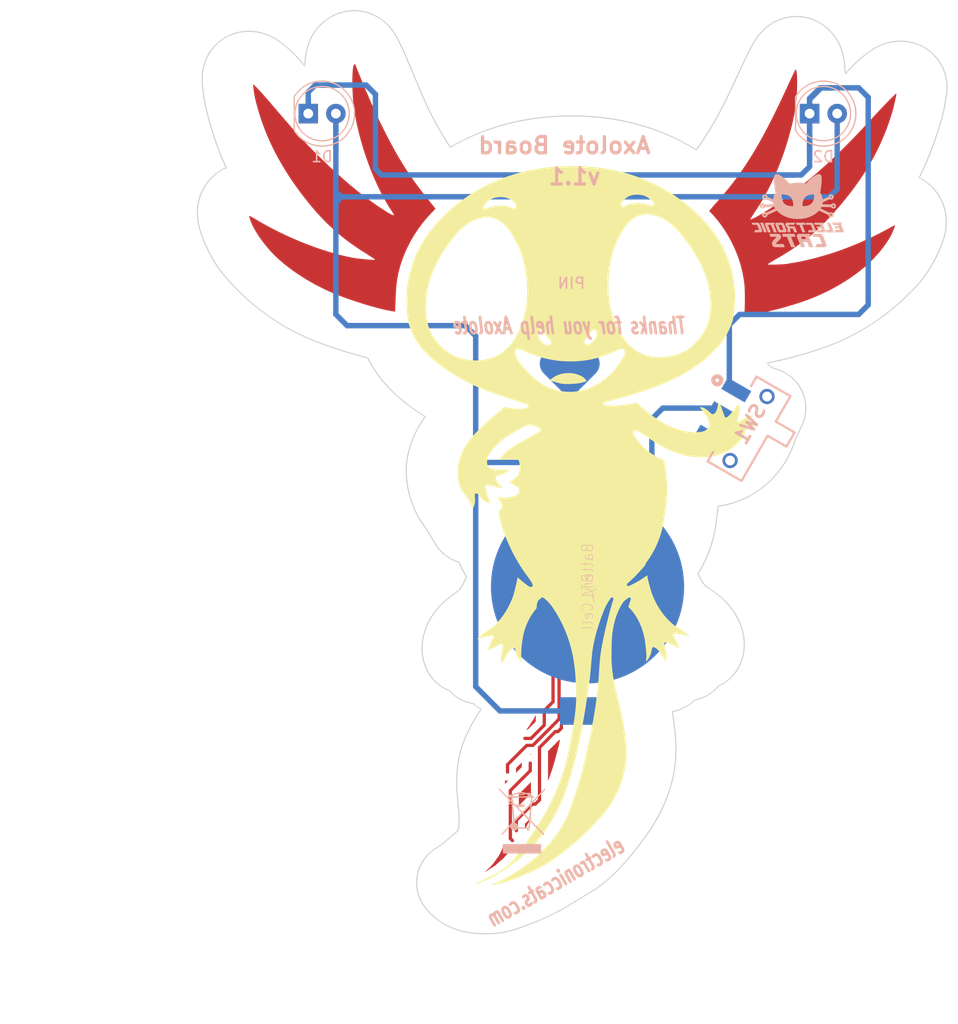
<source format=kicad_pcb>
(kicad_pcb (version 20221018) (generator pcbnew)
  (title_block (title "Axolote Board") (date "2020-02-13") (rev "1.1") (company "Electronic Cats") (comment 1 "Andrés Sabas") (comment 2 "Eduardo Contreras"))
  (layers (0 "F.Cu" signal) (31 "B.Cu" signal) (34 "B.Paste" user) (35 "F.Paste" user) (36 "B.SilkS" user "B.Silkscreen") (37 "F.SilkS" user "F.Silkscreen") (38 "B.Mask" user) (39 "F.Mask" user) (44 "Edge.Cuts" user))
  (net 0 "")
  (net 1 "Net-(BT1-+)")
  (net 2 "Net-(BT1--)")
  (net 3 "Net-(D1-K)")
  (footprint "svg2mod" (layer "F.Cu") (at 165.48 97.94)
    (fp_text reference "svg2mod" hide)
    (fp_text value "ajolote" hide)
    (fp_line (start -40.993998 -23.78723) (end -40.988118 -23.541501) (stroke (width 0.1)) (layer "Edge.Cuts"))
    (fp_line (start -40.988118 -23.541501) (end -40.9695 -23.293377) (stroke (width 0.1)) (layer "Edge.Cuts"))
    (fp_line (start -40.987139 -24.030781) (end -40.993998 -23.78723) (stroke (width 0.1)) (layer "Edge.Cuts"))
    (fp_line (start -40.971968 -24.275766) (end -40.987139 -24.030781) (stroke (width 0.1)) (layer "Edge.Cuts"))
    (fp_line (start -40.9695 -23.293377) (end -40.938142 -23.04264) (stroke (width 0.1)) (layer "Edge.Cuts"))
    (fp_line (start -40.944166 -24.51683) (end -40.971968 -24.275766) (stroke (width 0.1)) (layer "Edge.Cuts"))
    (fp_line (start -40.938142 -23.04264) (end -40.894044 -22.789072) (stroke (width 0.1)) (layer "Edge.Cuts"))
    (fp_line (start -40.903844 -24.753975) (end -40.944166 -24.51683) (stroke (width 0.1)) (layer "Edge.Cuts"))
    (fp_line (start -40.894044 -22.789072) (end -40.837208 -22.532455) (stroke (width 0.1)) (layer "Edge.Cuts"))
    (fp_line (start -40.851109 -24.987201) (end -40.903844 -24.753975) (stroke (width 0.1)) (layer "Edge.Cuts"))
    (fp_line (start -40.837208 -22.532455) (end -40.767632 -22.272572) (stroke (width 0.1)) (layer "Edge.Cuts"))
    (fp_line (start -40.78607 -25.216506) (end -40.851109 -24.987201) (stroke (width 0.1)) (layer "Edge.Cuts"))
    (fp_line (start -40.767632 -22.272572) (end -40.685318 -22.009205) (stroke (width 0.1)) (layer "Edge.Cuts"))
    (fp_line (start -40.708836 -25.441892) (end -40.78607 -25.216506) (stroke (width 0.1)) (layer "Edge.Cuts"))
    (fp_line (start -40.685318 -22.009205) (end -40.590264 -21.742135) (stroke (width 0.1)) (layer "Edge.Cuts"))
    (fp_line (start -40.619517 -25.663358) (end -40.708836 -25.441892) (stroke (width 0.1)) (layer "Edge.Cuts"))
    (fp_line (start -40.590264 -21.742135) (end -40.496588 -21.490636) (stroke (width 0.1)) (layer "Edge.Cuts"))
    (fp_line (start -40.554704 -36.111973) (end -40.549835 -35.863582) (stroke (width 0.1)) (layer "Edge.Cuts"))
    (fp_line (start -40.550682 -36.352109) (end -40.554704 -36.111973) (stroke (width 0.1)) (layer "Edge.Cuts"))
    (fp_line (start -40.549835 -35.863582) (end -40.537347 -35.606302) (stroke (width 0.1)) (layer "Edge.Cuts"))
    (fp_line (start -40.537347 -35.606302) (end -40.517214 -35.361697) (stroke (width 0.1)) (layer "Edge.Cuts"))
    (fp_line (start -40.5365 -36.584625) (end -40.550682 -36.352109) (stroke (width 0.1)) (layer "Edge.Cuts"))
    (fp_line (start -40.51822 -25.880904) (end -40.619517 -25.663358) (stroke (width 0.1)) (layer "Edge.Cuts"))
    (fp_line (start -40.517214 -35.361697) (end -40.491295 -35.115473) (stroke (width 0.1)) (layer "Edge.Cuts"))
    (fp_line (start -40.510889 -36.810156) (end -40.5365 -36.584625) (stroke (width 0.1)) (layer "Edge.Cuts"))
    (fp_line (start -40.497659 -36.863072) (end -40.510889 -36.810156) (stroke (width 0.1)) (layer "Edge.Cuts"))
    (fp_line (start -40.496588 -21.490636) (end -40.398829 -21.242967) (stroke (width 0.1)) (layer "Edge.Cuts"))
    (fp_line (start -40.491295 -35.115473) (end -40.460286 -34.867628) (stroke (width 0.1)) (layer "Edge.Cuts"))
    (fp_line (start -40.460286 -34.867628) (end -40.42488 -34.618164) (stroke (width 0.1)) (layer "Edge.Cuts"))
    (fp_line (start -40.452078 -37.106058) (end -40.497659 -36.863072) (stroke (width 0.1)) (layer "Edge.Cuts"))
    (fp_line (start -40.42488 -34.618164) (end -40.385771 -34.36708) (stroke (width 0.1)) (layer "Edge.Cuts"))
    (fp_line (start -40.418284 -26.081302) (end -40.405055 -26.094531) (stroke (width 0.1)) (layer "Edge.Cuts"))
    (fp_line (start -40.405055 -26.094531) (end -40.51822 -25.880904) (stroke (width 0.1)) (layer "Edge.Cuts"))
    (fp_line (start -40.398829 -21.242967) (end -40.297132 -20.9992) (stroke (width 0.1)) (layer "Edge.Cuts"))
    (fp_line (start -40.394748 -37.344093) (end -40.452078 -37.106058) (stroke (width 0.1)) (layer "Edge.Cuts"))
    (fp_line (start -40.385771 -34.36708) (end -40.343653 -34.114376) (stroke (width 0.1)) (layer "Edge.Cuts"))
    (fp_line (start -40.343653 -34.114376) (end -40.299222 -33.860052) (stroke (width 0.1)) (layer "Edge.Cuts"))
    (fp_line (start -40.32573 -37.576821) (end -40.394748 -37.344093) (stroke (width 0.1)) (layer "Edge.Cuts"))
    (fp_line (start -40.299222 -33.860052) (end -40.272764 -33.740989) (stroke (width 0.1)) (layer "Edge.Cuts"))
    (fp_line (start -40.297132 -20.9992) (end -40.191642 -20.759407) (stroke (width 0.1)) (layer "Edge.Cuts"))
    (fp_line (start -40.294034 -26.289877) (end -40.418284 -26.081302) (stroke (width 0.1)) (layer "Edge.Cuts"))
    (fp_line (start -40.272764 -33.740989) (end -40.214455 -33.489764) (stroke (width 0.1)) (layer "Edge.Cuts"))
    (fp_line (start -40.245083 -37.803884) (end -40.32573 -37.576821) (stroke (width 0.1)) (layer "Edge.Cuts"))
    (fp_line (start -40.214455 -33.489764) (end -40.154173 -33.238825) (stroke (width 0.1)) (layer "Edge.Cuts"))
    (fp_line (start -40.191642 -20.759407) (end -40.082503 -20.523661) (stroke (width 0.1)) (layer "Edge.Cuts"))
    (fp_line (start -40.159645 -26.489746) (end -40.294034 -26.289877) (stroke (width 0.1)) (layer "Edge.Cuts"))
    (fp_line (start -40.154173 -33.238825) (end -40.091904 -32.988213) (stroke (width 0.1)) (layer "Edge.Cuts"))
    (fp_line (start -40.152866 -38.024923) (end -40.245083 -37.803884) (stroke (width 0.1)) (layer "Edge.Cuts"))
    (fp_line (start -40.091904 -32.988213) (end -40.027634 -32.737968) (stroke (width 0.1)) (layer "Edge.Cuts"))
    (fp_line (start -40.082503 -20.523661) (end -39.96986 -20.292033) (stroke (width 0.1)) (layer "Edge.Cuts"))
    (fp_line (start -40.04914 -38.239582) (end -40.152866 -38.024923) (stroke (width 0.1)) (layer "Edge.Cuts"))
    (fp_line (start -40.027634 -32.737968) (end -39.96135 -32.488131) (stroke (width 0.1)) (layer "Edge.Cuts"))
    (fp_line (start -40.015476 -26.680729) (end -40.159645 -26.489746) (stroke (width 0.1)) (layer "Edge.Cuts"))
    (fp_line (start -39.96986 -20.292033) (end -39.853856 -20.064596) (stroke (width 0.1)) (layer "Edge.Cuts"))
    (fp_line (start -39.96135 -32.488131) (end -39.893037 -32.238744) (stroke (width 0.1)) (layer "Edge.Cuts"))
    (fp_line (start -39.933964 -38.447501) (end -40.04914 -38.239582) (stroke (width 0.1)) (layer "Edge.Cuts"))
    (fp_line (start -39.893037 -32.238744) (end -39.822684 -31.989846) (stroke (width 0.1)) (layer "Edge.Cuts"))
    (fp_line (start -39.861884 -26.862648) (end -40.015476 -26.680729) (stroke (width 0.1)) (layer "Edge.Cuts"))
    (fp_line (start -39.853856 -20.064596) (end -39.734637 -19.841422) (stroke (width 0.1)) (layer "Edge.Cuts"))
    (fp_line (start -39.822684 -31.989846) (end -39.750275 -31.74148) (stroke (width 0.1)) (layer "Edge.Cuts"))
    (fp_line (start -39.807397 -38.648324) (end -39.933964 -38.447501) (stroke (width 0.1)) (layer "Edge.Cuts"))
    (fp_line (start -39.750275 -31.74148) (end -39.675797 -31.493684) (stroke (width 0.1)) (layer "Edge.Cuts"))
    (fp_line (start -39.734637 -19.841422) (end -39.612347 -19.622584) (stroke (width 0.1)) (layer "Edge.Cuts"))
    (fp_line (start -39.699228 -27.035322) (end -39.861884 -26.862648) (stroke (width 0.1)) (layer "Edge.Cuts"))
    (fp_line (start -39.675797 -31.493684) (end -39.599237 -31.246502) (stroke (width 0.1)) (layer "Edge.Cuts"))
    (fp_line (start -39.6695 -38.841693) (end -39.807397 -38.648324) (stroke (width 0.1)) (layer "Edge.Cuts"))
    (fp_line (start -39.612347 -19.622584) (end -39.48713 -19.408154) (stroke (width 0.1)) (layer "Edge.Cuts"))
    (fp_line (start -39.599237 -31.246502) (end -39.520582 -30.999973) (stroke (width 0.1)) (layer "Edge.Cuts"))
    (fp_line (start -39.527865 -27.198575) (end -39.699228 -27.035322) (stroke (width 0.1)) (layer "Edge.Cuts"))
    (fp_line (start -39.520582 -30.999973) (end -39.439816 -30.754137) (stroke (width 0.1)) (layer "Edge.Cuts"))
    (fp_line (start -39.520331 -39.027249) (end -39.6695 -38.841693) (stroke (width 0.1)) (layer "Edge.Cuts"))
    (fp_line (start -39.48713 -19.408154) (end -39.359132 -19.198203) (stroke (width 0.1)) (layer "Edge.Cuts"))
    (fp_line (start -39.439816 -30.754137) (end -39.356927 -30.509037) (stroke (width 0.1)) (layer "Edge.Cuts"))
    (fp_line (start -39.359951 -39.204635) (end -39.520331 -39.027249) (stroke (width 0.1)) (layer "Edge.Cuts"))
    (fp_line (start -39.359132 -19.198203) (end -39.228496 -18.992805) (stroke (width 0.1)) (layer "Edge.Cuts"))
    (fp_line (start -39.356927 -30.509037) (end -39.271902 -30.264713) (stroke (width 0.1)) (layer "Edge.Cuts"))
    (fp_line (start -39.348153 -27.352226) (end -39.527865 -27.198575) (stroke (width 0.1)) (layer "Edge.Cuts"))
    (fp_line (start -39.280576 -39.28401) (end -39.359951 -39.204635) (stroke (width 0.1)) (layer "Edge.Cuts"))
    (fp_line (start -39.271902 -30.264713) (end -39.184726 -30.021205) (stroke (width 0.1)) (layer "Edge.Cuts"))
    (fp_line (start -39.228496 -18.992805) (end -39.095368 -18.792031) (stroke (width 0.1)) (layer "Edge.Cuts"))
    (fp_line (start -39.184726 -30.021205) (end -39.095386 -29.778554) (stroke (width 0.1)) (layer "Edge.Cuts"))
    (fp_line (start -39.16045 -27.496097) (end -39.348153 -27.352226) (stroke (width 0.1)) (layer "Edge.Cuts"))
    (fp_line (start -39.101638 -39.452669) (end -39.280576 -39.28401) (stroke (width 0.1)) (layer "Edge.Cuts"))
    (fp_line (start -39.095386 -29.778554) (end -39.003868 -29.536802) (stroke (width 0.1)) (layer "Edge.Cuts"))
    (fp_line (start -39.095368 -18.792031) (end -38.968037 -18.613437) (stroke (width 0.1)) (layer "Edge.Cuts"))
    (fp_line (start -39.003868 -29.536802) (end -38.910159 -29.295989) (stroke (width 0.1)) (layer "Edge.Cuts"))
    (fp_line (start -38.968037 -18.613437) (end -38.830784 -18.434844) (stroke (width 0.1)) (layer "Edge.Cuts"))
    (fp_line (start -38.965114 -27.630009) (end -39.16045 -27.496097) (stroke (width 0.1)) (layer "Edge.Cuts"))
    (fp_line (start -38.914287 -39.609342) (end -39.101638 -39.452669) (stroke (width 0.1)) (layer "Edge.Cuts"))
    (fp_line (start -38.910159 -29.295989) (end -38.822087 -29.071155) (stroke (width 0.1)) (layer "Edge.Cuts"))
    (fp_line (start -38.830784 -18.434844) (end -38.711722 -18.276094) (stroke (width 0.1)) (layer "Edge.Cuts"))
    (fp_line (start -38.822087 -29.071155) (end -38.730341 -28.846688) (stroke (width 0.1)) (layer "Edge.Cuts"))
    (fp_line (start -38.762502 -27.753782) (end -38.965114 -27.630009) (stroke (width 0.1)) (layer "Edge.Cuts"))
    (fp_line (start -38.730341 -28.846688) (end -38.635654 -28.622955) (stroke (width 0.1)) (layer "Edge.Cuts"))
    (fp_line (start -38.718839 -39.75395) (end -38.914287 -39.609342) (stroke (width 0.1)) (layer "Edge.Cuts"))
    (fp_line (start -38.711722 -18.276094) (end -38.605889 -18.157031) (stroke (width 0.1)) (layer "Edge.Cuts"))
    (fp_line (start -38.635654 -28.622955) (end -38.538763 -28.400326) (stroke (width 0.1)) (layer "Edge.Cuts"))
    (fp_line (start -38.605889 -18.157031) (end -38.500055 -18.031354) (stroke (width 0.1)) (layer "Edge.Cuts"))
    (fp_line (start -38.552972 -27.867239) (end -38.762502 -27.753782) (stroke (width 0.1)) (layer "Edge.Cuts"))
    (fp_line (start -38.539743 -27.867239) (end -38.552972 -27.867239) (stroke (width 0.1)) (layer "Edge.Cuts"))
    (fp_line (start -38.538763 -28.400326) (end -38.440401 -28.179166) (stroke (width 0.1)) (layer "Edge.Cuts"))
    (fp_line (start -38.515613 -39.886413) (end -38.718839 -39.75395) (stroke (width 0.1)) (layer "Edge.Cuts"))
    (fp_line (start -38.500055 -18.031354) (end -38.394222 -17.905677) (stroke (width 0.1)) (layer "Edge.Cuts"))
    (fp_line (start -38.440401 -28.179166) (end -38.341305 -27.959843) (stroke (width 0.1)) (layer "Edge.Cuts"))
    (fp_line (start -38.394222 -17.905677) (end -38.341305 -17.839531) (stroke (width 0.1)) (layer "Edge.Cuts"))
    (fp_line (start -38.341305 -27.959843) (end -38.539743 -27.867239) (stroke (width 0.1)) (layer "Edge.Cuts"))
    (fp_line (start -38.341305 -17.839531) (end -38.175415 -17.648138) (stroke (width 0.1)) (layer "Edge.Cuts"))
    (fp_line (start -38.304925 -40.006653) (end -38.515613 -39.886413) (stroke (width 0.1)) (layer "Edge.Cuts"))
    (fp_line (start -38.175415 -17.648138) (end -38.007163 -17.458928) (stroke (width 0.1)) (layer "Edge.Cuts"))
    (fp_line (start -38.087094 -40.11459) (end -38.304925 -40.006653) (stroke (width 0.1)) (layer "Edge.Cuts"))
    (fp_line (start -38.007163 -17.458928) (end -37.83657 -17.271901) (stroke (width 0.1)) (layer "Edge.Cuts"))
    (fp_line (start -37.862436 -40.210144) (end -38.087094 -40.11459) (stroke (width 0.1)) (layer "Edge.Cuts"))
    (fp_line (start -37.83657 -17.271901) (end -37.663654 -17.087056) (stroke (width 0.1)) (layer "Edge.Cuts"))
    (fp_line (start -37.663654 -17.087056) (end -37.488437 -16.904394) (stroke (width 0.1)) (layer "Edge.Cuts"))
    (fp_line (start -37.631269 -40.293237) (end -37.862436 -40.210144) (stroke (width 0.1)) (layer "Edge.Cuts"))
    (fp_line (start -37.488437 -16.904394) (end -37.310938 -16.723915) (stroke (width 0.1)) (layer "Edge.Cuts"))
    (fp_line (start -37.393912 -40.363788) (end -37.631269 -40.293237) (stroke (width 0.1)) (layer "Edge.Cuts"))
    (fp_line (start -37.310938 -16.723915) (end -37.131177 -16.545619) (stroke (width 0.1)) (layer "Edge.Cuts"))
    (fp_line (start -37.15068 -40.421718) (end -37.393912 -40.363788) (stroke (width 0.1)) (layer "Edge.Cuts"))
    (fp_line (start -37.131177 -16.545619) (end -36.949174 -16.369506) (stroke (width 0.1)) (layer "Edge.Cuts"))
    (fp_line (start -36.949174 -16.369506) (end -36.764948 -16.195576) (stroke (width 0.1)) (layer "Edge.Cuts"))
    (fp_line (start -36.894814 -40.465455) (end -37.15068 -40.421718) (stroke (width 0.1)) (layer "Edge.Cuts"))
    (fp_line (start -36.764948 -16.195576) (end -36.578519 -16.023828) (stroke (width 0.1)) (layer "Edge.Cuts"))
    (fp_line (start -36.63779 -40.494614) (end -36.894814 -40.465455) (stroke (width 0.1)) (layer "Edge.Cuts"))
    (fp_line (start -36.578519 -16.023828) (end -36.389907 -15.854263) (stroke (width 0.1)) (layer "Edge.Cuts"))
    (fp_line (start -36.389907 -15.854263) (end -36.199133 -15.686881) (stroke (width 0.1)) (layer "Edge.Cuts"))
    (fp_line (start -36.380072 -40.509193) (end -36.63779 -40.494614) (stroke (width 0.1)) (layer "Edge.Cuts"))
    (fp_line (start -36.199133 -15.686881) (end -36.006215 -15.521682) (stroke (width 0.1)) (layer "Edge.Cuts"))
    (fp_line (start -36.122122 -40.509193) (end -36.380072 -40.509193) (stroke (width 0.1)) (layer "Edge.Cuts"))
    (fp_line (start -36.006215 -15.521682) (end -35.811174 -15.358665) (stroke (width 0.1)) (layer "Edge.Cuts"))
    (fp_line (start -35.864404 -40.494614) (end -36.122122 -40.509193) (stroke (width 0.1)) (layer "Edge.Cuts"))
    (fp_line (start -35.811174 -15.358665) (end -35.61403 -15.197832) (stroke (width 0.1)) (layer "Edge.Cuts"))
    (fp_line (start -35.61403 -15.197832) (end -35.414802 -15.039181) (stroke (width 0.1)) (layer "Edge.Cuts"))
    (fp_line (start -35.60738 -40.465455) (end -35.864404 -40.494614) (stroke (width 0.1)) (layer "Edge.Cuts"))
    (fp_line (start -35.414802 -15.039181) (end -35.21351 -14.882713) (stroke (width 0.1)) (layer "Edge.Cuts"))
    (fp_line (start -35.351514 -40.421718) (end -35.60738 -40.465455) (stroke (width 0.1)) (layer "Edge.Cuts"))
    (fp_line (start -35.219222 -40.39526) (end -35.351514 -40.421718) (stroke (width 0.1)) (layer "Edge.Cuts"))
    (fp_line (start -35.21351 -14.882713) (end -35.010175 -14.728428) (stroke (width 0.1)) (layer "Edge.Cuts"))
    (fp_line (start -35.205993 -40.39526) (end -35.219222 -40.39526) (stroke (width 0.1)) (layer "Edge.Cuts"))
    (fp_line (start -35.010175 -14.728428) (end -34.804815 -14.576326) (stroke (width 0.1)) (layer "Edge.Cuts"))
    (fp_line (start -34.986922 -40.336935) (end -35.205993 -40.39526) (stroke (width 0.1)) (layer "Edge.Cuts"))
    (fp_line (start -34.804815 -14.576326) (end -34.597451 -14.426406) (stroke (width 0.1)) (layer "Edge.Cuts"))
    (fp_line (start -34.770465 -40.267723) (end -34.986922 -40.336935) (stroke (width 0.1)) (layer "Edge.Cuts"))
    (fp_line (start -34.597451 -14.426406) (end -34.385497 -14.275354) (stroke (width 0.1)) (layer "Edge.Cuts"))
    (fp_line (start -34.556294 -40.187513) (end -34.770465 -40.267723) (stroke (width 0.1)) (layer "Edge.Cuts"))
    (fp_line (start -34.385497 -14.275354) (end -34.171599 -14.127171) (stroke (width 0.1)) (layer "Edge.Cuts"))
    (fp_line (start -34.344083 -40.096197) (end -34.556294 -40.187513) (stroke (width 0.1)) (layer "Edge.Cuts"))
    (fp_line (start -34.171599 -14.127171) (end -33.955791 -13.98187) (stroke (width 0.1)) (layer "Edge.Cuts"))
    (fp_line (start -34.133505 -39.993667) (end -34.344083 -40.096197) (stroke (width 0.1)) (layer "Edge.Cuts"))
    (fp_line (start -33.955791 -13.98187) (end -33.738109 -13.839462) (stroke (width 0.1)) (layer "Edge.Cuts"))
    (fp_line (start -33.924234 -39.879812) (end -34.133505 -39.993667) (stroke (width 0.1)) (layer "Edge.Cuts"))
    (fp_line (start -33.738109 -13.839462) (end -33.518586 -13.699959) (stroke (width 0.1)) (layer "Edge.Cuts"))
    (fp_line (start -33.715942 -39.754525) (end -33.924234 -39.879812) (stroke (width 0.1)) (layer "Edge.Cuts"))
    (fp_line (start -33.518586 -13.699959) (end -33.297259 -13.563372) (stroke (width 0.1)) (layer "Edge.Cuts"))
    (fp_line (start -33.508304 -39.617697) (end -33.715942 -39.754525) (stroke (width 0.1)) (layer "Edge.Cuts"))
    (fp_line (start -33.300993 -39.469218) (end -33.508304 -39.617697) (stroke (width 0.1)) (layer "Edge.Cuts"))
    (fp_line (start -33.297259 -13.563372) (end -33.074161 -13.429713) (stroke (width 0.1)) (layer "Edge.Cuts"))
    (fp_line (start -33.111375 -39.324187) (end -33.300993 -39.469218) (stroke (width 0.1)) (layer "Edge.Cuts"))
    (fp_line (start -33.074161 -13.429713) (end -32.849326 -13.298993) (stroke (width 0.1)) (layer "Edge.Cuts"))
    (fp_line (start -32.921757 -39.171317) (end -33.111375 -39.324187) (stroke (width 0.1)) (layer "Edge.Cuts"))
    (fp_line (start -32.849326 -13.298993) (end -32.622791 -13.171225) (stroke (width 0.1)) (layer "Edge.Cuts"))
    (fp_line (start -32.732139 -39.010607) (end -32.921757 -39.171317) (stroke (width 0.1)) (layer "Edge.Cuts"))
    (fp_line (start -32.622791 -13.171225) (end -32.394589 -13.046418) (stroke (width 0.1)) (layer "Edge.Cuts"))
    (fp_line (start -32.542521 -38.842058) (end -32.732139 -39.010607) (stroke (width 0.1)) (layer "Edge.Cuts"))
    (fp_line (start -32.394589 -13.046418) (end -32.164756 -12.924586) (stroke (width 0.1)) (layer "Edge.Cuts"))
    (fp_line (start -32.352903 -38.665669) (end -32.542521 -38.842058) (stroke (width 0.1)) (layer "Edge.Cuts"))
    (fp_line (start -32.164756 -12.924586) (end -31.933326 -12.80574) (stroke (width 0.1)) (layer "Edge.Cuts"))
    (fp_line (start -32.163284 -38.48144) (end -32.352903 -38.665669) (stroke (width 0.1)) (layer "Edge.Cuts"))
    (fp_line (start -31.973666 -38.289373) (end -32.163284 -38.48144) (stroke (width 0.1)) (layer "Edge.Cuts"))
    (fp_line (start -31.933326 -12.80574) (end -31.700333 -12.68989) (stroke (width 0.1)) (layer "Edge.Cuts"))
    (fp_line (start -31.784048 -38.089465) (end -31.973666 -38.289373) (stroke (width 0.1)) (layer "Edge.Cuts"))
    (fp_line (start -31.700333 -12.68989) (end -31.465813 -12.57705) (stroke (width 0.1)) (layer "Edge.Cuts"))
    (fp_line (start -31.59443 -37.881718) (end -31.784048 -38.089465) (stroke (width 0.1)) (layer "Edge.Cuts"))
    (fp_line (start -31.465813 -12.57705) (end -31.2298 -12.46723) (stroke (width 0.1)) (layer "Edge.Cuts"))
    (fp_line (start -31.465568 -37.735218) (end -31.59443 -37.881718) (stroke (width 0.1)) (layer "Edge.Cuts"))
    (fp_line (start -31.313188 -37.556379) (end -31.465568 -37.735218) (stroke (width 0.1)) (layer "Edge.Cuts"))
    (fp_line (start -31.2298 -12.46723) (end -30.992329 -12.360442) (stroke (width 0.1)) (layer "Edge.Cuts"))
    (fp_line (start -31.131409 -37.339322) (end -31.313188 -37.556379) (stroke (width 0.1)) (layer "Edge.Cuts"))
    (fp_line (start -31.11818 -37.498072) (end -31.131409 -37.339322) (stroke (width 0.1)) (layer "Edge.Cuts"))
    (fp_line (start -31.077283 -37.877913) (end -31.11818 -37.498072) (stroke (width 0.1)) (layer "Edge.Cuts"))
    (fp_line (start -31.028026 -38.225003) (end -31.077283 -37.877913) (stroke (width 0.1)) (layer "Edge.Cuts"))
    (fp_line (start -30.992329 -12.360442) (end -30.753434 -12.256697) (stroke (width 0.1)) (layer "Edge.Cuts"))
    (fp_line (start -30.971419 -38.541316) (end -31.028026 -38.225003) (stroke (width 0.1)) (layer "Edge.Cuts"))
    (fp_line (start -30.908474 -38.828829) (end -30.971419 -38.541316) (stroke (width 0.1)) (layer "Edge.Cuts"))
    (fp_line (start -30.840199 -39.089515) (end -30.908474 -38.828829) (stroke (width 0.1)) (layer "Edge.Cuts"))
    (fp_line (start -30.767607 -39.325351) (end -30.840199 -39.089515) (stroke (width 0.1)) (layer "Edge.Cuts"))
    (fp_line (start -30.753434 -12.256697) (end -30.513151 -12.156008) (stroke (width 0.1)) (layer "Edge.Cuts"))
    (fp_line (start -30.691708 -39.538312) (end -30.767607 -39.325351) (stroke (width 0.1)) (layer "Edge.Cuts"))
    (fp_line (start -30.613512 -39.730372) (end -30.691708 -39.538312) (stroke (width 0.1)) (layer "Edge.Cuts"))
    (fp_line (start -30.53403 -39.903507) (end -30.613512 -39.730372) (stroke (width 0.1)) (layer "Edge.Cuts"))
    (fp_line (start -30.513151 -12.156008) (end -30.271514 -12.058385) (stroke (width 0.1)) (layer "Edge.Cuts"))
    (fp_line (start -30.454272 -40.059692) (end -30.53403 -39.903507) (stroke (width 0.1)) (layer "Edge.Cuts"))
    (fp_line (start -30.375249 -40.200903) (end -30.454272 -40.059692) (stroke (width 0.1)) (layer "Edge.Cuts"))
    (fp_line (start -30.297972 -40.329114) (end -30.375249 -40.200903) (stroke (width 0.1)) (layer "Edge.Cuts"))
    (fp_line (start -30.271514 -12.058385) (end -30.030516 -11.963492) (stroke (width 0.1)) (layer "Edge.Cuts"))
    (fp_line (start -30.1506 -40.545118) (end -30.297972 -40.329114) (stroke (width 0.1)) (layer "Edge.Cuts"))
    (fp_line (start -30.030516 -11.963492) (end -29.788483 -11.870247) (stroke (width 0.1)) (layer "Edge.Cuts"))
    (fp_line (start -29.991142 -40.751867) (end -30.1506 -40.545118) (stroke (width 0.1)) (layer "Edge.Cuts"))
    (fp_line (start -29.820252 -40.948925) (end -29.991142 -40.751867) (stroke (width 0.1)) (layer "Edge.Cuts"))
    (fp_line (start -29.788483 -11.870247) (end -29.545482 -11.77865) (stroke (width 0.1)) (layer "Edge.Cuts"))
    (fp_line (start -29.638582 -41.135857) (end -29.820252 -40.948925) (stroke (width 0.1)) (layer "Edge.Cuts"))
    (fp_line (start -29.545482 -11.77865) (end -29.301576 -11.688701) (stroke (width 0.1)) (layer "Edge.Cuts"))
    (fp_line (start -29.446787 -41.312228) (end -29.638582 -41.135857) (stroke (width 0.1)) (layer "Edge.Cuts"))
    (fp_line (start -29.301576 -11.688701) (end -29.05683 -11.6004) (stroke (width 0.1)) (layer "Edge.Cuts"))
    (fp_line (start -29.245518 -41.477602) (end -29.446787 -41.312228) (stroke (width 0.1)) (layer "Edge.Cuts"))
    (fp_line (start -29.05683 -11.6004) (end -28.811308 -11.513746) (stroke (width 0.1)) (layer "Edge.Cuts"))
    (fp_line (start -29.03543 -41.631543) (end -29.245518 -41.477602) (stroke (width 0.1)) (layer "Edge.Cuts"))
    (fp_line (start -28.817176 -41.773616) (end -29.03543 -41.631543) (stroke (width 0.1)) (layer "Edge.Cuts"))
    (fp_line (start -28.811308 -11.513746) (end -28.565075 -11.428741) (stroke (width 0.1)) (layer "Edge.Cuts"))
    (fp_line (start -28.59141 -41.903385) (end -28.817176 -41.773616) (stroke (width 0.1)) (layer "Edge.Cuts"))
    (fp_line (start -28.565075 -11.428741) (end -28.318196 -11.345384) (stroke (width 0.1)) (layer "Edge.Cuts"))
    (fp_line (start -28.367432 -42.01277) (end -28.59141 -41.903385) (stroke (width 0.1)) (layer "Edge.Cuts"))
    (fp_line (start -28.318196 -11.345384) (end -28.070736 -11.263674) (stroke (width 0.1)) (layer "Edge.Cuts"))
    (fp_line (start -28.139046 -42.109294) (end -28.367432 -42.01277) (stroke (width 0.1)) (layer "Edge.Cuts"))
    (fp_line (start -28.070736 -11.263674) (end -27.822758 -11.183612) (stroke (width 0.1)) (layer "Edge.Cuts"))
    (fp_line (start -27.9068 -42.192773) (end -28.139046 -42.109294) (stroke (width 0.1)) (layer "Edge.Cuts"))
    (fp_line (start -27.822758 -11.183612) (end -27.574328 -11.105199) (stroke (width 0.1)) (layer "Edge.Cuts"))
    (fp_line (start -27.671248 -42.263022) (end -27.9068 -42.192773) (stroke (width 0.1)) (layer "Edge.Cuts"))
    (fp_line (start -27.574328 -11.105199) (end -27.325511 -11.028433) (stroke (width 0.1)) (layer "Edge.Cuts"))
    (fp_line (start -27.432939 -42.319859) (end -27.671248 -42.263022) (stroke (width 0.1)) (layer "Edge.Cuts"))
    (fp_line (start -27.325511 -11.028433) (end -27.07637 -10.953315) (stroke (width 0.1)) (layer "Edge.Cuts"))
    (fp_line (start -27.192425 -42.363098) (end -27.432939 -42.319859) (stroke (width 0.1)) (layer "Edge.Cuts"))
    (fp_line (start -27.07637 -10.953315) (end -26.82697 -10.879845) (stroke (width 0.1)) (layer "Edge.Cuts"))
    (fp_line (start -26.950258 -42.392558) (end -27.192425 -42.363098) (stroke (width 0.1)) (layer "Edge.Cuts"))
    (fp_line (start -26.82697 -10.879845) (end -26.577377 -10.808023) (stroke (width 0.1)) (layer "Edge.Cuts"))
    (fp_line (start -26.706988 -42.408053) (end -26.950258 -42.392558) (stroke (width 0.1)) (layer "Edge.Cuts"))
    (fp_line (start -26.577377 -10.808023) (end -26.327655 -10.737849) (stroke (width 0.1)) (layer "Edge.Cuts"))
    (fp_line (start -26.463167 -42.409401) (end -26.706988 -42.408053) (stroke (width 0.1)) (layer "Edge.Cuts"))
    (fp_line (start -26.327655 -10.737849) (end -26.077868 -10.669323) (stroke (width 0.1)) (layer "Edge.Cuts"))
    (fp_line (start -26.219346 -42.396416) (end -26.463167 -42.409401) (stroke (width 0.1)) (layer "Edge.Cuts"))
    (fp_line (start -26.077868 -10.669323) (end -25.829944 -10.603667) (stroke (width 0.1)) (layer "Edge.Cuts"))
    (fp_line (start -25.976077 -42.368917) (end -26.219346 -42.396416) (stroke (width 0.1)) (layer "Edge.Cuts"))
    (fp_line (start -25.829944 -10.603667) (end -25.584959 -10.540951) (stroke (width 0.1)) (layer "Edge.Cuts"))
    (fp_line (start -25.73391 -42.326718) (end -25.976077 -42.368917) (stroke (width 0.1)) (layer "Edge.Cuts"))
    (fp_line (start -25.584959 -10.540951) (end -25.337035 -10.484114) (stroke (width 0.1)) (layer "Edge.Cuts"))
    (fp_line (start -25.497775 -42.273832) (end -25.73391 -42.326718) (stroke (width 0.1)) (layer "Edge.Cuts"))
    (fp_line (start -25.337035 -10.484114) (end -25.227497 -10.274564) (stroke (width 0.1)) (layer "Edge.Cuts"))
    (fp_line (start -25.265867 -42.207901) (end -25.497775 -42.273832) (stroke (width 0.1)) (layer "Edge.Cuts"))
    (fp_line (start -25.227497 -10.274564) (end -25.113197 -10.066602) (stroke (width 0.1)) (layer "Edge.Cuts"))
    (fp_line (start -25.113197 -10.066602) (end -24.994135 -9.860227) (stroke (width 0.1)) (layer "Edge.Cuts"))
    (fp_line (start -25.038551 -42.129108) (end -25.265867 -42.207901) (stroke (width 0.1)) (layer "Edge.Cuts"))
    (fp_line (start -24.994135 -9.860227) (end -24.87031 -9.655439) (stroke (width 0.1)) (layer "Edge.Cuts"))
    (fp_line (start -24.87031 -9.655439) (end -24.741722 -9.452239) (stroke (width 0.1)) (layer "Edge.Cuts"))
    (fp_line (start -24.816197 -42.037636) (end -25.038551 -42.129108) (stroke (width 0.1)) (layer "Edge.Cuts"))
    (fp_line (start -24.741722 -9.452239) (end -24.608372 -9.250627) (stroke (width 0.1)) (layer "Edge.Cuts"))
    (fp_line (start -24.608372 -9.250627) (end -24.47026 -9.050602) (stroke (width 0.1)) (layer "Edge.Cuts"))
    (fp_line (start -24.599172 -41.933671) (end -24.816197 -42.037636) (stroke (width 0.1)) (layer "Edge.Cuts"))
    (fp_line (start -24.47026 -9.050602) (end -24.327385 -8.852164) (stroke (width 0.1)) (layer "Edge.Cuts"))
    (fp_line (start -24.387842 -41.817395) (end -24.599172 -41.933671) (stroke (width 0.1)) (layer "Edge.Cuts"))
    (fp_line (start -24.327385 -8.852164) (end -24.179747 -8.655314) (stroke (width 0.1)) (layer "Edge.Cuts"))
    (fp_line (start -24.182575 -41.688993) (end -24.387842 -41.817395) (stroke (width 0.1)) (layer "Edge.Cuts"))
    (fp_line (start -24.179747 -8.655314) (end -24.027347 -8.460052) (stroke (width 0.1)) (layer "Edge.Cuts"))
    (fp_line (start -24.027347 -8.460052) (end -24.027347 -8.446823) (stroke (width 0.1)) (layer "Edge.Cuts"))
    (fp_line (start -24.027347 -8.446823) (end -23.97443 -8.380677) (stroke (width 0.1)) (layer "Edge.Cuts"))
    (fp_line (start -23.98374 -41.548647) (end -24.182575 -41.688993) (stroke (width 0.1)) (layer "Edge.Cuts"))
    (fp_line (start -23.97443 -8.380677) (end -23.811286 -8.191592) (stroke (width 0.1)) (layer "Edge.Cuts"))
    (fp_line (start -23.811286 -8.191592) (end -23.644709 -8.005353) (stroke (width 0.1)) (layer "Edge.Cuts"))
    (fp_line (start -23.791703 -41.396542) (end -23.98374 -41.548647) (stroke (width 0.1)) (layer "Edge.Cuts"))
    (fp_line (start -23.644709 -8.005353) (end -23.474791 -7.821983) (stroke (width 0.1)) (layer "Edge.Cuts"))
    (fp_line (start -23.606831 -41.232862) (end -23.791703 -41.396542) (stroke (width 0.1)) (layer "Edge.Cuts"))
    (fp_line (start -23.474791 -7.821983) (end -23.301628 -7.641506) (stroke (width 0.1)) (layer "Edge.Cuts"))
    (fp_line (start -23.429493 -41.05779) (end -23.606831 -41.232862) (stroke (width 0.1)) (layer "Edge.Cuts"))
    (fp_line (start -23.301628 -7.641506) (end -23.125314 -7.463945) (stroke (width 0.1)) (layer "Edge.Cuts"))
    (fp_line (start -23.260055 -40.87151) (end -23.429493 -41.05779) (stroke (width 0.1)) (layer "Edge.Cuts"))
    (fp_line (start -23.207139 -40.805364) (end -23.260055 -40.87151) (stroke (width 0.1)) (layer "Edge.Cuts"))
    (fp_line (start -23.125314 -7.463945) (end -22.945942 -7.289324) (stroke (width 0.1)) (layer "Edge.Cuts"))
    (fp_line (start -23.076991 -40.641102) (end -23.207139 -40.805364) (stroke (width 0.1)) (layer "Edge.Cuts"))
    (fp_line (start -22.950885 -40.465815) (end -23.076991 -40.641102) (stroke (width 0.1)) (layer "Edge.Cuts"))
    (fp_line (start -22.945942 -7.289324) (end -22.763607 -7.117666) (stroke (width 0.1)) (layer "Edge.Cuts"))
    (fp_line (start -22.828454 -40.279505) (end -22.950885 -40.465815) (stroke (width 0.1)) (layer "Edge.Cuts"))
    (fp_line (start -22.763607 -7.117666) (end -22.578403 -6.948995) (stroke (width 0.1)) (layer "Edge.Cuts"))
    (fp_line (start -22.70933 -40.08217) (end -22.828454 -40.279505) (stroke (width 0.1)) (layer "Edge.Cuts"))
    (fp_line (start -22.593146 -39.87381) (end -22.70933 -40.08217) (stroke (width 0.1)) (layer "Edge.Cuts"))
    (fp_line (start -22.578403 -6.948995) (end -22.390423 -6.783334) (stroke (width 0.1)) (layer "Edge.Cuts"))
    (fp_line (start -22.479535 -39.654427) (end -22.593146 -39.87381) (stroke (width 0.1)) (layer "Edge.Cuts"))
    (fp_line (start -22.390423 -6.783334) (end -22.199762 -6.620708) (stroke (width 0.1)) (layer "Edge.Cuts"))
    (fp_line (start -22.388024 -39.465829) (end -22.479535 -39.654427) (stroke (width 0.1)) (layer "Edge.Cuts"))
    (fp_line (start -22.293889 -39.268047) (end -22.388024 -39.465829) (stroke (width 0.1)) (layer "Edge.Cuts"))
    (fp_line (start -22.199762 -6.620708) (end -22.006514 -6.461139) (stroke (width 0.1)) (layer "Edge.Cuts"))
    (fp_line (start -22.19713 -39.061082) (end -22.293889 -39.268047) (stroke (width 0.1)) (layer "Edge.Cuts"))
    (fp_line (start -22.097747 -38.844933) (end -22.19713 -39.061082) (stroke (width 0.1)) (layer "Edge.Cuts"))
    (fp_line (start -22.006514 -6.461139) (end -21.810774 -6.30465) (stroke (width 0.1)) (layer "Edge.Cuts"))
    (fp_line (start -21.995741 -38.6196) (end -22.097747 -38.844933) (stroke (width 0.1)) (layer "Edge.Cuts"))
    (fp_line (start -21.89111 -38.385083) (end -21.995741 -38.6196) (stroke (width 0.1)) (layer "Edge.Cuts"))
    (fp_line (start -21.810774 -6.30465) (end -21.612634 -6.151266) (stroke (width 0.1)) (layer "Edge.Cuts"))
    (fp_line (start -21.783855 -38.141382) (end -21.89111 -38.385083) (stroke (width 0.1)) (layer "Edge.Cuts"))
    (fp_line (start -21.773405 0.006357) (end -21.766787 0.251144) (stroke (width 0.1)) (layer "Edge.Cuts"))
    (fp_line (start -21.771795 -0.238254) (end -21.773405 0.006357) (stroke (width 0.1)) (layer "Edge.Cuts"))
    (fp_line (start -21.766787 0.251144) (end -21.75193 0.496094) (stroke (width 0.1)) (layer "Edge.Cuts"))
    (fp_line (start -21.761973 -0.482675) (end -21.771795 -0.238254) (stroke (width 0.1)) (layer "Edge.Cuts"))
    (fp_line (start -21.75193 0.496094) (end -21.728419 0.760801) (stroke (width 0.1)) (layer "Edge.Cuts"))
    (fp_line (start -21.74395 -0.726895) (end -21.761973 -0.482675) (stroke (width 0.1)) (layer "Edge.Cuts"))
    (fp_line (start -21.728419 0.760801) (end -21.697585 1.023078) (stroke (width 0.1)) (layer "Edge.Cuts"))
    (fp_line (start -21.717739 -0.970899) (end -21.74395 -0.726895) (stroke (width 0.1)) (layer "Edge.Cuts"))
    (fp_line (start -21.697585 1.023078) (end -21.659449 1.282874) (stroke (width 0.1)) (layer "Edge.Cuts"))
    (fp_line (start -21.683355 -1.214674) (end -21.717739 -0.970899) (stroke (width 0.1)) (layer "Edge.Cuts"))
    (fp_line (start -21.673977 -37.888497) (end -21.783855 -38.141382) (stroke (width 0.1)) (layer "Edge.Cuts"))
    (fp_line (start -21.659449 1.282874) (end -21.61403 1.54014) (stroke (width 0.1)) (layer "Edge.Cuts"))
    (fp_line (start -21.640808 -1.458209) (end -21.683355 -1.214674) (stroke (width 0.1)) (layer "Edge.Cuts"))
    (fp_line (start -21.61403 1.54014) (end -21.561348 1.794826) (stroke (width 0.1)) (layer "Edge.Cuts"))
    (fp_line (start -21.612634 -6.151266) (end -21.41219 -6.001011) (stroke (width 0.1)) (layer "Edge.Cuts"))
    (fp_line (start -21.590114 -1.701489) (end -21.640808 -1.458209) (stroke (width 0.1)) (layer "Edge.Cuts"))
    (fp_line (start -21.561474 -37.626428) (end -21.673977 -37.888497) (stroke (width 0.1)) (layer "Edge.Cuts"))
    (fp_line (start -21.561348 1.794826) (end -21.501423 2.046883) (stroke (width 0.1)) (layer "Edge.Cuts"))
    (fp_line (start -21.531285 -1.944501) (end -21.590114 -1.701489) (stroke (width 0.1)) (layer "Edge.Cuts"))
    (fp_line (start -21.501423 2.046883) (end -21.434275 2.296261) (stroke (width 0.1)) (layer "Edge.Cuts"))
    (fp_line (start -21.464333 -2.187233) (end -21.531285 -1.944501) (stroke (width 0.1)) (layer "Edge.Cuts"))
    (fp_line (start -21.446348 -37.355176) (end -21.561474 -37.626428) (stroke (width 0.1)) (layer "Edge.Cuts"))
    (fp_line (start -21.434275 2.296261) (end -21.359924 2.54291) (stroke (width 0.1)) (layer "Edge.Cuts"))
    (fp_line (start -21.41219 -6.001011) (end -21.209535 -5.853906) (stroke (width 0.1)) (layer "Edge.Cuts"))
    (fp_line (start -21.389273 -2.429671) (end -21.464333 -2.187233) (stroke (width 0.1)) (layer "Edge.Cuts"))
    (fp_line (start -21.359924 2.54291) (end -21.278389 2.786782) (stroke (width 0.1)) (layer "Edge.Cuts"))
    (fp_line (start -21.328597 -37.074739) (end -21.446348 -37.355176) (stroke (width 0.1)) (layer "Edge.Cuts"))
    (fp_line (start -21.306116 -2.671803) (end -21.389273 -2.429671) (stroke (width 0.1)) (layer "Edge.Cuts"))
    (fp_line (start -21.278389 2.786782) (end -21.189691 3.027825) (stroke (width 0.1)) (layer "Edge.Cuts"))
    (fp_line (start -21.214877 -2.913615) (end -21.306116 -2.671803) (stroke (width 0.1)) (layer "Edge.Cuts"))
    (fp_line (start -21.209535 -5.853906) (end -21.016671 -5.717082) (stroke (width 0.1)) (layer "Edge.Cuts"))
    (fp_line (start -21.189691 3.027825) (end -21.093849 3.265992) (stroke (width 0.1)) (layer "Edge.Cuts"))
    (fp_line (start -21.125807 -36.588422) (end -21.328597 -37.074739) (stroke (width 0.1)) (layer "Edge.Cuts"))
    (fp_line (start -21.115567 -3.155094) (end -21.214877 -2.913615) (stroke (width 0.1)) (layer "Edge.Cuts"))
    (fp_line (start -21.093849 3.265992) (end -20.990883 3.501231) (stroke (width 0.1)) (layer "Edge.Cuts"))
    (fp_line (start -21.016671 -5.717082) (end -20.821969 -5.583933) (stroke (width 0.1)) (layer "Edge.Cuts"))
    (fp_line (start -21.008201 -3.396228) (end -21.115567 -3.155094) (stroke (width 0.1)) (layer "Edge.Cuts"))
    (fp_line (start -20.990883 3.501231) (end -20.880813 3.733494) (stroke (width 0.1)) (layer "Edge.Cuts"))
    (fp_line (start -20.952465 -36.173462) (end -21.125807 -36.588422) (stroke (width 0.1)) (layer "Edge.Cuts"))
    (fp_line (start -20.89279 -3.637003) (end -21.008201 -3.396228) (stroke (width 0.1)) (layer "Edge.Cuts"))
    (fp_line (start -20.880813 3.733494) (end -20.763659 3.962731) (stroke (width 0.1)) (layer "Edge.Cuts"))
    (fp_line (start -20.821969 -5.583933) (end -20.625798 -5.453724) (stroke (width 0.1)) (layer "Edge.Cuts"))
    (fp_line (start -20.817207 37.822394) (end -20.80678 38.070846) (stroke (width 0.1)) (layer "Edge.Cuts"))
    (fp_line (start -20.810822 37.572976) (end -20.817207 37.822394) (stroke (width 0.1)) (layer "Edge.Cuts"))
    (fp_line (start -20.80678 38.070846) (end -20.779816 38.317462) (stroke (width 0.1)) (layer "Edge.Cuts"))
    (fp_line (start -20.80627 -35.824226) (end -20.952465 -36.173462) (stroke (width 0.1)) (layer "Edge.Cuts"))
    (fp_line (start -20.78735 37.323467) (end -20.810822 37.572976) (stroke (width 0.1)) (layer "Edge.Cuts"))
    (fp_line (start -20.779816 38.317462) (end -20.736592 38.561367) (stroke (width 0.1)) (layer "Edge.Cuts"))
    (fp_line (start -20.769349 -3.877405) (end -20.89279 -3.637003) (stroke (width 0.1)) (layer "Edge.Cuts"))
    (fp_line (start -20.763659 3.962731) (end -20.63944 4.188892) (stroke (width 0.1)) (layer "Edge.Cuts"))
    (fp_line (start -20.746514 37.074739) (end -20.78735 37.323467) (stroke (width 0.1)) (layer "Edge.Cuts"))
    (fp_line (start -20.736592 38.561367) (end -20.677382 38.801689) (stroke (width 0.1)) (layer "Edge.Cuts"))
    (fp_line (start -20.68872 36.832335) (end -20.746514 37.074739) (stroke (width 0.1)) (layer "Edge.Cuts"))
    (fp_line (start -20.684919 -35.535076) (end -20.80627 -35.824226) (stroke (width 0.1)) (layer "Edge.Cuts"))
    (fp_line (start -20.677382 38.801689) (end -20.602463 39.037555) (stroke (width 0.1)) (layer "Edge.Cuts"))
    (fp_line (start -20.63944 4.188892) (end -20.508177 4.411927) (stroke (width 0.1)) (layer "Edge.Cuts"))
    (fp_line (start -20.63789 -4.117423) (end -20.769349 -3.877405) (stroke (width 0.1)) (layer "Edge.Cuts"))
    (fp_line (start -20.625798 -5.453724) (end -20.428524 -5.325719) (stroke (width 0.1)) (layer "Edge.Cuts"))
    (fp_line (start -20.614896 36.595121) (end -20.68872 36.832335) (stroke (width 0.1)) (layer "Edge.Cuts"))
    (fp_line (start -20.602463 39.037555) (end -20.512109 39.268094) (stroke (width 0.1)) (layer "Edge.Cuts"))
    (fp_line (start -20.58611 -35.300377) (end -20.684919 -35.535076) (stroke (width 0.1)) (layer "Edge.Cuts"))
    (fp_line (start -20.525545 36.363878) (end -20.614896 36.595121) (stroke (width 0.1)) (layer "Edge.Cuts"))
    (fp_line (start -20.512109 39.268094) (end -20.406598 39.492431) (stroke (width 0.1)) (layer "Edge.Cuts"))
    (fp_line (start -20.508177 4.411927) (end -20.369889 4.631788) (stroke (width 0.1)) (layer "Edge.Cuts"))
    (fp_line (start -20.507542 -35.114494) (end -20.58611 -35.300377) (stroke (width 0.1)) (layer "Edge.Cuts"))
    (fp_line (start -20.498427 -4.357043) (end -20.63789 -4.117423) (stroke (width 0.1)) (layer "Edge.Cuts"))
    (fp_line (start -20.446913 -34.971791) (end -20.507542 -35.114494) (stroke (width 0.1)) (layer "Edge.Cuts"))
    (fp_line (start -20.428524 -5.325719) (end -20.230515 -5.199185) (stroke (width 0.1)) (layer "Edge.Cuts"))
    (fp_line (start -20.421174 36.139388) (end -20.525545 36.363878) (stroke (width 0.1)) (layer "Edge.Cuts"))
    (fp_line (start -20.406598 39.492431) (end -20.286203 39.709694) (stroke (width 0.1)) (layer "Edge.Cuts"))
    (fp_line (start -20.40192 -34.866632) (end -20.446913 -34.971791) (stroke (width 0.1)) (layer "Edge.Cuts"))
    (fp_line (start -20.370263 -34.793383) (end -20.40192 -34.866632) (stroke (width 0.1)) (layer "Edge.Cuts"))
    (fp_line (start -20.369889 4.631788) (end -20.224597 4.848423) (stroke (width 0.1)) (layer "Edge.Cuts"))
    (fp_line (start -20.350972 -4.596252) (end -20.498427 -4.357043) (stroke (width 0.1)) (layer "Edge.Cuts"))
    (fp_line (start -20.349639 -34.746406) (end -20.370263 -34.793383) (stroke (width 0.1)) (layer "Edge.Cuts"))
    (fp_line (start -20.349639 -34.733177) (end -20.349639 -34.746406) (stroke (width 0.1)) (layer "Edge.Cuts"))
    (fp_line (start -20.320319 16.250429) (end -20.313259 16.503385) (stroke (width 0.1)) (layer "Edge.Cuts"))
    (fp_line (start -20.31331 15.987861) (end -20.320319 16.250429) (stroke (width 0.1)) (layer "Edge.Cuts"))
    (fp_line (start -20.313259 16.503385) (end -20.293486 16.746419) (stroke (width 0.1)) (layer "Edge.Cuts"))
    (fp_line (start -20.302288 35.922431) (end -20.421174 36.139388) (stroke (width 0.1)) (layer "Edge.Cuts"))
    (fp_line (start -20.293486 16.746419) (end -20.262357 16.979222) (stroke (width 0.1)) (layer "Edge.Cuts"))
    (fp_line (start -20.290876 15.715991) (end -20.31331 15.987861) (stroke (width 0.1)) (layer "Edge.Cuts"))
    (fp_line (start -20.286203 39.709694) (end -20.151201 39.91901) (stroke (width 0.1)) (layer "Edge.Cuts"))
    (fp_line (start -20.262357 16.979222) (end -20.221229 17.201482) (stroke (width 0.1)) (layer "Edge.Cuts"))
    (fp_line (start -20.25166 15.43513) (end -20.290876 15.715991) (stroke (width 0.1)) (layer "Edge.Cuts"))
    (fp_line (start -20.242551 -34.488822) (end -20.349639 -34.733177) (stroke (width 0.1)) (layer "Edge.Cuts"))
    (fp_line (start -20.230515 -5.199185) (end -20.032139 -5.073385) (stroke (width 0.1)) (layer "Edge.Cuts"))
    (fp_line (start -20.224597 4.848423) (end -20.072319 5.061785) (stroke (width 0.1)) (layer "Edge.Cuts"))
    (fp_line (start -20.221229 17.201482) (end -20.171458 17.41289) (stroke (width 0.1)) (layer "Edge.Cuts"))
    (fp_line (start -20.195538 -4.835037) (end -20.350972 -4.596252) (stroke (width 0.1)) (layer "Edge.Cuts"))
    (fp_line (start -20.194306 15.145587) (end -20.25166 15.43513) (stroke (width 0.1)) (layer "Edge.Cuts"))
    (fp_line (start -20.171458 17.41289) (end -20.114401 17.613137) (stroke (width 0.1)) (layer "Edge.Cuts"))
    (fp_line (start -20.169391 35.713789) (end -20.302288 35.922431) (stroke (width 0.1)) (layer "Edge.Cuts"))
    (fp_line (start -20.151201 39.91901) (end -20.000393 40.123629) (stroke (width 0.1)) (layer "Edge.Cuts"))
    (fp_line (start -20.134165 -34.246451) (end -20.242551 -34.488822) (stroke (width 0.1)) (layer "Edge.Cuts"))
    (fp_line (start -20.117457 14.847672) (end -20.194306 15.145587) (stroke (width 0.1)) (layer "Edge.Cuts"))
    (fp_line (start -20.114401 17.613137) (end -20.051414 17.801911) (stroke (width 0.1)) (layer "Edge.Cuts"))
    (fp_line (start -20.072319 5.061785) (end -19.913076 5.271823) (stroke (width 0.1)) (layer "Edge.Cuts"))
    (fp_line (start -20.051414 17.801911) (end -19.983854 17.978902) (stroke (width 0.1)) (layer "Edge.Cuts"))
    (fp_line (start -20.032139 -5.073385) (end -20.195538 -4.835037) (stroke (width 0.1)) (layer "Edge.Cuts"))
    (fp_line (start -20.024498 -34.006077) (end -20.134165 -34.246451) (stroke (width 0.1)) (layer "Edge.Cuts"))
    (fp_line (start -20.02299 35.514241) (end -20.169391 35.713789) (stroke (width 0.1)) (layer "Edge.Cuts"))
    (fp_line (start -20.019756 14.541696) (end -20.117457 14.847672) (stroke (width 0.1)) (layer "Edge.Cuts"))
    (fp_line (start -20.000393 40.123629) (end -19.840807 40.320691) (stroke (width 0.1)) (layer "Edge.Cuts"))
    (fp_line (start -19.983854 17.978902) (end -19.913076 18.143802) (stroke (width 0.1)) (layer "Edge.Cuts"))
    (fp_line (start -19.913563 -33.767716) (end -20.024498 -34.006077) (stroke (width 0.1)) (layer "Edge.Cuts"))
    (fp_line (start -19.913076 5.271823) (end -19.079639 6.660885) (stroke (width 0.1)) (layer "Edge.Cuts"))
    (fp_line (start -19.913076 18.143802) (end -19.812204 18.3472) (stroke (width 0.1)) (layer "Edge.Cuts"))
    (fp_line (start -19.899847 14.227969) (end -20.019756 14.541696) (stroke (width 0.1)) (layer "Edge.Cuts"))
    (fp_line (start -19.863589 35.324569) (end -20.02299 35.514241) (stroke (width 0.1)) (layer "Edge.Cuts"))
    (fp_line (start -19.840807 40.320691) (end -19.672655 40.510078) (stroke (width 0.1)) (layer "Edge.Cuts"))
    (fp_line (start -19.812204 18.3472) (end -19.70141 18.540677) (stroke (width 0.1)) (layer "Edge.Cuts"))
    (fp_line (start -19.801376 -33.531382) (end -19.913563 -33.767716) (stroke (width 0.1)) (layer "Edge.Cuts"))
    (fp_line (start -19.799802 14.002246) (end -19.899847 14.227969) (stroke (width 0.1)) (layer "Edge.Cuts"))
    (fp_line (start -19.70141 18.540677) (end -19.567267 18.747371) (stroke (width 0.1)) (layer "Edge.Cuts"))
    (fp_line (start -19.691694 35.145555) (end -19.863589 35.324569) (stroke (width 0.1)) (layer "Edge.Cuts"))
    (fp_line (start -19.691488 13.781484) (end -19.799802 14.002246) (stroke (width 0.1)) (layer "Edge.Cuts"))
    (fp_line (start -19.687952 -33.297091) (end -19.801376 -33.531382) (stroke (width 0.1)) (layer "Edge.Cuts"))
    (fp_line (start -19.672655 40.510078) (end -19.496151 40.691676) (stroke (width 0.1)) (layer "Edge.Cuts"))
    (fp_line (start -19.574906 13.565683) (end -19.691488 13.781484) (stroke (width 0.1)) (layer "Edge.Cuts"))
    (fp_line (start -19.573305 -33.064858) (end -19.687952 -33.297091) (stroke (width 0.1)) (layer "Edge.Cuts"))
    (fp_line (start -19.567267 18.747371) (end -19.421038 18.943831) (stroke (width 0.1)) (layer "Edge.Cuts"))
    (fp_line (start -19.507811 34.977977) (end -19.691694 35.145555) (stroke (width 0.1)) (layer "Edge.Cuts"))
    (fp_line (start -19.496151 40.691676) (end -19.311508 40.865367) (stroke (width 0.1)) (layer "Edge.Cuts"))
    (fp_line (start -19.45745 -32.834697) (end -19.573305 -33.064858) (stroke (width 0.1)) (layer "Edge.Cuts"))
    (fp_line (start -19.450055 13.354844) (end -19.574906 13.565683) (stroke (width 0.1)) (layer "Edge.Cuts"))
    (fp_line (start -19.421038 18.943831) (end -19.263377 19.12962) (stroke (width 0.1)) (layer "Edge.Cuts"))
    (fp_line (start -19.340403 -32.606623) (end -19.45745 -32.834697) (stroke (width 0.1)) (layer "Edge.Cuts"))
    (fp_line (start -19.316937 13.148965) (end -19.450055 13.354844) (stroke (width 0.1)) (layer "Edge.Cuts"))
    (fp_line (start -19.312443 34.822619) (end -19.507811 34.977977) (stroke (width 0.1)) (layer "Edge.Cuts"))
    (fp_line (start -19.311508 40.865367) (end -19.118939 41.031035) (stroke (width 0.1)) (layer "Edge.Cuts"))
    (fp_line (start -19.263377 19.12962) (end -19.094937 19.304303) (stroke (width 0.1)) (layer "Edge.Cuts"))
    (fp_line (start -19.222178 -32.380651) (end -19.340403 -32.606623) (stroke (width 0.1)) (layer "Edge.Cuts"))
    (fp_line (start -19.17555 12.948047) (end -19.316937 13.148965) (stroke (width 0.1)) (layer "Edge.Cuts"))
    (fp_line (start -19.118939 41.031035) (end -18.918657 41.188564) (stroke (width 0.1)) (layer "Edge.Cuts"))
    (fp_line (start -19.106097 34.68026) (end -19.312443 34.822619) (stroke (width 0.1)) (layer "Edge.Cuts"))
    (fp_line (start -19.10279 -32.156796) (end -19.222178 -32.380651) (stroke (width 0.1)) (layer "Edge.Cuts"))
    (fp_line (start -19.094937 19.304303) (end -18.91637 19.467444) (stroke (width 0.1)) (layer "Edge.Cuts"))
    (fp_line (start -19.079639 6.660885) (end -18.939674 6.875325) (stroke (width 0.1)) (layer "Edge.Cuts"))
    (fp_line (start -19.025895 12.75209) (end -19.17555 12.948047) (stroke (width 0.1)) (layer "Edge.Cuts"))
    (fp_line (start -18.982254 -31.935074) (end -19.10279 -32.156796) (stroke (width 0.1)) (layer "Edge.Cuts"))
    (fp_line (start -18.939674 6.875325) (end -18.787126 7.078195) (stroke (width 0.1)) (layer "Edge.Cuts"))
    (fp_line (start -18.918657 41.188564) (end -18.710876 41.337838) (stroke (width 0.1)) (layer "Edge.Cuts"))
    (fp_line (start -18.91637 19.467444) (end -18.728331 19.618609) (stroke (width 0.1)) (layer "Edge.Cuts"))
    (fp_line (start -18.867972 12.561094) (end -19.025895 12.75209) (stroke (width 0.1)) (layer "Edge.Cuts"))
    (fp_line (start -18.860585 -31.715498) (end -18.982254 -31.935074) (stroke (width 0.1)) (layer "Edge.Cuts"))
    (fp_line (start -18.787126 7.078195) (end -18.622532 7.269079) (stroke (width 0.1)) (layer "Edge.Cuts"))
    (fp_line (start -18.786737 34.4688) (end -19.106097 34.68026) (stroke (width 0.1)) (layer "Edge.Cuts"))
    (fp_line (start -18.737798 -31.498084) (end -18.860585 -31.715498) (stroke (width 0.1)) (layer "Edge.Cuts"))
    (fp_line (start -18.728331 19.618609) (end -18.531472 19.757361) (stroke (width 0.1)) (layer "Edge.Cuts"))
    (fp_line (start -18.710876 41.337838) (end -18.495808 41.47874) (stroke (width 0.1)) (layer "Edge.Cuts"))
    (fp_line (start -18.701781 12.375058) (end -18.867972 12.561094) (stroke (width 0.1)) (layer "Edge.Cuts"))
    (fp_line (start -18.622532 7.269079) (end -18.446428 7.447559) (stroke (width 0.1)) (layer "Edge.Cuts"))
    (fp_line (start -18.613907 -31.282847) (end -18.737798 -31.498084) (stroke (width 0.1)) (layer "Edge.Cuts"))
    (fp_line (start -18.555433 34.30819) (end -18.786737 34.4688) (stroke (width 0.1)) (layer "Edge.Cuts"))
    (fp_line (start -18.531472 19.757361) (end -18.326447 19.883265) (stroke (width 0.1)) (layer "Edge.Cuts"))
    (fp_line (start -18.527321 12.193984) (end -18.701781 12.375058) (stroke (width 0.1)) (layer "Edge.Cuts"))
    (fp_line (start -18.495808 41.47874) (end -18.273667 41.611155) (stroke (width 0.1)) (layer "Edge.Cuts"))
    (fp_line (start -18.488928 -31.069801) (end -18.613907 -31.282847) (stroke (width 0.1)) (layer "Edge.Cuts"))
    (fp_line (start -18.446428 7.447559) (end -18.259351 7.613216) (stroke (width 0.1)) (layer "Edge.Cuts"))
    (fp_line (start -18.401024 34.194708) (end -18.555433 34.30819) (stroke (width 0.1)) (layer "Edge.Cuts"))
    (fp_line (start -18.362876 -30.858962) (end -18.488928 -31.069801) (stroke (width 0.1)) (layer "Edge.Cuts"))
    (fp_line (start -18.344593 12.017871) (end -18.527321 12.193984) (stroke (width 0.1)) (layer "Edge.Cuts"))
    (fp_line (start -18.326447 19.883265) (end -18.11391 19.995885) (stroke (width 0.1)) (layer "Edge.Cuts"))
    (fp_line (start -18.312347 34.124635) (end -18.401024 34.194708) (stroke (width 0.1)) (layer "Edge.Cuts"))
    (fp_line (start -18.273667 41.611155) (end -18.044666 41.734965) (stroke (width 0.1)) (layer "Edge.Cuts"))
    (fp_line (start -18.259351 7.613216) (end -18.061838 7.765635) (stroke (width 0.1)) (layer "Edge.Cuts"))
    (fp_line (start -18.235765 -30.650344) (end -18.362876 -30.858962) (stroke (width 0.1)) (layer "Edge.Cuts"))
    (fp_line (start -18.153597 11.846719) (end -18.344593 12.017871) (stroke (width 0.1)) (layer "Edge.Cuts"))
    (fp_line (start -18.123219 33.961965) (end -18.312347 34.124635) (stroke (width 0.1)) (layer "Edge.Cuts"))
    (fp_line (start -18.11391 19.995885) (end -17.975003 20.055416) (stroke (width 0.1)) (layer "Edge.Cuts"))
    (fp_line (start -18.107611 -30.443962) (end -18.235765 -30.650344) (stroke (width 0.1)) (layer "Edge.Cuts"))
    (fp_line (start -18.061838 7.765635) (end -17.854425 7.904397) (stroke (width 0.1)) (layer "Edge.Cuts"))
    (fp_line (start -18.044666 41.734965) (end -17.809019 41.850055) (stroke (width 0.1)) (layer "Edge.Cuts"))
    (fp_line (start -17.978427 -30.239832) (end -18.107611 -30.443962) (stroke (width 0.1)) (layer "Edge.Cuts"))
    (fp_line (start -17.975003 20.055416) (end -17.836097 20.114948) (stroke (width 0.1)) (layer "Edge.Cuts"))
    (fp_line (start -17.928211 33.793416) (end -18.123219 33.961965) (stroke (width 0.1)) (layer "Edge.Cuts"))
    (fp_line (start -17.922883 11.655937) (end -18.153597 11.846719) (stroke (width 0.1)) (layer "Edge.Cuts"))
    (fp_line (start -17.854425 7.904397) (end -17.63765 8.029085) (stroke (width 0.1)) (layer "Edge.Cuts"))
    (fp_line (start -17.848231 -30.037968) (end -17.978427 -30.239832) (stroke (width 0.1)) (layer "Edge.Cuts"))
    (fp_line (start -17.836097 20.114948) (end -17.677347 20.273698) (stroke (width 0.1)) (layer "Edge.Cuts"))
    (fp_line (start -17.809019 41.850055) (end -17.566937 41.956308) (stroke (width 0.1)) (layer "Edge.Cuts"))
    (fp_line (start -17.730264 33.621927) (end -17.928211 33.793416) (stroke (width 0.1)) (layer "Edge.Cuts"))
    (fp_line (start -17.717035 -29.838385) (end -17.848231 -30.037968) (stroke (width 0.1)) (layer "Edge.Cuts"))
    (fp_line (start -17.717035 33.608697) (end -17.730264 33.621927) (stroke (width 0.1)) (layer "Edge.Cuts"))
    (fp_line (start -17.705765 11.480222) (end -17.922883 11.655937) (stroke (width 0.1)) (layer "Edge.Cuts"))
    (fp_line (start -17.677347 20.273698) (end -17.496584 20.443243) (stroke (width 0.1)) (layer "Edge.Cuts"))
    (fp_line (start -17.650889 33.555781) (end -17.717035 33.608697) (stroke (width 0.1)) (layer "Edge.Cuts"))
    (fp_line (start -17.63766 33.542552) (end -17.650889 33.555781) (stroke (width 0.1)) (layer "Edge.Cuts"))
    (fp_line (start -17.63765 8.029085) (end -17.412048 8.139282) (stroke (width 0.1)) (layer "Edge.Cuts"))
    (fp_line (start -17.566937 41.956308) (end -17.318635 42.053608) (stroke (width 0.1)) (layer "Edge.Cuts"))
    (fp_line (start -17.513636 33.443333) (end -17.63766 33.542552) (stroke (width 0.1)) (layer "Edge.Cuts"))
    (fp_line (start -17.500407 11.319206) (end -17.705765 11.480222) (stroke (width 0.1)) (layer "Edge.Cuts"))
    (fp_line (start -17.499371 -29.964142) (end -17.717035 -29.838385) (stroke (width 0.1)) (layer "Edge.Cuts"))
    (fp_line (start -17.496584 20.443243) (end -17.304391 20.601358) (stroke (width 0.1)) (layer "Edge.Cuts"))
    (fp_line (start -17.412048 8.139282) (end -17.178157 8.23457) (stroke (width 0.1)) (layer "Edge.Cuts"))
    (fp_line (start -17.399535 33.344114) (end -17.513636 33.443333) (stroke (width 0.1)) (layer "Edge.Cuts"))
    (fp_line (start -17.318635 42.053608) (end -17.064326 42.141839) (stroke (width 0.1)) (layer "Edge.Cuts"))
    (fp_line (start -17.304971 11.172521) (end -17.500407 11.319206) (stroke (width 0.1)) (layer "Edge.Cuts"))
    (fp_line (start -17.304391 20.601358) (end -17.102037 20.746138) (stroke (width 0.1)) (layer "Edge.Cuts"))
    (fp_line (start -17.280296 -30.087383) (end -17.499371 -29.964142) (stroke (width 0.1)) (layer "Edge.Cuts"))
    (fp_line (start -17.267243 33.238281) (end -17.399535 33.344114) (stroke (width 0.1)) (layer "Edge.Cuts"))
    (fp_line (start -17.178157 8.23457) (end -16.936514 8.314531) (stroke (width 0.1)) (layer "Edge.Cuts"))
    (fp_line (start -17.125588 28.573637) (end -17.121722 28.846198) (stroke (width 0.1)) (layer "Edge.Cuts"))
    (fp_line (start -17.123988 28.305027) (end -17.125588 28.573637) (stroke (width 0.1)) (layer "Edge.Cuts"))
    (fp_line (start -17.121722 28.846198) (end -17.120633 28.939818) (stroke (width 0.1)) (layer "Edge.Cuts"))
    (fp_line (start -17.120633 28.939818) (end -17.116931 29.057175) (stroke (width 0.1)) (layer "Edge.Cuts"))
    (fp_line (start -17.120069 33.107643) (end -17.267243 33.238281) (stroke (width 0.1)) (layer "Edge.Cuts"))
    (fp_line (start -17.117619 11.039801) (end -17.304971 11.172521) (stroke (width 0.1)) (layer "Edge.Cuts"))
    (fp_line (start -17.116968 28.040459) (end -17.123988 28.305027) (stroke (width 0.1)) (layer "Edge.Cuts"))
    (fp_line (start -17.116931 29.057175) (end -17.109963 29.204365) (stroke (width 0.1)) (layer "Edge.Cuts"))
    (fp_line (start -17.109963 29.204365) (end -17.099075 29.387486) (stroke (width 0.1)) (layer "Edge.Cuts"))
    (fp_line (start -17.104573 27.780025) (end -17.116968 28.040459) (stroke (width 0.1)) (layer "Edge.Cuts"))
    (fp_line (start -17.102037 20.746138) (end -16.890794 20.875678) (stroke (width 0.1)) (layer "Edge.Cuts"))
    (fp_line (start -17.099075 29.387486) (end -17.083613 29.612636) (stroke (width 0.1)) (layer "Edge.Cuts"))
    (fp_line (start -17.08685 27.523817) (end -17.104573 27.780025) (stroke (width 0.1)) (layer "Edge.Cuts"))
    (fp_line (start -17.083613 29.612636) (end -17.062926 29.885912) (stroke (width 0.1)) (layer "Edge.Cuts"))
    (fp_line (start -17.064326 42.141839) (end -16.804222 42.220885) (stroke (width 0.1)) (layer "Edge.Cuts"))
    (fp_line (start -17.063845 27.271927) (end -17.08685 27.523817) (stroke (width 0.1)) (layer "Edge.Cuts"))
    (fp_line (start -17.062926 29.885912) (end -17.036359 30.213411) (stroke (width 0.1)) (layer "Edge.Cuts"))
    (fp_line (start -17.05981 -30.208061) (end -17.280296 -30.087383) (stroke (width 0.1)) (layer "Edge.Cuts"))
    (fp_line (start -17.036359 30.213411) (end -17.003259 30.601231) (stroke (width 0.1)) (layer "Edge.Cuts"))
    (fp_line (start -17.035602 27.024446) (end -17.063845 27.271927) (stroke (width 0.1)) (layer "Edge.Cuts"))
    (fp_line (start -17.003259 30.601231) (end -16.962972 31.055468) (stroke (width 0.1)) (layer "Edge.Cuts"))
    (fp_line (start -17.00266 32.947239) (end -17.120069 33.107643) (stroke (width 0.1)) (layer "Edge.Cuts"))
    (fp_line (start -17.00217 26.781468) (end -17.035602 27.024446) (stroke (width 0.1)) (layer "Edge.Cuts"))
    (fp_line (start -16.976201 32.867864) (end -16.976201 32.881093) (stroke (width 0.1)) (layer "Edge.Cuts"))
    (fp_line (start -16.976201 32.881093) (end -17.00266 32.947239) (stroke (width 0.1)) (layer "Edge.Cuts"))
    (fp_line (start -16.963592 26.543082) (end -17.00217 26.781468) (stroke (width 0.1)) (layer "Edge.Cuts"))
    (fp_line (start -16.962972 31.055468) (end -16.936146 31.401999) (stroke (width 0.1)) (layer "Edge.Cuts"))
    (fp_line (start -16.962972 32.77526) (end -16.976201 32.867864) (stroke (width 0.1)) (layer "Edge.Cuts"))
    (fp_line (start -16.943128 32.659505) (end -16.962972 32.77526) (stroke (width 0.1)) (layer "Edge.Cuts"))
    (fp_line (start -16.936514 8.314531) (end -16.829456 8.544939) (stroke (width 0.1)) (layer "Edge.Cuts"))
    (fp_line (start -16.936514 10.920677) (end -17.117619 11.039801) (stroke (width 0.1)) (layer "Edge.Cuts"))
    (fp_line (start -16.936146 31.401999) (end -16.920345 31.702228) (stroke (width 0.1)) (layer "Edge.Cuts"))
    (fp_line (start -16.923285 32.484218) (end -16.943128 32.659505) (stroke (width 0.1)) (layer "Edge.Cuts"))
    (fp_line (start -16.920345 31.702228) (end -16.913363 31.958359) (stroke (width 0.1)) (layer "Edge.Cuts"))
    (fp_line (start -16.919916 26.309382) (end -16.963592 26.543082) (stroke (width 0.1)) (layer "Edge.Cuts"))
    (fp_line (start -16.917038 32.347149) (end -16.923285 32.484218) (stroke (width 0.1)) (layer "Edge.Cuts"))
    (fp_line (start -16.913363 31.958359) (end -16.912995 32.172598) (stroke (width 0.1)) (layer "Edge.Cuts"))
    (fp_line (start -16.912995 32.172598) (end -16.917038 32.347149) (stroke (width 0.1)) (layer "Edge.Cuts"))
    (fp_line (start -16.890794 20.875678) (end -16.671931 20.988073) (stroke (width 0.1)) (layer "Edge.Cuts"))
    (fp_line (start -16.871187 26.08046) (end -16.919916 26.309382) (stroke (width 0.1)) (layer "Edge.Cuts"))
    (fp_line (start -16.850524 10.81319) (end -16.936514 10.920677) (stroke (width 0.1)) (layer "Edge.Cuts"))
    (fp_line (start -16.837912 -30.326128) (end -17.05981 -30.208061) (stroke (width 0.1)) (layer "Edge.Cuts"))
    (fp_line (start -16.829456 8.544939) (end -16.719458 8.773142) (stroke (width 0.1)) (layer "Edge.Cuts"))
    (fp_line (start -16.817451 25.856406) (end -16.871187 26.08046) (stroke (width 0.1)) (layer "Edge.Cuts"))
    (fp_line (start -16.804222 42.220885) (end -16.58346 42.277729) (stroke (width 0.1)) (layer "Edge.Cuts"))
    (fp_line (start -16.764535 10.695781) (end -16.850524 10.81319) (stroke (width 0.1)) (layer "Edge.Cuts"))
    (fp_line (start -16.759724 25.641598) (end -16.817451 25.856406) (stroke (width 0.1)) (layer "Edge.Cuts"))
    (fp_line (start -16.719458 8.773142) (end -16.605785 8.999141) (stroke (width 0.1)) (layer "Edge.Cuts"))
    (fp_line (start -16.694781 25.423034) (end -16.759724 25.641598) (stroke (width 0.1)) (layer "Edge.Cuts"))
    (fp_line (start -16.68516 10.576719) (end -16.764535 10.695781) (stroke (width 0.1)) (layer "Edge.Cuts"))
    (fp_line (start -16.671931 20.988073) (end -16.49085 21.071998) (stroke (width 0.1)) (layer "Edge.Cuts"))
    (fp_line (start -16.622622 25.200891) (end -16.694781 25.423034) (stroke (width 0.1)) (layer "Edge.Cuts"))
    (fp_line (start -16.614604 -30.441537) (end -16.837912 -30.326128) (stroke (width 0.1)) (layer "Edge.Cuts"))
    (fp_line (start -16.605785 8.999141) (end -16.487702 9.222934) (stroke (width 0.1)) (layer "Edge.Cuts"))
    (fp_line (start -16.58346 42.277729) (end -16.357738 42.328372) (stroke (width 0.1)) (layer "Edge.Cuts"))
    (fp_line (start -16.570017 10.383181) (end -16.68516 10.576719) (stroke (width 0.1)) (layer "Edge.Cuts"))
    (fp_line (start -16.543247 24.975349) (end -16.622622 25.200891) (stroke (width 0.1)) (layer "Edge.Cuts"))
    (fp_line (start -16.49085 21.071998) (end -16.296434 21.148304) (stroke (width 0.1)) (layer "Edge.Cuts"))
    (fp_line (start -16.487702 9.222934) (end -16.364475 9.444522) (stroke (width 0.1)) (layer "Edge.Cuts"))
    (fp_line (start -16.460754 10.174944) (end -16.570017 10.383181) (stroke (width 0.1)) (layer "Edge.Cuts"))
    (fp_line (start -16.456656 24.746587) (end -16.543247 24.975349) (stroke (width 0.1)) (layer "Edge.Cuts"))
    (fp_line (start -16.389885 -30.554242) (end -16.614604 -30.441537) (stroke (width 0.1)) (layer "Edge.Cuts"))
    (fp_line (start -16.364475 9.444522) (end -16.235368 9.663906) (stroke (width 0.1)) (layer "Edge.Cuts"))
    (fp_line (start -16.362849 24.514784) (end -16.456656 24.746587) (stroke (width 0.1)) (layer "Edge.Cuts"))
    (fp_line (start -16.357738 42.328372) (end -16.127054 42.371573) (stroke (width 0.1)) (layer "Edge.Cuts"))
    (fp_line (start -16.354431 9.954948) (end -16.460754 10.174944) (stroke (width 0.1)) (layer "Edge.Cuts"))
    (fp_line (start -16.327972 9.888802) (end -16.354431 9.954948) (stroke (width 0.1)) (layer "Edge.Cuts"))
    (fp_line (start -16.296434 21.148304) (end -16.088048 21.21572) (stroke (width 0.1)) (layer "Edge.Cuts"))
    (fp_line (start -16.261826 24.280117) (end -16.362849 24.514784) (stroke (width 0.1)) (layer "Edge.Cuts"))
    (fp_line (start -16.235368 9.663906) (end -16.327972 9.888802) (stroke (width 0.1)) (layer "Edge.Cuts"))
    (fp_line (start -16.163754 -30.664195) (end -16.389885 -30.554242) (stroke (width 0.1)) (layer "Edge.Cuts"))
    (fp_line (start -16.153588 24.042768) (end -16.261826 24.280117) (stroke (width 0.1)) (layer "Edge.Cuts"))
    (fp_line (start -16.127054 42.371573) (end -15.89141 42.406093) (stroke (width 0.1)) (layer "Edge.Cuts"))
    (fp_line (start -16.088048 21.21572) (end -15.865057 21.272976) (stroke (width 0.1)) (layer "Edge.Cuts"))
    (fp_line (start -16.038133 23.802913) (end -16.153588 24.042768) (stroke (width 0.1)) (layer "Edge.Cuts"))
    (fp_line (start -15.936212 -30.771349) (end -16.163754 -30.664195) (stroke (width 0.1)) (layer "Edge.Cuts"))
    (fp_line (start -15.915463 23.560733) (end -16.038133 23.802913) (stroke (width 0.1)) (layer "Edge.Cuts"))
    (fp_line (start -15.89141 42.406093) (end -15.616078 42.437719) (stroke (width 0.1)) (layer "Edge.Cuts"))
    (fp_line (start -15.865057 21.272976) (end -15.626826 21.318802) (stroke (width 0.1)) (layer "Edge.Cuts"))
    (fp_line (start -15.785576 23.316406) (end -15.915463 23.560733) (stroke (width 0.1)) (layer "Edge.Cuts"))
    (fp_line (start -15.772347 23.289948) (end -15.785576 23.316406) (stroke (width 0.1)) (layer "Edge.Cuts"))
    (fp_line (start -15.70726 -30.875658) (end -15.936212 -30.771349) (stroke (width 0.1)) (layer "Edge.Cuts"))
    (fp_line (start -15.651742 23.07535) (end -15.772347 23.289948) (stroke (width 0.1)) (layer "Edge.Cuts"))
    (fp_line (start -15.626826 21.318802) (end -15.4534 21.462669) (stroke (width 0.1)) (layer "Edge.Cuts"))
    (fp_line (start -15.616078 42.437719) (end -15.345707 42.463144) (stroke (width 0.1)) (layer "Edge.Cuts"))
    (fp_line (start -15.52836 22.862603) (end -15.651742 23.07535) (stroke (width 0.1)) (layer "Edge.Cuts"))
    (fp_line (start -15.476896 -30.977073) (end -15.70726 -30.875658) (stroke (width 0.1)) (layer "Edge.Cuts"))
    (fp_line (start -15.4534 21.462669) (end -15.271293 21.596614) (stroke (width 0.1)) (layer "Edge.Cuts"))
    (fp_line (start -15.402663 22.651939) (end -15.52836 22.862603) (stroke (width 0.1)) (layer "Edge.Cuts"))
    (fp_line (start -15.345707 42.463144) (end -15.080296 42.482368) (stroke (width 0.1)) (layer "Edge.Cuts"))
    (fp_line (start -15.275116 22.44359) (end -15.402663 22.651939) (stroke (width 0.1)) (layer "Edge.Cuts"))
    (fp_line (start -15.271293 21.596614) (end -15.081743 21.720638) (stroke (width 0.1)) (layer "Edge.Cuts"))
    (fp_line (start -15.245121 -31.075549) (end -15.476896 -30.977073) (stroke (width 0.1)) (layer "Edge.Cuts"))
    (fp_line (start -15.146179 22.237785) (end -15.275116 22.44359) (stroke (width 0.1)) (layer "Edge.Cuts"))
    (fp_line (start -15.081743 21.720638) (end -14.885993 21.834739) (stroke (width 0.1)) (layer "Edge.Cuts"))
    (fp_line (start -15.080296 42.482368) (end -14.819847 42.49539) (stroke (width 0.1)) (layer "Edge.Cuts"))
    (fp_line (start -15.016318 22.034758) (end -15.146179 22.237785) (stroke (width 0.1)) (layer "Edge.Cuts"))
    (fp_line (start -15.011935 -31.171038) (end -15.245121 -31.075549) (stroke (width 0.1)) (layer "Edge.Cuts"))
    (fp_line (start -14.885993 21.834739) (end -15.016318 22.034758) (stroke (width 0.1)) (layer "Edge.Cuts"))
    (fp_line (start -14.819847 42.49539) (end -14.564359 42.502211) (stroke (width 0.1)) (layer "Edge.Cuts"))
    (fp_line (start -14.777337 -31.263494) (end -15.011935 -31.171038) (stroke (width 0.1)) (layer "Edge.Cuts"))
    (fp_line (start -14.564359 42.502211) (end -14.313832 42.502831) (stroke (width 0.1)) (layer "Edge.Cuts"))
    (fp_line (start -14.541329 -31.352868) (end -14.777337 -31.263494) (stroke (width 0.1)) (layer "Edge.Cuts"))
    (fp_line (start -14.313832 42.502831) (end -14.068265 42.49725) (stroke (width 0.1)) (layer "Edge.Cuts"))
    (fp_line (start -14.30391 -31.439114) (end -14.541329 -31.352868) (stroke (width 0.1)) (layer "Edge.Cuts"))
    (fp_line (start -14.07046 -31.521272) (end -14.30391 -31.439114) (stroke (width 0.1)) (layer "Edge.Cuts"))
    (fp_line (start -14.068265 42.49725) (end -13.82766 42.485468) (stroke (width 0.1)) (layer "Edge.Cuts"))
    (fp_line (start -13.835429 -31.600781) (end -14.07046 -31.521272) (stroke (width 0.1)) (layer "Edge.Cuts"))
    (fp_line (start -13.82766 42.485468) (end -13.606684 42.468319) (stroke (width 0.1)) (layer "Edge.Cuts"))
    (fp_line (start -13.606684 42.468319) (end -13.391587 42.445291) (stroke (width 0.1)) (layer "Edge.Cuts"))
    (fp_line (start -13.598839 -31.677635) (end -13.835429 -31.600781) (stroke (width 0.1)) (layer "Edge.Cuts"))
    (fp_line (start -13.391587 42.445291) (end -13.179431 42.419322) (stroke (width 0.1)) (layer "Edge.Cuts"))
    (fp_line (start -13.360713 -31.751826) (end -13.598839 -31.677635) (stroke (width 0.1)) (layer "Edge.Cuts"))
    (fp_line (start -13.179431 42.419322) (end -12.952683 42.382836) (stroke (width 0.1)) (layer "Edge.Cuts"))
    (fp_line (start -13.121074 -31.823348) (end -13.360713 -31.751826) (stroke (width 0.1)) (layer "Edge.Cuts"))
    (fp_line (start -12.952683 42.382836) (end -12.726168 42.341259) (stroke (width 0.1)) (layer "Edge.Cuts"))
    (fp_line (start -12.879944 -31.892195) (end -13.121074 -31.823348) (stroke (width 0.1)) (layer "Edge.Cuts"))
    (fp_line (start -12.726168 42.341259) (end -12.500115 42.294359) (stroke (width 0.1)) (layer "Edge.Cuts"))
    (fp_line (start -12.637346 -31.95836) (end -12.879944 -31.892195) (stroke (width 0.1)) (layer "Edge.Cuts"))
    (fp_line (start -12.500115 42.294359) (end -12.274756 42.241905) (stroke (width 0.1)) (layer "Edge.Cuts"))
    (fp_line (start -12.393303 -32.021838) (end -12.637346 -31.95836) (stroke (width 0.1)) (layer "Edge.Cuts"))
    (fp_line (start -12.274756 42.241905) (end -12.050323 42.183666) (stroke (width 0.1)) (layer "Edge.Cuts"))
    (fp_line (start -12.147838 -32.08262) (end -12.393303 -32.021838) (stroke (width 0.1)) (layer "Edge.Cuts"))
    (fp_line (start -12.050323 42.183666) (end -11.827047 42.11941) (stroke (width 0.1)) (layer "Edge.Cuts"))
    (fp_line (start -11.900974 -32.140701) (end -12.147838 -32.08262) (stroke (width 0.1)) (layer "Edge.Cuts"))
    (fp_line (start -11.827047 42.11941) (end -11.60516 42.048906) (stroke (width 0.1)) (layer "Edge.Cuts"))
    (fp_line (start -11.652732 -32.196074) (end -11.900974 -32.140701) (stroke (width 0.1)) (layer "Edge.Cuts"))
    (fp_line (start -11.60516 42.048906) (end -11.578701 42.035677) (stroke (width 0.1)) (layer "Edge.Cuts"))
    (fp_line (start -11.578701 42.035677) (end -11.356054 41.960074) (stroke (width 0.1)) (layer "Edge.Cuts"))
    (fp_line (start -11.403137 -32.248733) (end -11.652732 -32.196074) (stroke (width 0.1)) (layer "Edge.Cuts"))
    (fp_line (start -11.356054 41.960074) (end -11.134491 41.882301) (stroke (width 0.1)) (layer "Edge.Cuts"))
    (fp_line (start -11.152211 -32.298672) (end -11.403137 -32.248733) (stroke (width 0.1)) (layer "Edge.Cuts"))
    (fp_line (start -11.134491 41.882301) (end -10.913858 41.802668) (stroke (width 0.1)) (layer "Edge.Cuts"))
    (fp_line (start -10.913858 41.802668) (end -10.694001 41.721484) (stroke (width 0.1)) (layer "Edge.Cuts"))
    (fp_line (start -10.899977 -32.345882) (end -11.152211 -32.298672) (stroke (width 0.1)) (layer "Edge.Cuts"))
    (fp_line (start -10.694001 41.721484) (end -10.474764 41.63906) (stroke (width 0.1)) (layer "Edge.Cuts"))
    (fp_line (start -10.646457 -32.39036) (end -10.899977 -32.345882) (stroke (width 0.1)) (layer "Edge.Cuts"))
    (fp_line (start -10.474764 41.63906) (end -10.255991 41.555706) (stroke (width 0.1)) (layer "Edge.Cuts"))
    (fp_line (start -10.391674 -32.432096) (end -10.646457 -32.39036) (stroke (width 0.1)) (layer "Edge.Cuts"))
    (fp_line (start -10.255991 41.555706) (end -10.037529 41.471732) (stroke (width 0.1)) (layer "Edge.Cuts"))
    (fp_line (start -10.135651 -32.471086) (end -10.391674 -32.432096) (stroke (width 0.1)) (layer "Edge.Cuts"))
    (fp_line (start -10.037529 41.471732) (end -9.819222 41.387447) (stroke (width 0.1)) (layer "Edge.Cuts"))
    (fp_line (start -9.878411 -32.507323) (end -10.135651 -32.471086) (stroke (width 0.1)) (layer "Edge.Cuts"))
    (fp_line (start -9.819222 41.387447) (end -9.596574 41.296342) (stroke (width 0.1)) (layer "Edge.Cuts"))
    (fp_line (start -9.619977 -32.5408) (end -9.878411 -32.507323) (stroke (width 0.1)) (layer "Edge.Cuts"))
    (fp_line (start -9.596574 41.296342) (end -9.375012 41.201826) (stroke (width 0.1)) (layer "Edge.Cuts"))
    (fp_line (start -9.375012 41.201826) (end -9.154379 41.104209) (stroke (width 0.1)) (layer "Edge.Cuts"))
    (fp_line (start -9.360371 -32.57151) (end -9.619977 -32.5408) (stroke (width 0.1)) (layer "Edge.Cuts"))
    (fp_line (start -9.154379 41.104209) (end -8.934522 41.003802) (stroke (width 0.1)) (layer "Edge.Cuts"))
    (fp_line (start -9.099616 -32.599448) (end -9.360371 -32.57151) (stroke (width 0.1)) (layer "Edge.Cuts"))
    (fp_line (start -8.934522 41.003802) (end -8.715284 40.900914) (stroke (width 0.1)) (layer "Edge.Cuts"))
    (fp_line (start -8.837735 -32.624606) (end -9.099616 -32.599448) (stroke (width 0.1)) (layer "Edge.Cuts"))
    (fp_line (start -8.715284 40.900914) (end -8.496512 40.795856) (stroke (width 0.1)) (layer "Edge.Cuts"))
    (fp_line (start -8.57475 -32.646978) (end -8.837735 -32.624606) (stroke (width 0.1)) (layer "Edge.Cuts"))
    (fp_line (start -8.496512 40.795856) (end -8.27805 40.688937) (stroke (width 0.1)) (layer "Edge.Cuts"))
    (fp_line (start -8.310686 -32.666558) (end -8.57475 -32.646978) (stroke (width 0.1)) (layer "Edge.Cuts"))
    (fp_line (start -8.27805 40.688937) (end -8.059743 40.580468) (stroke (width 0.1)) (layer "Edge.Cuts"))
    (fp_line (start -8.059743 40.580468) (end -7.847069 40.474454) (stroke (width 0.1)) (layer "Edge.Cuts"))
    (fp_line (start -8.045563 -32.683339) (end -8.310686 -32.666558) (stroke (width 0.1)) (layer "Edge.Cuts"))
    (fp_line (start -7.847069 40.474454) (end -7.63579 40.364874) (stroke (width 0.1)) (layer "Edge.Cuts"))
    (fp_line (start -7.779406 -32.697314) (end -8.045563 -32.683339) (stroke (width 0.1)) (layer "Edge.Cuts"))
    (fp_line (start -7.63579 40.364874) (end -7.426061 40.251884) (stroke (width 0.1)) (layer "Edge.Cuts"))
    (fp_line (start -7.512236 -32.708478) (end -7.779406 -32.697314) (stroke (width 0.1)) (layer "Edge.Cuts"))
    (fp_line (start -7.426061 40.251884) (end -7.218037 40.135638) (stroke (width 0.1)) (layer "Edge.Cuts"))
    (fp_line (start -7.244077 -32.716823) (end -7.512236 -32.708478) (stroke (width 0.1)) (layer "Edge.Cuts"))
    (fp_line (start -7.218037 40.135638) (end -7.011874 40.016291) (stroke (width 0.1)) (layer "Edge.Cuts"))
    (fp_line (start -7.011874 40.016291) (end -6.807727 39.893999) (stroke (width 0.1)) (layer "Edge.Cuts"))
    (fp_line (start -6.974951 -32.722343) (end -7.244077 -32.716823) (stroke (width 0.1)) (layer "Edge.Cuts"))
    (fp_line (start -6.807727 39.893999) (end -6.605749 39.768916) (stroke (width 0.1)) (layer "Edge.Cuts"))
    (fp_line (start -6.705779 -32.72508) (end -6.974951 -32.722343) (stroke (width 0.1)) (layer "Edge.Cuts"))
    (fp_line (start -6.605749 39.768916) (end -6.406097 39.641197) (stroke (width 0.1)) (layer "Edge.Cuts"))
    (fp_line (start -6.437478 -32.72508) (end -6.705779 -32.72508) (stroke (width 0.1)) (layer "Edge.Cuts"))
    (fp_line (start -6.406097 39.641197) (end -6.242901 39.544728) (stroke (width 0.1)) (layer "Edge.Cuts"))
    (fp_line (start -6.242901 39.544728) (end -6.070668 39.440746) (stroke (width 0.1)) (layer "Edge.Cuts"))
    (fp_line (start -6.170073 -32.722343) (end -6.437478 -32.72508) (stroke (width 0.1)) (layer "Edge.Cuts"))
    (fp_line (start -6.070668 39.440746) (end -5.88918 39.329577) (stroke (width 0.1)) (layer "Edge.Cuts"))
    (fp_line (start -5.903585 -32.716869) (end -6.170073 -32.722343) (stroke (width 0.1)) (layer "Edge.Cuts"))
    (fp_line (start -5.88918 39.329577) (end -5.698219 39.211549) (stroke (width 0.1)) (layer "Edge.Cuts"))
    (fp_line (start -5.698219 39.211549) (end -5.497568 39.086988) (stroke (width 0.1)) (layer "Edge.Cuts"))
    (fp_line (start -5.638038 -32.708658) (end -5.903585 -32.716869) (stroke (width 0.1)) (layer "Edge.Cuts"))
    (fp_line (start -5.497568 39.086988) (end -5.287008 38.956221) (stroke (width 0.1)) (layer "Edge.Cuts"))
    (fp_line (start -5.373454 -32.69771) (end -5.638038 -32.708658) (stroke (width 0.1)) (layer "Edge.Cuts"))
    (fp_line (start -5.287008 38.956221) (end -5.066322 38.819574) (stroke (width 0.1)) (layer "Edge.Cuts"))
    (fp_line (start -5.109856 -32.684024) (end -5.373454 -32.69771) (stroke (width 0.1)) (layer "Edge.Cuts"))
    (fp_line (start -5.066322 38.819574) (end -4.835293 38.677374) (stroke (width 0.1)) (layer "Edge.Cuts"))
    (fp_line (start -4.847267 -32.667602) (end -5.109856 -32.684024) (stroke (width 0.1)) (layer "Edge.Cuts"))
    (fp_line (start -4.835293 38.677374) (end -4.593701 38.529947) (stroke (width 0.1)) (layer "Edge.Cuts"))
    (fp_line (start -4.593701 38.529947) (end -4.424385 38.422695) (stroke (width 0.1)) (layer "Edge.Cuts"))
    (fp_line (start -4.58571 -32.648442) (end -4.847267 -32.667602) (stroke (width 0.1)) (layer "Edge.Cuts"))
    (fp_line (start -4.424385 38.422695) (end -4.254496 38.309647) (stroke (width 0.1)) (layer "Edge.Cuts"))
    (fp_line (start -4.325207 -32.626546) (end -4.58571 -32.648442) (stroke (width 0.1)) (layer "Edge.Cuts"))
    (fp_line (start -4.254496 38.309647) (end -4.084007 38.19078) (stroke (width 0.1)) (layer "Edge.Cuts"))
    (fp_line (start -4.084007 38.19078) (end -3.912888 38.06607) (stroke (width 0.1)) (layer "Edge.Cuts"))
    (fp_line (start -4.065782 -32.601912) (end -4.325207 -32.626546) (stroke (width 0.1)) (layer "Edge.Cuts"))
    (fp_line (start -3.912888 38.06607) (end -3.741112 37.935492) (stroke (width 0.1)) (layer "Edge.Cuts"))
    (fp_line (start -3.807456 -32.574542) (end -4.065782 -32.601912) (stroke (width 0.1)) (layer "Edge.Cuts"))
    (fp_line (start -3.741112 37.935492) (end -3.56865 37.799022) (stroke (width 0.1)) (layer "Edge.Cuts"))
    (fp_line (start -3.56865 37.799022) (end -3.395474 37.656637) (stroke (width 0.1)) (layer "Edge.Cuts"))
    (fp_line (start -3.550254 -32.544434) (end -3.807456 -32.574542) (stroke (width 0.1)) (layer "Edge.Cuts"))
    (fp_line (start -3.395474 37.656637) (end -3.221557 37.508311) (stroke (width 0.1)) (layer "Edge.Cuts"))
    (fp_line (start -3.294197 -32.511589) (end -3.550254 -32.544434) (stroke (width 0.1)) (layer "Edge.Cuts"))
    (fp_line (start -3.221557 37.508311) (end -3.046869 37.354022) (stroke (width 0.1)) (layer "Edge.Cuts"))
    (fp_line (start -3.046869 37.354022) (end -2.871383 37.193743) (stroke (width 0.1)) (layer "Edge.Cuts"))
    (fp_line (start -3.039308 -32.476007) (end -3.294197 -32.511589) (stroke (width 0.1)) (layer "Edge.Cuts"))
    (fp_line (start -2.871383 37.193743) (end -2.69507 37.027452) (stroke (width 0.1)) (layer "Edge.Cuts"))
    (fp_line (start -2.785611 -32.437688) (end -3.039308 -32.476007) (stroke (width 0.1)) (layer "Edge.Cuts"))
    (fp_line (start -2.69507 37.027452) (end -2.517902 36.855124) (stroke (width 0.1)) (layer "Edge.Cuts"))
    (fp_line (start -2.533127 -32.396632) (end -2.785611 -32.437688) (stroke (width 0.1)) (layer "Edge.Cuts"))
    (fp_line (start -2.517902 36.855124) (end -2.339851 36.676735) (stroke (width 0.1)) (layer "Edge.Cuts"))
    (fp_line (start -2.339851 36.676735) (end -2.160888 36.492261) (stroke (width 0.1)) (layer "Edge.Cuts"))
    (fp_line (start -2.281881 -32.352839) (end -2.533127 -32.396632) (stroke (width 0.1)) (layer "Edge.Cuts"))
    (fp_line (start -2.160888 36.492261) (end -1.980986 36.301677) (stroke (width 0.1)) (layer "Edge.Cuts"))
    (fp_line (start -2.031893 -32.306309) (end -2.281881 -32.352839) (stroke (width 0.1)) (layer "Edge.Cuts"))
    (fp_line (start -1.980986 36.301677) (end -1.800117 36.104959) (stroke (width 0.1)) (layer "Edge.Cuts"))
    (fp_line (start -1.800117 36.104959) (end -1.618251 35.902084) (stroke (width 0.1)) (layer "Edge.Cuts"))
    (fp_line (start -1.783188 -32.257042) (end -2.031893 -32.306309) (stroke (width 0.1)) (layer "Edge.Cuts"))
    (fp_line (start -1.618251 35.902084) (end -1.43536 35.693026) (stroke (width 0.1)) (layer "Edge.Cuts"))
    (fp_line (start -1.535789 -32.205037) (end -1.783188 -32.257042) (stroke (width 0.1)) (layer "Edge.Cuts"))
    (fp_line (start -1.43536 35.693026) (end -1.251418 35.477762) (stroke (width 0.1)) (layer "Edge.Cuts"))
    (fp_line (start -1.289716 -32.150296) (end -1.535789 -32.205037) (stroke (width 0.1)) (layer "Edge.Cuts"))
    (fp_line (start -1.251418 35.477762) (end -1.066394 35.256268) (stroke (width 0.1)) (layer "Edge.Cuts"))
    (fp_line (start -1.066394 35.256268) (end -0.880262 35.028519) (stroke (width 0.1)) (layer "Edge.Cuts"))
    (fp_line (start -1.044995 -32.092817) (end -1.289716 -32.150296) (stroke (width 0.1)) (layer "Edge.Cuts"))
    (fp_line (start -0.880262 35.028519) (end -0.692992 34.794491) (stroke (width 0.1)) (layer "Edge.Cuts"))
    (fp_line (start -0.801647 -32.032602) (end -1.044995 -32.092817) (stroke (width 0.1)) (layer "Edge.Cuts"))
    (fp_line (start -0.692992 34.794491) (end -0.504557 34.55416) (stroke (width 0.1)) (layer "Edge.Cuts"))
    (fp_line (start -0.559695 -31.969649) (end -0.801647 -32.032602) (stroke (width 0.1)) (layer "Edge.Cuts"))
    (fp_line (start -0.504557 34.55416) (end -0.314928 34.307502) (stroke (width 0.1)) (layer "Edge.Cuts"))
    (fp_line (start -0.319162 -31.90396) (end -0.559695 -31.969649) (stroke (width 0.1)) (layer "Edge.Cuts"))
    (fp_line (start -0.314928 34.307502) (end -0.124077 34.054493) (stroke (width 0.1)) (layer "Edge.Cuts"))
    (fp_line (start -0.124077 34.054493) (end 0.068023 33.795108) (stroke (width 0.1)) (layer "Edge.Cuts"))
    (fp_line (start -0.080071 -31.835533) (end -0.319162 -31.90396) (stroke (width 0.1)) (layer "Edge.Cuts"))
    (fp_line (start 0.068023 33.795108) (end 0.261403 33.529322) (stroke (width 0.1)) (layer "Edge.Cuts"))
    (fp_line (start 0.157555 -31.764369) (end -0.080071 -31.835533) (stroke (width 0.1)) (layer "Edge.Cuts"))
    (fp_line (start 0.261403 33.529322) (end 0.423424 33.301081) (stroke (width 0.1)) (layer "Edge.Cuts"))
    (fp_line (start 0.393694 -31.690468) (end 0.157555 -31.764369) (stroke (width 0.1)) (layer "Edge.Cuts"))
    (fp_line (start 0.423424 33.301081) (end 0.580645 33.072205) (stroke (width 0.1)) (layer "Edge.Cuts"))
    (fp_line (start 0.580645 33.072205) (end 0.733059 32.842706) (stroke (width 0.1)) (layer "Edge.Cuts"))
    (fp_line (start 0.645671 -31.609446) (end 0.393694 -31.690468) (stroke (width 0.1)) (layer "Edge.Cuts"))
    (fp_line (start 0.733059 32.842706) (end 0.880663 32.612598) (stroke (width 0.1)) (layer "Edge.Cuts"))
    (fp_line (start 0.880663 32.612598) (end 1.023449 32.381895) (stroke (width 0.1)) (layer "Edge.Cuts"))
    (fp_line (start 0.896109 -31.525138) (end 0.645671 -31.609446) (stroke (width 0.1)) (layer "Edge.Cuts"))
    (fp_line (start 1.023449 32.381895) (end 1.161412 32.150608) (stroke (width 0.1)) (layer "Edge.Cuts"))
    (fp_line (start 1.145008 -31.437554) (end 0.896109 -31.525138) (stroke (width 0.1)) (layer "Edge.Cuts"))
    (fp_line (start 1.161412 32.150608) (end 1.294548 31.918751) (stroke (width 0.1)) (layer "Edge.Cuts"))
    (fp_line (start 1.294548 31.918751) (end 1.422849 31.686337) (stroke (width 0.1)) (layer "Edge.Cuts"))
    (fp_line (start 1.392368 -31.346707) (end 1.145008 -31.437554) (stroke (width 0.1)) (layer "Edge.Cuts"))
    (fp_line (start 1.422849 31.686337) (end 1.546311 31.453378) (stroke (width 0.1)) (layer "Edge.Cuts"))
    (fp_line (start 1.546311 31.453378) (end 1.664928 31.219888) (stroke (width 0.1)) (layer "Edge.Cuts"))
    (fp_line (start 1.638189 -31.252608) (end 1.392368 -31.346707) (stroke (width 0.1)) (layer "Edge.Cuts"))
    (fp_line (start 1.664928 31.219888) (end 1.778695 30.98588) (stroke (width 0.1)) (layer "Edge.Cuts"))
    (fp_line (start 1.778695 30.98588) (end 1.887606 30.751366) (stroke (width 0.1)) (layer "Edge.Cuts"))
    (fp_line (start 1.88247 -31.155269) (end 1.638189 -31.252608) (stroke (width 0.1)) (layer "Edge.Cuts"))
    (fp_line (start 1.887606 30.751366) (end 1.991655 30.51636) (stroke (width 0.1)) (layer "Edge.Cuts"))
    (fp_line (start 1.991655 30.51636) (end 2.090838 30.280874) (stroke (width 0.1)) (layer "Edge.Cuts"))
    (fp_line (start 2.090838 30.280874) (end 2.185147 30.044922) (stroke (width 0.1)) (layer "Edge.Cuts"))
    (fp_line (start 2.125213 -31.054701) (end 1.88247 -31.155269) (stroke (width 0.1)) (layer "Edge.Cuts"))
    (fp_line (start 2.185147 30.044922) (end 2.274578 29.808516) (stroke (width 0.1)) (layer "Edge.Cuts"))
    (fp_line (start 2.274578 29.808516) (end 2.359126 29.57167) (stroke (width 0.1)) (layer "Edge.Cuts"))
    (fp_line (start 2.359126 29.57167) (end 2.438784 29.334396) (stroke (width 0.1)) (layer "Edge.Cuts"))
    (fp_line (start 2.366416 -30.950916) (end 2.125213 -31.054701) (stroke (width 0.1)) (layer "Edge.Cuts"))
    (fp_line (start 2.438784 29.334396) (end 2.513548 29.096707) (stroke (width 0.1)) (layer "Edge.Cuts"))
    (fp_line (start 2.513548 29.096707) (end 2.583411 28.858617) (stroke (width 0.1)) (layer "Edge.Cuts"))
    (fp_line (start 2.583411 28.858617) (end 2.648368 28.620138) (stroke (width 0.1)) (layer "Edge.Cuts"))
    (fp_line (start 2.60608 -30.843925) (end 2.366416 -30.950916) (stroke (width 0.1)) (layer "Edge.Cuts"))
    (fp_line (start 2.648368 28.620138) (end 2.708413 28.381283) (stroke (width 0.1)) (layer "Edge.Cuts"))
    (fp_line (start 2.708413 28.381283) (end 2.763541 28.142065) (stroke (width 0.1)) (layer "Edge.Cuts"))
    (fp_line (start 2.708798 22.059635) (end 2.946717 22.0123) (stroke (width 0.1)) (layer "Edge.Cuts"))
    (fp_line (start 2.752954 22.309725) (end 2.708798 22.059635) (stroke (width 0.1)) (layer "Edge.Cuts"))
    (fp_line (start 2.763541 28.142065) (end 2.813747 27.902497) (stroke (width 0.1)) (layer "Edge.Cuts"))
    (fp_line (start 2.793858 22.559273) (end 2.752954 22.309725) (stroke (width 0.1)) (layer "Edge.Cuts"))
    (fp_line (start 2.813747 27.902497) (end 2.859025 27.662592) (stroke (width 0.1)) (layer "Edge.Cuts"))
    (fp_line (start 2.831546 22.808206) (end 2.793858 22.559273) (stroke (width 0.1)) (layer "Edge.Cuts"))
    (fp_line (start 2.844205 -30.733741) (end 2.60608 -30.843925) (stroke (width 0.1)) (layer "Edge.Cuts"))
    (fp_line (start 2.859025 27.662592) (end 2.899368 27.422363) (stroke (width 0.1)) (layer "Edge.Cuts"))
    (fp_line (start 2.866055 23.056453) (end 2.831546 22.808206) (stroke (width 0.1)) (layer "Edge.Cuts"))
    (fp_line (start 2.897421 23.303942) (end 2.866055 23.056453) (stroke (width 0.1)) (layer "Edge.Cuts"))
    (fp_line (start 2.899368 27.422363) (end 2.934773 27.181824) (stroke (width 0.1)) (layer "Edge.Cuts"))
    (fp_line (start 2.92568 23.550599) (end 2.897421 23.303942) (stroke (width 0.1)) (layer "Edge.Cuts"))
    (fp_line (start 2.934773 27.181824) (end 2.965233 26.940986) (stroke (width 0.1)) (layer "Edge.Cuts"))
    (fp_line (start 2.946717 22.0123) (end 3.183395 21.948841) (stroke (width 0.1)) (layer "Edge.Cuts"))
    (fp_line (start 2.950867 23.796353) (end 2.92568 23.550599) (stroke (width 0.1)) (layer "Edge.Cuts"))
    (fp_line (start 2.965233 26.940986) (end 2.990742 26.699863) (stroke (width 0.1)) (layer "Edge.Cuts"))
    (fp_line (start 2.97302 24.041132) (end 2.950867 23.796353) (stroke (width 0.1)) (layer "Edge.Cuts"))
    (fp_line (start 2.990742 26.699863) (end 3.011295 26.458468) (stroke (width 0.1)) (layer "Edge.Cuts"))
    (fp_line (start 2.992175 24.284863) (end 2.97302 24.041132) (stroke (width 0.1)) (layer "Edge.Cuts"))
    (fp_line (start 3.008366 24.527474) (end 2.992175 24.284863) (stroke (width 0.1)) (layer "Edge.Cuts"))
    (fp_line (start 3.011295 26.458468) (end 3.026887 26.216814) (stroke (width 0.1)) (layer "Edge.Cuts"))
    (fp_line (start 3.021632 24.768893) (end 3.008366 24.527474) (stroke (width 0.1)) (layer "Edge.Cuts"))
    (fp_line (start 3.026887 26.216814) (end 3.037511 25.974913) (stroke (width 0.1)) (layer "Edge.Cuts"))
    (fp_line (start 3.032007 25.009047) (end 3.021632 24.768893) (stroke (width 0.1)) (layer "Edge.Cuts"))
    (fp_line (start 3.037511 25.974913) (end 3.043164 25.73278) (stroke (width 0.1)) (layer "Edge.Cuts"))
    (fp_line (start 3.039528 25.247864) (end 3.032007 25.009047) (stroke (width 0.1)) (layer "Edge.Cuts"))
    (fp_line (start 3.043164 25.73278) (end 3.043837 25.490426) (stroke (width 0.1)) (layer "Edge.Cuts"))
    (fp_line (start 3.043837 25.490426) (end 3.039528 25.247864) (stroke (width 0.1)) (layer "Edge.Cuts"))
    (fp_line (start 3.080791 -30.620374) (end 2.844205 -30.733741) (stroke (width 0.1)) (layer "Edge.Cuts"))
    (fp_line (start 3.183395 21.948841) (end 3.417592 21.868019) (stroke (width 0.1)) (layer "Edge.Cuts"))
    (fp_line (start 3.315838 -30.503836) (end 3.080791 -30.620374) (stroke (width 0.1)) (layer "Edge.Cuts"))
    (fp_line (start 3.417592 21.868019) (end 3.648069 21.768593) (stroke (width 0.1)) (layer "Edge.Cuts"))
    (fp_line (start 3.549345 -30.384139) (end 3.315838 -30.503836) (stroke (width 0.1)) (layer "Edge.Cuts"))
    (fp_line (start 3.648069 21.768593) (end 3.862002 21.669436) (stroke (width 0.1)) (layer "Edge.Cuts"))
    (fp_line (start 3.781314 -30.261294) (end 3.549345 -30.384139) (stroke (width 0.1)) (layer "Edge.Cuts"))
    (fp_line (start 3.862002 21.669436) (end 4.067483 21.557417) (stroke (width 0.1)) (layer "Edge.Cuts"))
    (fp_line (start 4.011743 -30.135313) (end 3.781314 -30.261294) (stroke (width 0.1)) (layer "Edge.Cuts"))
    (fp_line (start 4.067483 21.557417) (end 4.264879 21.432903) (stroke (width 0.1)) (layer "Edge.Cuts"))
    (fp_line (start 4.240633 -30.006208) (end 4.011743 -30.135313) (stroke (width 0.1)) (layer "Edge.Cuts"))
    (fp_line (start 4.264879 21.432903) (end 4.454558 21.296263) (stroke (width 0.1)) (layer "Edge.Cuts"))
    (fp_line (start 4.454558 21.296263) (end 4.636888 21.147864) (stroke (width 0.1)) (layer "Edge.Cuts"))
    (fp_line (start 4.467984 -29.873989) (end 4.240633 -30.006208) (stroke (width 0.1)) (layer "Edge.Cuts"))
    (fp_line (start 4.636888 21.147864) (end 4.812236 20.988073) (stroke (width 0.1)) (layer "Edge.Cuts"))
    (fp_line (start 4.693796 -29.73867) (end 4.467984 -29.873989) (stroke (width 0.1)) (layer "Edge.Cuts"))
    (fp_line (start 4.812236 20.988073) (end 5.044011 20.934309) (stroke (width 0.1)) (layer "Edge.Cuts"))
    (fp_line (start 4.918069 -29.60026) (end 4.693796 -29.73867) (stroke (width 0.1)) (layer "Edge.Cuts"))
    (fp_line (start 5.044011 20.934309) (end 5.263086 20.869116) (stroke (width 0.1)) (layer "Edge.Cuts"))
    (fp_line (start 5.058286 -29.796236) (end 4.918069 -29.60026) (stroke (width 0.1)) (layer "Edge.Cuts"))
    (fp_line (start 5.076819 9.372864) (end 5.209177 9.159347) (stroke (width 0.1)) (layer "Edge.Cuts"))
    (fp_line (start 5.169423 9.584531) (end 5.076819 9.372864) (stroke (width 0.1)) (layer "Edge.Cuts"))
    (fp_line (start 5.197512 -29.994501) (end 5.058286 -29.796236) (stroke (width 0.1)) (layer "Edge.Cuts"))
    (fp_line (start 5.209177 9.159347) (end 5.336375 8.943459) (stroke (width 0.1)) (layer "Edge.Cuts"))
    (fp_line (start 5.263086 20.869116) (end 5.469461 20.793763) (stroke (width 0.1)) (layer "Edge.Cuts"))
    (fp_line (start 5.279176 9.804037) (end 5.169423 9.584531) (stroke (width 0.1)) (layer "Edge.Cuts"))
    (fp_line (start 5.335738 -30.195047) (end 5.197512 -29.994501) (stroke (width 0.1)) (layer "Edge.Cuts"))
    (fp_line (start 5.336375 8.943459) (end 5.458415 8.725209) (stroke (width 0.1)) (layer "Edge.Cuts"))
    (fp_line (start 5.394809 10.008844) (end 5.279176 9.804037) (stroke (width 0.1)) (layer "Edge.Cuts"))
    (fp_line (start 5.458415 8.725209) (end 5.575294 8.504608) (stroke (width 0.1)) (layer "Edge.Cuts"))
    (fp_line (start 5.469461 20.793763) (end 5.663136 20.709519) (stroke (width 0.1)) (layer "Edge.Cuts"))
    (fp_line (start 5.472959 -30.397866) (end 5.335738 -30.195047) (stroke (width 0.1)) (layer "Edge.Cuts"))
    (fp_line (start 5.513382 10.193073) (end 5.394809 10.008844) (stroke (width 0.1)) (layer "Edge.Cuts"))
    (fp_line (start 5.526611 10.206302) (end 5.513382 10.193073) (stroke (width 0.1)) (layer "Edge.Cuts"))
    (fp_line (start 5.575294 8.504608) (end 5.687015 8.281665) (stroke (width 0.1)) (layer "Edge.Cuts"))
    (fp_line (start 5.579528 10.285677) (end 5.526611 10.206302) (stroke (width 0.1)) (layer "Edge.Cuts"))
    (fp_line (start 5.609165 -30.602952) (end 5.472959 -30.397866) (stroke (width 0.1)) (layer "Edge.Cuts"))
    (fp_line (start 5.663136 20.709519) (end 5.844111 20.617656) (stroke (width 0.1)) (layer "Edge.Cuts"))
    (fp_line (start 5.678746 10.4097) (end 5.579528 10.285677) (stroke (width 0.1)) (layer "Edge.Cuts"))
    (fp_line (start 5.687015 8.281665) (end 5.793575 8.05639) (stroke (width 0.1)) (layer "Edge.Cuts"))
    (fp_line (start 5.74435 -30.810296) (end 5.609165 -30.602952) (stroke (width 0.1)) (layer "Edge.Cuts"))
    (fp_line (start 5.777965 10.523802) (end 5.678746 10.4097) (stroke (width 0.1)) (layer "Edge.Cuts"))
    (fp_line (start 5.793575 8.05639) (end 5.894977 7.828794) (stroke (width 0.1)) (layer "Edge.Cuts"))
    (fp_line (start 5.844111 20.617656) (end 6.062868 20.492138) (stroke (width 0.1)) (layer "Edge.Cuts"))
    (fp_line (start 5.878507 -31.019892) (end 5.74435 -30.810296) (stroke (width 0.1)) (layer "Edge.Cuts"))
    (fp_line (start 5.894977 7.828794) (end 5.991219 7.598886) (stroke (width 0.1)) (layer "Edge.Cuts"))
    (fp_line (start 5.965623 10.636311) (end 5.777965 10.523802) (stroke (width 0.1)) (layer "Edge.Cuts"))
    (fp_line (start 5.991219 7.598886) (end 6.082302 7.366676) (stroke (width 0.1)) (layer "Edge.Cuts"))
    (fp_line (start 6.011627 -31.231731) (end 5.878507 -31.019892) (stroke (width 0.1)) (layer "Edge.Cuts"))
    (fp_line (start 6.062868 20.492138) (end 6.273371 20.353284) (stroke (width 0.1)) (layer "Edge.Cuts"))
    (fp_line (start 6.082302 7.366676) (end 6.168225 7.132174) (stroke (width 0.1)) (layer "Edge.Cuts"))
    (fp_line (start 6.143704 -31.445807) (end 6.011627 -31.231731) (stroke (width 0.1)) (layer "Edge.Cuts"))
    (fp_line (start 6.159161 10.762417) (end 5.965623 10.636311) (stroke (width 0.1)) (layer "Edge.Cuts"))
    (fp_line (start 6.168225 7.132174) (end 6.24899 6.89539) (stroke (width 0.1)) (layer "Edge.Cuts"))
    (fp_line (start 6.24899 6.89539) (end 6.324594 6.656334) (stroke (width 0.1)) (layer "Edge.Cuts"))
    (fp_line (start 6.273371 20.353284) (end 6.473713 20.200461) (stroke (width 0.1)) (layer "Edge.Cuts"))
    (fp_line (start 6.27473 -31.662112) (end 6.143704 -31.445807) (stroke (width 0.1)) (layer "Edge.Cuts"))
    (fp_line (start 6.324594 6.656334) (end 6.39504 6.415016) (stroke (width 0.1)) (layer "Edge.Cuts"))
    (fp_line (start 6.360048 10.902487) (end 6.159161 10.762417) (stroke (width 0.1)) (layer "Edge.Cuts"))
    (fp_line (start 6.39504 6.415016) (end 6.460325 6.171446) (stroke (width 0.1)) (layer "Edge.Cuts"))
    (fp_line (start 6.404697 -31.880638) (end 6.27473 -31.662112) (stroke (width 0.1)) (layer "Edge.Cuts"))
    (fp_line (start 6.460325 6.171446) (end 6.520452 5.925633) (stroke (width 0.1)) (layer "Edge.Cuts"))
    (fp_line (start 6.473713 20.200461) (end 6.661991 20.033033) (stroke (width 0.1)) (layer "Edge.Cuts"))
    (fp_line (start 6.520452 5.925633) (end 6.575419 5.677588) (stroke (width 0.1)) (layer "Edge.Cuts"))
    (fp_line (start 6.533598 -32.101378) (end 6.404697 -31.880638) (stroke (width 0.1)) (layer "Edge.Cuts"))
    (fp_line (start 6.569755 11.056888) (end 6.360048 10.902487) (stroke (width 0.1)) (layer "Edge.Cuts"))
    (fp_line (start 6.575419 5.677588) (end 6.625227 5.42732) (stroke (width 0.1)) (layer "Edge.Cuts"))
    (fp_line (start 6.625227 5.42732) (end 6.669875 5.17484) (stroke (width 0.1)) (layer "Edge.Cuts"))
    (fp_line (start 6.661426 -32.324324) (end 6.533598 -32.101378) (stroke (width 0.1)) (layer "Edge.Cuts"))
    (fp_line (start 6.661991 20.033033) (end 6.836298 19.850364) (stroke (width 0.1)) (layer "Edge.Cuts"))
    (fp_line (start 6.669875 5.17484) (end 6.709365 4.920157) (stroke (width 0.1)) (layer "Edge.Cuts"))
    (fp_line (start 6.709365 4.920157) (end 6.743694 4.663281) (stroke (width 0.1)) (layer "Edge.Cuts"))
    (fp_line (start 6.743694 4.663281) (end 6.756923 4.544219) (stroke (width 0.1)) (layer "Edge.Cuts"))
    (fp_line (start 6.756923 4.544219) (end 6.786689 4.335859) (stroke (width 0.1)) (layer "Edge.Cuts"))
    (fp_line (start 6.786689 4.335859) (end 6.816455 4.1275) (stroke (width 0.1)) (layer "Edge.Cuts"))
    (fp_line (start 6.788172 -32.54947) (end 6.661426 -32.324324) (stroke (width 0.1)) (layer "Edge.Cuts"))
    (fp_line (start 6.789751 11.225989) (end 6.569755 11.056888) (stroke (width 0.1)) (layer "Edge.Cuts"))
    (fp_line (start 6.816455 4.1275) (end 6.84622 3.919141) (stroke (width 0.1)) (layer "Edge.Cuts"))
    (fp_line (start 6.836298 19.850364) (end 6.96859 19.691614) (stroke (width 0.1)) (layer "Edge.Cuts"))
    (fp_line (start 6.84622 3.919141) (end 6.875986 3.710781) (stroke (width 0.1)) (layer "Edge.Cuts"))
    (fp_line (start 6.875986 3.710781) (end 6.898524 3.529003) (stroke (width 0.1)) (layer "Edge.Cuts"))
    (fp_line (start 6.898524 3.529003) (end 6.915183 3.350164) (stroke (width 0.1)) (layer "Edge.Cuts"))
    (fp_line (start 6.913831 -32.776807) (end 6.788172 -32.54947) (stroke (width 0.1)) (layer "Edge.Cuts"))
    (fp_line (start 6.915183 3.350164) (end 6.928903 3.168385) (stroke (width 0.1)) (layer "Edge.Cuts"))
    (fp_line (start 6.928903 3.168385) (end 7.183668 3.131404) (stroke (width 0.1)) (layer "Edge.Cuts"))
    (fp_line (start 6.96859 19.691614) (end 7.107496 19.625469) (stroke (width 0.1)) (layer "Edge.Cuts"))
    (fp_line (start 7.021507 11.410156) (end 6.789751 11.225989) (stroke (width 0.1)) (layer "Edge.Cuts"))
    (fp_line (start 7.038394 -33.006328) (end 6.913831 -32.776807) (stroke (width 0.1)) (layer "Edge.Cuts"))
    (fp_line (start 7.107496 19.625469) (end 7.246403 19.559323) (stroke (width 0.1)) (layer "Edge.Cuts"))
    (fp_line (start 7.161853 -33.238026) (end 7.038394 -33.006328) (stroke (width 0.1)) (layer "Edge.Cuts"))
    (fp_line (start 7.183668 3.131404) (end 7.436365 3.086651) (stroke (width 0.1)) (layer "Edge.Cuts"))
    (fp_line (start 7.216078 11.571915) (end 7.021507 11.410156) (stroke (width 0.1)) (layer "Edge.Cuts"))
    (fp_line (start 7.246403 19.559323) (end 7.458015 19.437901) (stroke (width 0.1)) (layer "Edge.Cuts"))
    (fp_line (start 7.284202 -33.471893) (end 7.161853 -33.238026) (stroke (width 0.1)) (layer "Edge.Cuts"))
    (fp_line (start 7.402886 11.739599) (end 7.216078 11.571915) (stroke (width 0.1)) (layer "Edge.Cuts"))
    (fp_line (start 7.405432 -33.707922) (end 7.284202 -33.471893) (stroke (width 0.1)) (layer "Edge.Cuts"))
    (fp_line (start 7.436365 3.086651) (end 7.686885 3.034195) (stroke (width 0.1)) (layer "Edge.Cuts"))
    (fp_line (start 7.458015 19.437901) (end 7.660481 19.303305) (stroke (width 0.1)) (layer "Edge.Cuts"))
    (fp_line (start 7.525537 -33.946106) (end 7.405432 -33.707922) (stroke (width 0.1)) (layer "Edge.Cuts"))
    (fp_line (start 7.581886 11.913071) (end 7.402886 11.739599) (stroke (width 0.1)) (layer "Edge.Cuts"))
    (fp_line (start 7.644509 -34.186436) (end 7.525537 -33.946106) (stroke (width 0.1)) (layer "Edge.Cuts"))
    (fp_line (start 7.660481 19.303305) (end 7.853474 19.156078) (stroke (width 0.1)) (layer "Edge.Cuts"))
    (fp_line (start 7.686885 3.034195) (end 7.935118 2.974104) (stroke (width 0.1)) (layer "Edge.Cuts"))
    (fp_line (start 7.753031 12.092193) (end 7.581886 11.913071) (stroke (width 0.1)) (layer "Edge.Cuts"))
    (fp_line (start 7.76234 -34.428906) (end 7.644509 -34.186436) (stroke (width 0.1)) (layer "Edge.Cuts"))
    (fp_line (start 7.775569 -34.442135) (end 7.76234 -34.428906) (stroke (width 0.1)) (layer "Edge.Cuts"))
    (fp_line (start 7.797 -34.492287) (end 7.775569 -34.442135) (stroke (width 0.1)) (layer "Edge.Cuts"))
    (fp_line (start 7.831132 -34.567124) (end 7.797 -34.492287) (stroke (width 0.1)) (layer "Edge.Cuts"))
    (fp_line (start 7.853474 19.156078) (end 8.036668 18.996766) (stroke (width 0.1)) (layer "Edge.Cuts"))
    (fp_line (start 7.880344 -34.672283) (end 7.831132 -34.567124) (stroke (width 0.1)) (layer "Edge.Cuts"))
    (fp_line (start 7.916275 12.276827) (end 7.753031 12.092193) (stroke (width 0.1)) (layer "Edge.Cuts"))
    (fp_line (start 7.935118 2.974104) (end 8.180955 2.906445) (stroke (width 0.1)) (layer "Edge.Cuts"))
    (fp_line (start 7.947019 -34.813398) (end 7.880344 -34.672283) (stroke (width 0.1)) (layer "Edge.Cuts"))
    (fp_line (start 8.033538 -34.996106) (end 7.947019 -34.813398) (stroke (width 0.1)) (layer "Edge.Cuts"))
    (fp_line (start 8.036668 18.996766) (end 8.209736 18.825911) (stroke (width 0.1)) (layer "Edge.Cuts"))
    (fp_line (start 8.071572 12.466836) (end 7.916275 12.276827) (stroke (width 0.1)) (layer "Edge.Cuts"))
    (fp_line (start 8.142282 -35.226042) (end 8.033538 -34.996106) (stroke (width 0.1)) (layer "Edge.Cuts"))
    (fp_line (start 8.180955 2.906445) (end 8.424288 2.831287) (stroke (width 0.1)) (layer "Edge.Cuts"))
    (fp_line (start 8.209736 18.825911) (end 8.372352 18.64406) (stroke (width 0.1)) (layer "Edge.Cuts"))
    (fp_line (start 8.218876 12.662081) (end 8.071572 12.466836) (stroke (width 0.1)) (layer "Edge.Cuts"))
    (fp_line (start 8.275632 -35.508842) (end 8.142282 -35.226042) (stroke (width 0.1)) (layer "Edge.Cuts"))
    (fp_line (start 8.358142 12.862425) (end 8.218876 12.662081) (stroke (width 0.1)) (layer "Edge.Cuts"))
    (fp_line (start 8.372352 18.64406) (end 8.524188 18.451757) (stroke (width 0.1)) (layer "Edge.Cuts"))
    (fp_line (start 8.424288 2.831287) (end 8.665008 2.748697) (stroke (width 0.1)) (layer "Edge.Cuts"))
    (fp_line (start 8.435969 -35.850142) (end 8.275632 -35.508842) (stroke (width 0.1)) (layer "Edge.Cuts"))
    (fp_line (start 8.489324 13.067729) (end 8.358142 12.862425) (stroke (width 0.1)) (layer "Edge.Cuts"))
    (fp_line (start 8.524188 18.451757) (end 8.664918 18.249544) (stroke (width 0.1)) (layer "Edge.Cuts"))
    (fp_line (start 8.612375 13.277857) (end 8.489324 13.067729) (stroke (width 0.1)) (layer "Edge.Cuts"))
    (fp_line (start 8.625675 -36.255576) (end 8.435969 -35.850142) (stroke (width 0.1)) (layer "Edge.Cuts"))
    (fp_line (start 8.664918 18.249544) (end 8.794215 18.037969) (stroke (width 0.1)) (layer "Edge.Cuts"))
    (fp_line (start 8.665008 2.748697) (end 8.903006 2.658745) (stroke (width 0.1)) (layer "Edge.Cuts"))
    (fp_line (start 8.72725 13.49267) (end 8.612375 13.277857) (stroke (width 0.1)) (layer "Edge.Cuts"))
    (fp_line (start 8.794215 18.037969) (end 8.89178 17.851107) (stroke (width 0.1)) (layer "Edge.Cuts"))
    (fp_line (start 8.833903 13.712031) (end 8.72725 13.49267) (stroke (width 0.1)) (layer "Edge.Cuts"))
    (fp_line (start 8.847132 -36.730781) (end 8.625675 -36.255576) (stroke (width 0.1)) (layer "Edge.Cuts"))
    (fp_line (start 8.89178 17.851107) (end 8.979423 17.654323) (stroke (width 0.1)) (layer "Edge.Cuts"))
    (fp_line (start 8.903006 2.658745) (end 9.138173 2.561497) (stroke (width 0.1)) (layer "Edge.Cuts"))
    (fp_line (start 8.912567 13.891616) (end 8.833903 13.712031) (stroke (width 0.1)) (layer "Edge.Cuts"))
    (fp_line (start 8.972406 -37.007609) (end 8.847132 -36.730781) (stroke (width 0.1)) (layer "Edge.Cuts"))
    (fp_line (start 8.979423 17.654323) (end 9.091445 17.360791) (stroke (width 0.1)) (layer "Edge.Cuts"))
    (fp_line (start 8.988828 14.082732) (end 8.912567 13.891616) (stroke (width 0.1)) (layer "Edge.Cuts"))
    (fp_line (start 9.061214 14.284816) (end 8.988828 14.082732) (stroke (width 0.1)) (layer "Edge.Cuts"))
    (fp_line (start 9.091445 17.360791) (end 9.180445 17.070922) (stroke (width 0.1)) (layer "Edge.Cuts"))
    (fp_line (start 9.095594 -37.275254) (end 8.972406 -37.007609) (stroke (width 0.1)) (layer "Edge.Cuts"))
    (fp_line (start 9.128251 14.497306) (end 9.061214 14.284816) (stroke (width 0.1)) (layer "Edge.Cuts"))
    (fp_line (start 9.138173 2.561497) (end 9.370401 2.457023) (stroke (width 0.1)) (layer "Edge.Cuts"))
    (fp_line (start 9.180445 17.070922) (end 9.247895 16.785277) (stroke (width 0.1)) (layer "Edge.Cuts"))
    (fp_line (start 9.188467 14.719641) (end 9.128251 14.497306) (stroke (width 0.1)) (layer "Edge.Cuts"))
    (fp_line (start 9.216574 -37.533715) (end 9.095594 -37.275254) (stroke (width 0.1)) (layer "Edge.Cuts"))
    (fp_line (start 9.240389 14.951258) (end 9.188467 14.719641) (stroke (width 0.1)) (layer "Edge.Cuts"))
    (fp_line (start 9.247895 16.785277) (end 9.29527 16.504419) (stroke (width 0.1)) (layer "Edge.Cuts"))
    (fp_line (start 9.282544 15.191595) (end 9.240389 14.951258) (stroke (width 0.1)) (layer "Edge.Cuts"))
    (fp_line (start 9.29527 16.504419) (end 9.324041 16.228909) (stroke (width 0.1)) (layer "Edge.Cuts"))
    (fp_line (start 9.31346 15.440091) (end 9.282544 15.191595) (stroke (width 0.1)) (layer "Edge.Cuts"))
    (fp_line (start 9.324041 16.228909) (end 9.335681 15.95931) (stroke (width 0.1)) (layer "Edge.Cuts"))
    (fp_line (start 9.331663 15.696183) (end 9.31346 15.440091) (stroke (width 0.1)) (layer "Edge.Cuts"))
    (fp_line (start 9.335229 -37.782992) (end 9.216574 -37.533715) (stroke (width 0.1)) (layer "Edge.Cuts"))
    (fp_line (start 9.335681 15.95931) (end 9.331663 15.696183) (stroke (width 0.1)) (layer "Edge.Cuts"))
    (fp_line (start 9.370401 2.457023) (end 9.599579 2.345389) (stroke (width 0.1)) (layer "Edge.Cuts"))
    (fp_line (start 9.451439 -38.023084) (end 9.335229 -37.782992) (stroke (width 0.1)) (layer "Edge.Cuts"))
    (fp_line (start 9.565085 -38.253994) (end 9.451439 -38.023084) (stroke (width 0.1)) (layer "Edge.Cuts"))
    (fp_line (start 9.599579 2.345389) (end 9.8256 2.226665) (stroke (width 0.1)) (layer "Edge.Cuts"))
    (fp_line (start 9.676047 -38.475719) (end 9.565085 -38.253994) (stroke (width 0.1)) (layer "Edge.Cuts"))
    (fp_line (start 9.784206 -38.68826) (end 9.676047 -38.475719) (stroke (width 0.1)) (layer "Edge.Cuts"))
    (fp_line (start 9.8256 2.226665) (end 10.048355 2.100917) (stroke (width 0.1)) (layer "Edge.Cuts"))
    (fp_line (start 9.889443 -38.891618) (end 9.784206 -38.68826) (stroke (width 0.1)) (layer "Edge.Cuts"))
    (fp_line (start 9.991638 -39.085791) (end 9.889443 -38.891618) (stroke (width 0.1)) (layer "Edge.Cuts"))
    (fp_line (start 10.048355 2.100917) (end 10.267734 1.968215) (stroke (width 0.1)) (layer "Edge.Cuts"))
    (fp_line (start 10.090673 -39.270781) (end 9.991638 -39.085791) (stroke (width 0.1)) (layer "Edge.Cuts"))
    (fp_line (start 10.218617 -39.496779) (end 10.090673 -39.270781) (stroke (width 0.1)) (layer "Edge.Cuts"))
    (fp_line (start 10.267734 1.968215) (end 10.483629 1.828626) (stroke (width 0.1)) (layer "Edge.Cuts"))
    (fp_line (start 10.351337 -39.711753) (end 10.218617 -39.496779) (stroke (width 0.1)) (layer "Edge.Cuts"))
    (fp_line (start 10.483629 1.828626) (end 10.69593 1.682218) (stroke (width 0.1)) (layer "Edge.Cuts"))
    (fp_line (start 10.489202 -39.915703) (end 10.351337 -39.711753) (stroke (width 0.1)) (layer "Edge.Cuts"))
    (fp_line (start 10.632579 -40.108628) (end 10.489202 -39.915703) (stroke (width 0.1)) (layer "Edge.Cuts"))
    (fp_line (start 10.69593 1.682218) (end 10.90453 1.52906) (stroke (width 0.1)) (layer "Edge.Cuts"))
    (fp_line (start 10.781836 -40.290529) (end 10.632579 -40.108628) (stroke (width 0.1)) (layer "Edge.Cuts"))
    (fp_line (start 10.90453 1.52906) (end 11.109319 1.369219) (stroke (width 0.1)) (layer "Edge.Cuts"))
    (fp_line (start 10.93734 -40.461406) (end 10.781836 -40.290529) (stroke (width 0.1)) (layer "Edge.Cuts"))
    (fp_line (start 11.109319 1.369219) (end 11.312711 1.200158) (stroke (width 0.1)) (layer "Edge.Cuts"))
    (fp_line (start 11.109817 -40.637772) (end 10.93734 -40.461406) (stroke (width 0.1)) (layer "Edge.Cuts"))
    (fp_line (start 11.289689 -40.802975) (end 11.109817 -40.637772) (stroke (width 0.1)) (layer "Edge.Cuts"))
    (fp_line (start 11.312711 1.200158) (end 11.51011 1.026385) (stroke (width 0.1)) (layer "Edge.Cuts"))
    (fp_line (start 11.453277 -9.954948) (end 11.479736 -9.994635) (stroke (width 0.1)) (layer "Edge.Cuts"))
    (fp_line (start 11.476635 -40.956879) (end 11.289689 -40.802975) (stroke (width 0.1)) (layer "Edge.Cuts"))
    (fp_line (start 11.479736 -10.007864) (end 11.727989 -10.057681) (stroke (width 0.1)) (layer "Edge.Cuts"))
    (fp_line (start 11.479736 -9.994635) (end 11.479736 -10.007864) (stroke (width 0.1)) (layer "Edge.Cuts"))
    (fp_line (start 11.51011 1.026385) (end 11.701476 0.847948) (stroke (width 0.1)) (layer "Edge.Cuts"))
    (fp_line (start 11.598308 -9.831966) (end 11.453277 -9.954948) (stroke (width 0.1)) (layer "Edge.Cuts"))
    (fp_line (start 11.670334 -41.099346) (end 11.476635 -40.956879) (stroke (width 0.1)) (layer "Edge.Cuts"))
    (fp_line (start 11.701476 0.847948) (end 11.886771 0.664898) (stroke (width 0.1)) (layer "Edge.Cuts"))
    (fp_line (start 11.727989 -10.057681) (end 11.977483 -10.108737) (stroke (width 0.1)) (layer "Edge.Cuts"))
    (fp_line (start 11.740399 -9.703104) (end 11.598308 -9.831966) (stroke (width 0.1)) (layer "Edge.Cuts"))
    (fp_line (start 11.870463 -41.230236) (end 11.670334 -41.099346) (stroke (width 0.1)) (layer "Edge.Cuts"))
    (fp_line (start 11.876611 -9.571302) (end 11.740399 -9.703104) (stroke (width 0.1)) (layer "Edge.Cuts"))
    (fp_line (start 11.886771 0.664898) (end 12.065953 0.477284) (stroke (width 0.1)) (layer "Edge.Cuts"))
    (fp_line (start 11.977483 -10.108737) (end 12.229457 -10.162274) (stroke (width 0.1)) (layer "Edge.Cuts"))
    (fp_line (start 12.065953 0.477284) (end 12.238984 0.285155) (stroke (width 0.1)) (layer "Edge.Cuts"))
    (fp_line (start 12.076702 -41.349414) (end 11.870463 -41.230236) (stroke (width 0.1)) (layer "Edge.Cuts"))
    (fp_line (start 12.08288 -9.511083) (end 11.876611 -9.571302) (stroke (width 0.1)) (layer "Edge.Cuts"))
    (fp_line (start 12.229457 -10.162274) (end 12.485152 -10.219531) (stroke (width 0.1)) (layer "Edge.Cuts"))
    (fp_line (start 12.238984 0.285155) (end 12.405824 0.088561) (stroke (width 0.1)) (layer "Edge.Cuts"))
    (fp_line (start 12.288514 -9.441974) (end 12.08288 -9.511083) (stroke (width 0.1)) (layer "Edge.Cuts"))
    (fp_line (start 12.288728 -41.45674) (end 12.076702 -41.349414) (stroke (width 0.1)) (layer "Edge.Cuts"))
    (fp_line (start 12.405824 0.088561) (end 12.566432 -0.112448) (stroke (width 0.1)) (layer "Edge.Cuts"))
    (fp_line (start 12.485152 -10.219531) (end 12.739477 -10.278719) (stroke (width 0.1)) (layer "Edge.Cuts"))
    (fp_line (start 12.492878 -9.364609) (end 12.288514 -9.441974) (stroke (width 0.1)) (layer "Edge.Cuts"))
    (fp_line (start 12.506221 -41.552077) (end 12.288728 -41.45674) (stroke (width 0.1)) (layer "Edge.Cuts"))
    (fp_line (start 12.566432 -0.112448) (end 12.720771 -0.317822) (stroke (width 0.1)) (layer "Edge.Cuts"))
    (fp_line (start 12.695337 -9.279625) (end 12.492878 -9.364609) (stroke (width 0.1)) (layer "Edge.Cuts"))
    (fp_line (start 12.720771 -0.317822) (end 12.868798 -0.527513) (stroke (width 0.1)) (layer "Edge.Cuts"))
    (fp_line (start 12.728859 -41.635288) (end 12.506221 -41.552077) (stroke (width 0.1)) (layer "Edge.Cuts"))
    (fp_line (start 12.739477 -10.278719) (end 12.993494 -10.339555) (stroke (width 0.1)) (layer "Edge.Cuts"))
    (fp_line (start 12.868798 -0.527513) (end 13.010476 -0.74147) (stroke (width 0.1)) (layer "Edge.Cuts"))
    (fp_line (start 12.895257 -9.187656) (end 12.695337 -9.279625) (stroke (width 0.1)) (layer "Edge.Cuts"))
    (fp_line (start 12.956319 -41.706234) (end 12.728859 -41.635288) (stroke (width 0.1)) (layer "Edge.Cuts"))
    (fp_line (start 12.993494 -10.339555) (end 13.247172 -10.402039) (stroke (width 0.1)) (layer "Edge.Cuts"))
    (fp_line (start 13.010476 -0.74147) (end 13.145764 -0.959644) (stroke (width 0.1)) (layer "Edge.Cuts"))
    (fp_line (start 13.112099 -9.075292) (end 12.895257 -9.187656) (stroke (width 0.1)) (layer "Edge.Cuts"))
    (fp_line (start 13.145764 -0.959644) (end 13.274623 -1.181985) (stroke (width 0.1)) (layer "Edge.Cuts"))
    (fp_line (start 13.188281 -41.764777) (end 12.956319 -41.706234) (stroke (width 0.1)) (layer "Edge.Cuts"))
    (fp_line (start 13.247172 -10.402039) (end 13.500478 -10.46617) (stroke (width 0.1)) (layer "Edge.Cuts"))
    (fp_line (start 13.274623 -1.181985) (end 13.397012 -1.408443) (stroke (width 0.1)) (layer "Edge.Cuts"))
    (fp_line (start 13.319202 -8.950205) (end 13.112099 -9.075292) (stroke (width 0.1)) (layer "Edge.Cuts"))
    (fp_line (start 13.397012 -1.408443) (end 13.512893 -1.63897) (stroke (width 0.1)) (layer "Edge.Cuts"))
    (fp_line (start 13.424423 -41.810781) (end 13.188281 -41.764777) (stroke (width 0.1)) (layer "Edge.Cuts"))
    (fp_line (start 13.500478 -10.46617) (end 13.753381 -10.53195) (stroke (width 0.1)) (layer "Edge.Cuts"))
    (fp_line (start 13.512893 -1.63897) (end 13.622226 -1.873515) (stroke (width 0.1)) (layer "Edge.Cuts"))
    (fp_line (start 13.516201 -8.812899) (end 13.319202 -8.950205) (stroke (width 0.1)) (layer "Edge.Cuts"))
    (fp_line (start 13.622226 -1.873515) (end 13.72497 -2.112028) (stroke (width 0.1)) (layer "Edge.Cuts"))
    (fp_line (start 13.666843 -41.846349) (end 13.424423 -41.810781) (stroke (width 0.1)) (layer "Edge.Cuts"))
    (fp_line (start 13.702726 -8.663879) (end 13.516201 -8.812899) (stroke (width 0.1)) (layer "Edge.Cuts"))
    (fp_line (start 13.72497 -2.112028) (end 13.821087 -2.354461) (stroke (width 0.1)) (layer "Edge.Cuts"))
    (fp_line (start 13.753381 -10.53195) (end 14.005847 -10.599378) (stroke (width 0.1)) (layer "Edge.Cuts"))
    (fp_line (start 13.821087 -2.354461) (end 13.910536 -2.600763) (stroke (width 0.1)) (layer "Edge.Cuts"))
    (fp_line (start 13.87841 -8.503652) (end 13.702726 -8.663879) (stroke (width 0.1)) (layer "Edge.Cuts"))
    (fp_line (start 13.910536 -2.600763) (end 13.993277 -2.850885) (stroke (width 0.1)) (layer "Edge.Cuts"))
    (fp_line (start 13.910779 -41.867127) (end 13.666843 -41.846349) (stroke (width 0.1)) (layer "Edge.Cuts"))
    (fp_line (start 13.993277 -2.850885) (end 14.667965 -4.319323) (stroke (width 0.1)) (layer "Edge.Cuts"))
    (fp_line (start 14.005847 -10.599378) (end 14.257845 -10.668453) (stroke (width 0.1)) (layer "Edge.Cuts"))
    (fp_line (start 14.042887 -8.332721) (end 13.87841 -8.503652) (stroke (width 0.1)) (layer "Edge.Cuts"))
    (fp_line (start 14.155541 -41.873206) (end 13.910779 -41.867127) (stroke (width 0.1)) (layer "Edge.Cuts"))
    (fp_line (start 14.195788 -8.151593) (end 14.042887 -8.332721) (stroke (width 0.1)) (layer "Edge.Cuts"))
    (fp_line (start 14.257845 -10.668453) (end 14.509341 -10.739176) (stroke (width 0.1)) (layer "Edge.Cuts"))
    (fp_line (start 14.336746 -7.960773) (end 14.195788 -8.151593) (stroke (width 0.1)) (layer "Edge.Cuts"))
    (fp_line (start 14.400442 -41.864677) (end 14.155541 -41.873206) (stroke (width 0.1)) (layer "Edge.Cuts"))
    (fp_line (start 14.465393 -7.760767) (end 14.336746 -7.960773) (stroke (width 0.1)) (layer "Edge.Cuts"))
    (fp_line (start 14.509341 -10.739176) (end 14.760305 -10.811548) (stroke (width 0.1)) (layer "Edge.Cuts"))
    (fp_line (start 14.581363 -7.552078) (end 14.465393 -7.760767) (stroke (width 0.1)) (layer "Edge.Cuts"))
    (fp_line (start 14.644791 -41.841633) (end 14.400442 -41.864677) (stroke (width 0.1)) (layer "Edge.Cuts"))
    (fp_line (start 14.667965 -4.319323) (end 14.762766 -4.543009) (stroke (width 0.1)) (layer "Edge.Cuts"))
    (fp_line (start 14.684287 -7.335213) (end 14.581363 -7.552078) (stroke (width 0.1)) (layer "Edge.Cuts"))
    (fp_line (start 14.760305 -10.811548) (end 15.010703 -10.885567) (stroke (width 0.1)) (layer "Edge.Cuts"))
    (fp_line (start 14.762766 -4.543009) (end 14.842088 -4.770462) (stroke (width 0.1)) (layer "Edge.Cuts"))
    (fp_line (start 14.773798 -7.110677) (end 14.684287 -7.335213) (stroke (width 0.1)) (layer "Edge.Cuts"))
    (fp_line (start 14.842088 -4.770462) (end 14.905883 -5.001038) (stroke (width 0.1)) (layer "Edge.Cuts"))
    (fp_line (start 14.851803 -6.880927) (end 14.773798 -7.110677) (stroke (width 0.1)) (layer "Edge.Cuts"))
    (fp_line (start 14.8879 -41.804166) (end 14.644791 -41.841633) (stroke (width 0.1)) (layer "Edge.Cuts"))
    (fp_line (start 14.905883 -5.001038) (end 14.954107 -5.234095) (stroke (width 0.1)) (layer "Edge.Cuts"))
    (fp_line (start 14.913868 -6.648514) (end 14.851803 -6.880927) (stroke (width 0.1)) (layer "Edge.Cuts"))
    (fp_line (start 14.954107 -5.234095) (end 14.986713 -5.468989) (stroke (width 0.1)) (layer "Edge.Cuts"))
    (fp_line (start 14.96004 -6.414079) (end 14.913868 -6.648514) (stroke (width 0.1)) (layer "Edge.Cuts"))
    (fp_line (start 14.986713 -5.468989) (end 15.003655 -5.705078) (stroke (width 0.1)) (layer "Edge.Cuts"))
    (fp_line (start 14.990365 -6.178266) (end 14.96004 -6.414079) (stroke (width 0.1)) (layer "Edge.Cuts"))
    (fp_line (start 15.003655 -5.705078) (end 15.004888 -5.941718) (stroke (width 0.1)) (layer "Edge.Cuts"))
    (fp_line (start 15.004888 -5.941718) (end 14.990365 -6.178266) (stroke (width 0.1)) (layer "Edge.Cuts"))
    (fp_line (start 15.010703 -10.885567) (end 15.260504 -10.961234) (stroke (width 0.1)) (layer "Edge.Cuts"))
    (fp_line (start 15.129079 -41.752367) (end 14.8879 -41.804166) (stroke (width 0.1)) (layer "Edge.Cuts"))
    (fp_line (start 15.260504 -10.961234) (end 15.509674 -11.038549) (stroke (width 0.1)) (layer "Edge.Cuts"))
    (fp_line (start 15.367641 -41.686329) (end 15.129079 -41.752367) (stroke (width 0.1)) (layer "Edge.Cuts"))
    (fp_line (start 15.509674 -11.038549) (end 15.758182 -11.117512) (stroke (width 0.1)) (layer "Edge.Cuts"))
    (fp_line (start 15.602895 -41.606142) (end 15.367641 -41.686329) (stroke (width 0.1)) (layer "Edge.Cuts"))
    (fp_line (start 15.758182 -11.117512) (end 16.005996 -11.198123) (stroke (width 0.1)) (layer "Edge.Cuts"))
    (fp_line (start 15.834153 -41.5119) (end 15.602895 -41.606142) (stroke (width 0.1)) (layer "Edge.Cuts"))
    (fp_line (start 16.005996 -11.198123) (end 16.253082 -11.280382) (stroke (width 0.1)) (layer "Edge.Cuts"))
    (fp_line (start 16.060725 -41.403693) (end 15.834153 -41.5119) (stroke (width 0.1)) (layer "Edge.Cuts"))
    (fp_line (start 16.253082 -11.280382) (end 16.499409 -11.364289) (stroke (width 0.1)) (layer "Edge.Cuts"))
    (fp_line (start 16.281923 -41.281614) (end 16.060725 -41.403693) (stroke (width 0.1)) (layer "Edge.Cuts"))
    (fp_line (start 16.499409 -11.364289) (end 16.744944 -11.449844) (stroke (width 0.1)) (layer "Edge.Cuts"))
    (fp_line (start 16.502355 -41.143497) (end 16.281923 -41.281614) (stroke (width 0.1)) (layer "Edge.Cuts"))
    (fp_line (start 16.71364 -40.993948) (end 16.502355 -41.143497) (stroke (width 0.1)) (layer "Edge.Cuts"))
    (fp_line (start 16.744944 -11.449844) (end 16.98878 -11.53713) (stroke (width 0.1)) (layer "Edge.Cuts"))
    (fp_line (start 16.915453 -40.833292) (end 16.71364 -40.993948) (stroke (width 0.1)) (layer "Edge.Cuts"))
    (fp_line (start 16.98878 -11.53713) (end 17.231482 -11.627692) (stroke (width 0.1)) (layer "Edge.Cuts"))
    (fp_line (start 17.107467 -40.661858) (end 16.915453 -40.833292) (stroke (width 0.1)) (layer "Edge.Cuts"))
    (fp_line (start 17.231482 -11.627692) (end 17.473015 -11.721505) (stroke (width 0.1)) (layer "Edge.Cuts"))
    (fp_line (start 17.289354 -40.47997) (end 17.107467 -40.661858) (stroke (width 0.1)) (layer "Edge.Cuts"))
    (fp_line (start 17.460789 -40.287957) (end 17.289354 -40.47997) (stroke (width 0.1)) (layer "Edge.Cuts"))
    (fp_line (start 17.473015 -11.721505) (end 17.713345 -11.818548) (stroke (width 0.1)) (layer "Edge.Cuts"))
    (fp_line (start 17.621444 -40.086144) (end 17.460789 -40.287957) (stroke (width 0.1)) (layer "Edge.Cuts"))
    (fp_line (start 17.713345 -11.818548) (end 17.952436 -11.918795) (stroke (width 0.1)) (layer "Edge.Cuts"))
    (fp_line (start 17.770994 -39.874858) (end 17.621444 -40.086144) (stroke (width 0.1)) (layer "Edge.Cuts"))
    (fp_line (start 17.909111 -39.654427) (end 17.770994 -39.874858) (stroke (width 0.1)) (layer "Edge.Cuts"))
    (fp_line (start 17.952436 -11.918795) (end 18.190254 -12.022225) (stroke (width 0.1)) (layer "Edge.Cuts"))
    (fp_line (start 18.013612 -39.46353) (end 17.909111 -39.654427) (stroke (width 0.1)) (layer "Edge.Cuts"))
    (fp_line (start 18.109018 -39.267167) (end 18.013612 -39.46353) (stroke (width 0.1)) (layer "Edge.Cuts"))
    (fp_line (start 18.190254 -12.022225) (end 18.426765 -12.128815) (stroke (width 0.1)) (layer "Edge.Cuts"))
    (fp_line (start 18.195605 -39.064282) (end 18.109018 -39.267167) (stroke (width 0.1)) (layer "Edge.Cuts"))
    (fp_line (start 18.273648 -38.853817) (end 18.195605 -39.064282) (stroke (width 0.1)) (layer "Edge.Cuts"))
    (fp_line (start 18.343422 -38.634717) (end 18.273648 -38.853817) (stroke (width 0.1)) (layer "Edge.Cuts"))
    (fp_line (start 18.405204 -38.405924) (end 18.343422 -38.634717) (stroke (width 0.1)) (layer "Edge.Cuts"))
    (fp_line (start 18.426765 -12.128815) (end 18.661933 -12.23854) (stroke (width 0.1)) (layer "Edge.Cuts"))
    (fp_line (start 18.459269 -38.166383) (end 18.405204 -38.405924) (stroke (width 0.1)) (layer "Edge.Cuts"))
    (fp_line (start 18.505893 -37.915036) (end 18.459269 -38.166383) (stroke (width 0.1)) (layer "Edge.Cuts"))
    (fp_line (start 18.545351 -37.650828) (end 18.505893 -37.915036) (stroke (width 0.1)) (layer "Edge.Cuts"))
    (fp_line (start 18.577919 -37.372702) (end 18.545351 -37.650828) (stroke (width 0.1)) (layer "Edge.Cuts"))
    (fp_line (start 18.603872 -37.079601) (end 18.577919 -37.372702) (stroke (width 0.1)) (layer "Edge.Cuts"))
    (fp_line (start 18.623486 -36.770468) (end 18.603872 -37.079601) (stroke (width 0.1)) (layer "Edge.Cuts"))
    (fp_line (start 18.636715 -36.611718) (end 18.623486 -36.770468) (stroke (width 0.1)) (layer "Edge.Cuts"))
    (fp_line (start 18.661933 -12.23854) (end 18.895724 -12.351379) (stroke (width 0.1)) (layer "Edge.Cuts"))
    (fp_line (start 18.831233 -36.819465) (end 18.636715 -36.611718) (stroke (width 0.1)) (layer "Edge.Cuts"))
    (fp_line (start 18.895724 -12.351379) (end 19.128103 -12.467307) (stroke (width 0.1)) (layer "Edge.Cuts"))
    (fp_line (start 18.993412 -36.994874) (end 18.831233 -36.819465) (stroke (width 0.1)) (layer "Edge.Cuts"))
    (fp_line (start 19.126194 -37.140885) (end 18.993412 -36.994874) (stroke (width 0.1)) (layer "Edge.Cuts"))
    (fp_line (start 19.128103 -12.467307) (end 19.359036 -12.586302) (stroke (width 0.1)) (layer "Edge.Cuts"))
    (fp_line (start 19.320675 -37.340266) (end 19.126194 -37.140885) (stroke (width 0.1)) (layer "Edge.Cuts"))
    (fp_line (start 19.359036 -12.586302) (end 19.588488 -12.708341) (stroke (width 0.1)) (layer "Edge.Cuts"))
    (fp_line (start 19.515919 -37.53257) (end 19.320675 -37.340266) (stroke (width 0.1)) (layer "Edge.Cuts"))
    (fp_line (start 19.588488 -12.708341) (end 19.816423 -12.8334) (stroke (width 0.1)) (layer "Edge.Cuts"))
    (fp_line (start 19.711707 -37.717579) (end 19.515919 -37.53257) (stroke (width 0.1)) (layer "Edge.Cuts"))
    (fp_line (start 19.816423 -12.8334) (end 20.042808 -12.961456) (stroke (width 0.1)) (layer "Edge.Cuts"))
    (fp_line (start 19.907822 -37.895074) (end 19.711707 -37.717579) (stroke (width 0.1)) (layer "Edge.Cuts"))
    (fp_line (start 20.042808 -12.961456) (end 20.267607 -13.092486) (stroke (width 0.1)) (layer "Edge.Cuts"))
    (fp_line (start 20.104045 -38.06484) (end 19.907822 -37.895074) (stroke (width 0.1)) (layer "Edge.Cuts"))
    (fp_line (start 20.267607 -13.092486) (end 20.490787 -13.226467) (stroke (width 0.1)) (layer "Edge.Cuts"))
    (fp_line (start 20.30016 -38.226657) (end 20.104045 -38.06484) (stroke (width 0.1)) (layer "Edge.Cuts"))
    (fp_line (start 20.490787 -13.226467) (end 20.712311 -13.363376) (stroke (width 0.1)) (layer "Edge.Cuts"))
    (fp_line (start 20.495948 -38.380307) (end 20.30016 -38.226657) (stroke (width 0.1)) (layer "Edge.Cuts"))
    (fp_line (start 20.691192 -38.525574) (end 20.495948 -38.380307) (stroke (width 0.1)) (layer "Edge.Cuts"))
    (fp_line (start 20.712311 -13.363376) (end 20.932146 -13.50319) (stroke (width 0.1)) (layer "Edge.Cuts"))
    (fp_line (start 20.885673 -38.662239) (end 20.691192 -38.525574) (stroke (width 0.1)) (layer "Edge.Cuts"))
    (fp_line (start 20.925361 -38.688697) (end 20.885673 -38.662239) (stroke (width 0.1)) (layer "Edge.Cuts"))
    (fp_line (start 20.932146 -13.50319) (end 21.150257 -13.645885) (stroke (width 0.1)) (layer "Edge.Cuts"))
    (fp_line (start 21.150257 -13.645885) (end 21.361784 -13.787963) (stroke (width 0.1)) (layer "Edge.Cuts"))
    (fp_line (start 21.162943 -38.844424) (end 20.925361 -38.688697) (stroke (width 0.1)) (layer "Edge.Cuts"))
    (fp_line (start 21.361784 -13.787963) (end 21.571685 -13.932403) (stroke (width 0.1)) (layer "Edge.Cuts"))
    (fp_line (start 21.39975 -38.984493) (end 21.162943 -38.844424) (stroke (width 0.1)) (layer "Edge.Cuts"))
    (fp_line (start 21.571685 -13.932403) (end 21.779919 -14.079183) (stroke (width 0.1)) (layer "Edge.Cuts"))
    (fp_line (start 21.636248 -39.109369) (end 21.39975 -38.984493) (stroke (width 0.1)) (layer "Edge.Cuts"))
    (fp_line (start 21.779919 -14.079183) (end 21.986446 -14.228286) (stroke (width 0.1)) (layer "Edge.Cuts"))
    (fp_line (start 21.8729 -39.219518) (end 21.636248 -39.109369) (stroke (width 0.1)) (layer "Edge.Cuts"))
    (fp_line (start 21.986446 -14.228286) (end 22.191227 -14.379691) (stroke (width 0.1)) (layer "Edge.Cuts"))
    (fp_line (start 22.110172 -39.315403) (end 21.8729 -39.219518) (stroke (width 0.1)) (layer "Edge.Cuts"))
    (fp_line (start 22.191227 -14.379691) (end 22.394221 -14.533377) (stroke (width 0.1)) (layer "Edge.Cuts"))
    (fp_line (start 22.34853 -39.397491) (end 22.110172 -39.315403) (stroke (width 0.1)) (layer "Edge.Cuts"))
    (fp_line (start 22.394221 -14.533377) (end 22.595391 -14.689326) (stroke (width 0.1)) (layer "Edge.Cuts"))
    (fp_line (start 22.588437 -39.466247) (end 22.34853 -39.397491) (stroke (width 0.1)) (layer "Edge.Cuts"))
    (fp_line (start 22.595391 -14.689326) (end 22.794695 -14.847517) (stroke (width 0.1)) (layer "Edge.Cuts"))
    (fp_line (start 22.794695 -14.847517) (end 22.992094 -15.00793) (stroke (width 0.1)) (layer "Edge.Cuts"))
    (fp_line (start 22.830361 -39.522135) (end 22.588437 -39.466247) (stroke (width 0.1)) (layer "Edge.Cuts"))
    (fp_line (start 22.909736 -39.535364) (end 22.830361 -39.522135) (stroke (width 0.1)) (layer "Edge.Cuts"))
    (fp_line (start 22.922965 -39.535364) (end 22.909736 -39.535364) (stroke (width 0.1)) (layer "Edge.Cuts"))
    (fp_line (start 22.992094 -15.00793) (end 23.187548 -15.170547) (stroke (width 0.1)) (layer "Edge.Cuts"))
    (fp_line (start 23.156671 -39.569419) (end 22.922965 -39.535364) (stroke (width 0.1)) (layer "Edge.Cuts"))
    (fp_line (start 23.187548 -15.170547) (end 23.381018 -15.335346) (stroke (width 0.1)) (layer "Edge.Cuts"))
    (fp_line (start 23.381018 -15.335346) (end 23.572464 -15.502308) (stroke (width 0.1)) (layer "Edge.Cuts"))
    (fp_line (start 23.391153 -39.592001) (end 23.156671 -39.569419) (stroke (width 0.1)) (layer "Edge.Cuts"))
    (fp_line (start 23.572464 -15.502308) (end 23.761846 -15.671413) (stroke (width 0.1)) (layer "Edge.Cuts"))
    (fp_line (start 23.625945 -39.602802) (end 23.391153 -39.592001) (stroke (width 0.1)) (layer "Edge.Cuts"))
    (fp_line (start 23.761846 -15.671413) (end 23.949125 -15.842641) (stroke (width 0.1)) (layer "Edge.Cuts"))
    (fp_line (start 23.860582 -39.60151) (end 23.625945 -39.602802) (stroke (width 0.1)) (layer "Edge.Cuts"))
    (fp_line (start 23.949125 -15.842641) (end 24.13426 -16.015973) (stroke (width 0.1)) (layer "Edge.Cuts"))
    (fp_line (start 24.094599 -39.587816) (end 23.860582 -39.60151) (stroke (width 0.1)) (layer "Edge.Cuts"))
    (fp_line (start 24.13426 -16.015973) (end 24.317213 -16.191389) (stroke (width 0.1)) (layer "Edge.Cuts"))
    (fp_line (start 24.317213 -16.191389) (end 24.497943 -16.368868) (stroke (width 0.1)) (layer "Edge.Cuts"))
    (fp_line (start 24.32753 -39.561409) (end 24.094599 -39.587816) (stroke (width 0.1)) (layer "Edge.Cuts"))
    (fp_line (start 24.497943 -16.368868) (end 24.676411 -16.548391) (stroke (width 0.1)) (layer "Edge.Cuts"))
    (fp_line (start 24.558911 -39.52198) (end 24.32753 -39.561409) (stroke (width 0.1)) (layer "Edge.Cuts"))
    (fp_line (start 24.676411 -16.548391) (end 24.852578 -16.729938) (stroke (width 0.1)) (layer "Edge.Cuts"))
    (fp_line (start 24.788277 -39.469218) (end 24.558911 -39.52198) (stroke (width 0.1)) (layer "Edge.Cuts"))
    (fp_line (start 24.852578 -16.729938) (end 25.026402 -16.913489) (stroke (width 0.1)) (layer "Edge.Cuts"))
    (fp_line (start 25.019973 -39.406975) (end 24.788277 -39.469218) (stroke (width 0.1)) (layer "Edge.Cuts"))
    (fp_line (start 25.026402 -16.913489) (end 25.304215 -17.21776) (stroke (width 0.1)) (layer "Edge.Cuts"))
    (fp_line (start 25.24643 -39.331635) (end 25.019973 -39.406975) (stroke (width 0.1)) (layer "Edge.Cuts"))
    (fp_line (start 25.304215 -17.21776) (end 25.436506 -17.363281) (stroke (width 0.1)) (layer "Edge.Cuts"))
    (fp_line (start 25.423277 -27.047031) (end 25.533643 -27.265373) (stroke (width 0.1)) (layer "Edge.Cuts"))
    (fp_line (start 25.436506 -17.363281) (end 25.449736 -17.37651) (stroke (width 0.1)) (layer "Edge.Cuts"))
    (fp_line (start 25.449736 -17.37651) (end 25.502652 -17.442656) (stroke (width 0.1)) (layer "Edge.Cuts"))
    (fp_line (start 25.467172 -39.243595) (end 25.24643 -39.331635) (stroke (width 0.1)) (layer "Edge.Cuts"))
    (fp_line (start 25.502652 -17.442656) (end 25.568798 -17.522031) (stroke (width 0.1)) (layer "Edge.Cuts"))
    (fp_line (start 25.533643 -27.265373) (end 25.640334 -27.484083) (stroke (width 0.1)) (layer "Edge.Cuts"))
    (fp_line (start 25.568798 -17.522031) (end 25.694475 -17.680781) (stroke (width 0.1)) (layer "Edge.Cuts"))
    (fp_line (start 25.595256 -26.954427) (end 25.423277 -27.047031) (stroke (width 0.1)) (layer "Edge.Cuts"))
    (fp_line (start 25.640334 -27.484083) (end 25.744085 -27.703528) (stroke (width 0.1)) (layer "Edge.Cuts"))
    (fp_line (start 25.681722 -39.143252) (end 25.467172 -39.243595) (stroke (width 0.1)) (layer "Edge.Cuts"))
    (fp_line (start 25.694475 -17.680781) (end 25.820152 -17.839531) (stroke (width 0.1)) (layer "Edge.Cuts"))
    (fp_line (start 25.744085 -27.703528) (end 25.845631 -27.924076) (stroke (width 0.1)) (layer "Edge.Cuts"))
    (fp_line (start 25.801168 -26.833754) (end 25.595256 -26.954427) (stroke (width 0.1)) (layer "Edge.Cuts"))
    (fp_line (start 25.820152 -17.839531) (end 25.965041 -18.034428) (stroke (width 0.1)) (layer "Edge.Cuts"))
    (fp_line (start 25.845631 -27.924076) (end 25.945707 -28.146093) (stroke (width 0.1)) (layer "Edge.Cuts"))
    (fp_line (start 25.889605 -39.031002) (end 25.681722 -39.143252) (stroke (width 0.1)) (layer "Edge.Cuts"))
    (fp_line (start 25.945707 -28.146093) (end 26.045048 -28.369948) (stroke (width 0.1)) (layer "Edge.Cuts"))
    (fp_line (start 25.965041 -18.034428) (end 26.106606 -18.234383) (stroke (width 0.1)) (layer "Edge.Cuts"))
    (fp_line (start 26.000103 -26.702764) (end 25.801168 -26.833754) (stroke (width 0.1)) (layer "Edge.Cuts"))
    (fp_line (start 26.045048 -28.369948) (end 26.147579 -28.606353) (stroke (width 0.1)) (layer "Edge.Cuts"))
    (fp_line (start 26.090345 -38.907243) (end 25.889605 -39.031002) (stroke (width 0.1)) (layer "Edge.Cuts"))
    (fp_line (start 26.106606 -18.234383) (end 26.24481 -18.439287) (stroke (width 0.1)) (layer "Edge.Cuts"))
    (fp_line (start 26.147579 -28.606353) (end 26.247932 -28.843711) (stroke (width 0.1)) (layer "Edge.Cuts"))
    (fp_line (start 26.191642 -26.561637) (end 26.000103 -26.702764) (stroke (width 0.1)) (layer "Edge.Cuts"))
    (fp_line (start 26.24481 -18.439287) (end 26.379619 -18.649033) (stroke (width 0.1)) (layer "Edge.Cuts"))
    (fp_line (start 26.247932 -28.843711) (end 26.346134 -29.081995) (stroke (width 0.1)) (layer "Edge.Cuts"))
    (fp_line (start 26.283464 -38.772372) (end 26.090345 -38.907243) (stroke (width 0.1)) (layer "Edge.Cuts"))
    (fp_line (start 26.346134 -29.081995) (end 26.442213 -29.321177) (stroke (width 0.1)) (layer "Edge.Cuts"))
    (fp_line (start 26.37537 -26.41055) (end 26.191642 -26.561637) (stroke (width 0.1)) (layer "Edge.Cuts"))
    (fp_line (start 26.379619 -18.649033) (end 26.510995 -18.863512) (stroke (width 0.1)) (layer "Edge.Cuts"))
    (fp_line (start 26.442213 -29.321177) (end 26.536197 -29.56123) (stroke (width 0.1)) (layer "Edge.Cuts"))
    (fp_line (start 26.468487 -38.626785) (end 26.283464 -38.772372) (stroke (width 0.1)) (layer "Edge.Cuts"))
    (fp_line (start 26.510995 -18.863512) (end 26.638903 -19.082615) (stroke (width 0.1)) (layer "Edge.Cuts"))
    (fp_line (start 26.536197 -29.56123) (end 26.628111 -29.802127) (stroke (width 0.1)) (layer "Edge.Cuts"))
    (fp_line (start 26.550867 -26.249683) (end 26.37537 -26.41055) (stroke (width 0.1)) (layer "Edge.Cuts"))
    (fp_line (start 26.628111 -29.802127) (end 26.717984 -30.043841) (stroke (width 0.1)) (layer "Edge.Cuts"))
    (fp_line (start 26.638903 -19.082615) (end 26.763307 -19.306234) (stroke (width 0.1)) (layer "Edge.Cuts"))
    (fp_line (start 26.644938 -38.470879) (end 26.468487 -38.626785) (stroke (width 0.1)) (layer "Edge.Cuts"))
    (fp_line (start 26.717718 -26.079215) (end 26.550867 -26.249683) (stroke (width 0.1)) (layer "Edge.Cuts"))
    (fp_line (start 26.717984 -30.043841) (end 26.805843 -30.286344) (stroke (width 0.1)) (layer "Edge.Cuts"))
    (fp_line (start 26.763307 -19.306234) (end 26.88417 -19.534261) (stroke (width 0.1)) (layer "Edge.Cuts"))
    (fp_line (start 26.805843 -30.286344) (end 26.891715 -30.529609) (stroke (width 0.1)) (layer "Edge.Cuts"))
    (fp_line (start 26.81234 -38.305052) (end 26.644938 -38.470879) (stroke (width 0.1)) (layer "Edge.Cuts"))
    (fp_line (start 26.875504 -25.899324) (end 26.717718 -26.079215) (stroke (width 0.1)) (layer "Edge.Cuts"))
    (fp_line (start 26.88417 -19.534261) (end 27.001456 -19.766588) (stroke (width 0.1)) (layer "Edge.Cuts"))
    (fp_line (start 26.891715 -38.225677) (end 26.81234 -38.305052) (stroke (width 0.1)) (layer "Edge.Cuts"))
    (fp_line (start 26.891715 -30.529609) (end 26.975627 -30.773609) (stroke (width 0.1)) (layer "Edge.Cuts"))
    (fp_line (start 26.975627 -30.773609) (end 27.057606 -31.018317) (stroke (width 0.1)) (layer "Edge.Cuts"))
    (fp_line (start 27.001456 -19.766588) (end 27.115129 -20.003105) (stroke (width 0.1)) (layer "Edge.Cuts"))
    (fp_line (start 27.023808 -25.710189) (end 26.875504 -25.899324) (stroke (width 0.1)) (layer "Edge.Cuts"))
    (fp_line (start 27.051757 -38.040766) (end 26.891715 -38.225677) (stroke (width 0.1)) (layer "Edge.Cuts"))
    (fp_line (start 27.057606 -31.018317) (end 27.137679 -31.263705) (stroke (width 0.1)) (layer "Edge.Cuts"))
    (fp_line (start 27.115129 -20.003105) (end 27.225154 -20.243705) (stroke (width 0.1)) (layer "Edge.Cuts"))
    (fp_line (start 27.137679 -31.263705) (end 27.215875 -31.509747) (stroke (width 0.1)) (layer "Edge.Cuts"))
    (fp_line (start 27.162212 -25.51199) (end 27.023808 -25.710189) (stroke (width 0.1)) (layer "Edge.Cuts"))
    (fp_line (start 27.199872 -37.847149) (end 27.051757 -38.040766) (stroke (width 0.1)) (layer "Edge.Cuts"))
    (fp_line (start 27.215875 -31.509747) (end 27.292219 -31.756415) (stroke (width 0.1)) (layer "Edge.Cuts"))
    (fp_line (start 27.225154 -20.243705) (end 27.331493 -20.488279) (stroke (width 0.1)) (layer "Edge.Cuts"))
    (fp_line (start 27.290299 -25.304906) (end 27.162212 -25.51199) (stroke (width 0.1)) (layer "Edge.Cuts"))
    (fp_line (start 27.292219 -31.756415) (end 27.36674 -32.003681) (stroke (width 0.1)) (layer "Edge.Cuts"))
    (fp_line (start 27.331493 -20.488279) (end 27.434111 -20.736718) (stroke (width 0.1)) (layer "Edge.Cuts"))
    (fp_line (start 27.33594 -37.645303) (end 27.199872 -37.847149) (stroke (width 0.1)) (layer "Edge.Cuts"))
    (fp_line (start 27.36674 -32.003681) (end 27.439464 -32.251519) (stroke (width 0.1)) (layer "Edge.Cuts"))
    (fp_line (start 27.407652 -25.089114) (end 27.290299 -25.304906) (stroke (width 0.1)) (layer "Edge.Cuts"))
    (fp_line (start 27.434111 -20.736718) (end 27.538002 -20.99985) (stroke (width 0.1)) (layer "Edge.Cuts"))
    (fp_line (start 27.439464 -32.251519) (end 27.510419 -32.499902) (stroke (width 0.1)) (layer "Edge.Cuts"))
    (fp_line (start 27.459843 -37.435704) (end 27.33594 -37.645303) (stroke (width 0.1)) (layer "Edge.Cuts"))
    (fp_line (start 27.510419 -32.499902) (end 27.579631 -32.748802) (stroke (width 0.1)) (layer "Edge.Cuts"))
    (fp_line (start 27.515935 -24.871114) (end 27.407652 -25.089114) (stroke (width 0.1)) (layer "Edge.Cuts"))
    (fp_line (start 27.538002 -20.99985) (end 27.629263 -21.260151) (stroke (width 0.1)) (layer "Edge.Cuts"))
    (fp_line (start 27.571461 -37.218829) (end 27.459843 -37.435704) (stroke (width 0.1)) (layer "Edge.Cuts"))
    (fp_line (start 27.579631 -32.748802) (end 27.60609 -32.867864) (stroke (width 0.1)) (layer "Edge.Cuts"))
    (fp_line (start 27.60609 -32.867864) (end 27.666026 -33.122188) (stroke (width 0.1)) (layer "Edge.Cuts"))
    (fp_line (start 27.611479 -24.649412) (end 27.515935 -24.871114) (stroke (width 0.1)) (layer "Edge.Cuts"))
    (fp_line (start 27.629263 -21.260151) (end 27.708003 -21.517729) (stroke (width 0.1)) (layer "Edge.Cuts"))
    (fp_line (start 27.666026 -33.122188) (end 27.721103 -33.374892) (stroke (width 0.1)) (layer "Edge.Cuts"))
    (fp_line (start 27.670675 -36.995155) (end 27.571461 -37.218829) (stroke (width 0.1)) (layer "Edge.Cuts"))
    (fp_line (start 27.694284 -24.424226) (end 27.611479 -24.649412) (stroke (width 0.1)) (layer "Edge.Cuts"))
    (fp_line (start 27.708003 -21.517729) (end 27.774331 -21.772695) (stroke (width 0.1)) (layer "Edge.Cuts"))
    (fp_line (start 27.721103 -33.374892) (end 27.771319 -33.625976) (stroke (width 0.1)) (layer "Edge.Cuts"))
    (fp_line (start 27.757365 -36.765161) (end 27.670675 -36.995155) (stroke (width 0.1)) (layer "Edge.Cuts"))
    (fp_line (start 27.76435 -24.195774) (end 27.694284 -24.424226) (stroke (width 0.1)) (layer "Edge.Cuts"))
    (fp_line (start 27.771319 -33.625976) (end 27.816676 -33.875441) (stroke (width 0.1)) (layer "Edge.Cuts"))
    (fp_line (start 27.774331 -21.772695) (end 27.828354 -22.025156) (stroke (width 0.1)) (layer "Edge.Cuts"))
    (fp_line (start 27.816676 -33.875441) (end 27.857174 -34.123285) (stroke (width 0.1)) (layer "Edge.Cuts"))
    (fp_line (start 27.821676 -23.964272) (end 27.76435 -24.195774) (stroke (width 0.1)) (layer "Edge.Cuts"))
    (fp_line (start 27.828354 -22.025156) (end 27.870183 -22.275222) (stroke (width 0.1)) (layer "Edge.Cuts"))
    (fp_line (start 27.831413 -36.529322) (end 27.757365 -36.765161) (stroke (width 0.1)) (layer "Edge.Cuts"))
    (fp_line (start 27.857174 -34.123285) (end 27.892812 -34.36951) (stroke (width 0.1)) (layer "Edge.Cuts"))
    (fp_line (start 27.866263 -23.72994) (end 27.821676 -23.964272) (stroke (width 0.1)) (layer "Edge.Cuts"))
    (fp_line (start 27.870183 -22.275222) (end 27.899926 -22.523001) (stroke (width 0.1)) (layer "Edge.Cuts"))
    (fp_line (start 27.892699 -36.288116) (end 27.831413 -36.529322) (stroke (width 0.1)) (layer "Edge.Cuts"))
    (fp_line (start 27.892812 -34.36951) (end 27.92359 -34.614114) (stroke (width 0.1)) (layer "Edge.Cuts"))
    (fp_line (start 27.898111 -23.492994) (end 27.866263 -23.72994) (stroke (width 0.1)) (layer "Edge.Cuts"))
    (fp_line (start 27.899926 -22.523001) (end 27.917692 -22.768602) (stroke (width 0.1)) (layer "Edge.Cuts"))
    (fp_line (start 27.91722 -23.253654) (end 27.898111 -23.492994) (stroke (width 0.1)) (layer "Edge.Cuts"))
    (fp_line (start 27.917692 -22.768602) (end 27.92359 -23.012135) (stroke (width 0.1)) (layer "Edge.Cuts"))
    (fp_line (start 27.92359 -34.640572) (end 27.963383 -34.870548) (stroke (width 0.1)) (layer "Edge.Cuts"))
    (fp_line (start 27.92359 -34.614114) (end 27.92359 -34.640572) (stroke (width 0.1)) (layer "Edge.Cuts"))
    (fp_line (start 27.92359 -23.012135) (end 27.91722 -23.253654) (stroke (width 0.1)) (layer "Edge.Cuts"))
    (fp_line (start 27.941103 -36.042019) (end 27.892699 -36.288116) (stroke (width 0.1)) (layer "Edge.Cuts"))
    (fp_line (start 27.963383 -34.870548) (end 27.987936 -35.099254) (stroke (width 0.1)) (layer "Edge.Cuts"))
    (fp_line (start 27.976506 -35.79151) (end 27.941103 -36.042019) (stroke (width 0.1)) (layer "Edge.Cuts"))
    (fp_line (start 27.976506 -35.765052) (end 27.976506 -35.79151) (stroke (width 0.1)) (layer "Edge.Cuts"))
    (fp_line (start 27.987936 -35.099254) (end 27.997885 -35.32542) (stroke (width 0.1)) (layer "Edge.Cuts"))
    (fp_line (start 27.993863 -35.547776) (end 27.976506 -35.765052) (stroke (width 0.1)) (layer "Edge.Cuts"))
    (fp_line (start 27.997885 -35.32542) (end 27.993863 -35.547776) (stroke (width 0.1)) (layer "Edge.Cuts"))
  )
  (footprint "Tacks_tachuelas" (layer "B.Cu") (at 158.6 76.7)
    (fp_text reference "PIN")
    (fp_text value "Tacks_tachuelas")
  )
  (footprint "TIH:electronic_cats_logo_8x6" (layer "B.Cu") (at 179.75 73.93 180)
    (fp_text reference "G***" hide)
    (fp_text value "LOGO" hide)
  )
  (footprint "Symbols:WEEE-Logo_4.2x6mm_SilkScreen" (layer "B.Cu") (at 154.3558 130.04292 180)
    (fp_text reference "REF***" hide)
    (fp_text value "WEEE-Logo_4.2x6mm_SilkScreen" hide)
  )
  (footprint "Batteries:BAT-HLD-001" (layer "B.Cu") (at 160.39 108.52 -90)
    (fp_text reference "BT1")
    (fp_text value "Battery_Cell")
  )
  (footprint "LED_THT:LED_D5.0mm_Clear" (layer "B.Cu") (at 134.68858 65)
    (fp_text reference "D1")
    (fp_text value "LED")
  )
  (footprint "LED_THT:LED_D5.0mm_Clear" (layer "B.Cu") (at 180.82514 65)
    (fp_text reference "D2")
    (fp_text value "LED")
  )
  (footprint "Aesthetics:heart" (layer "B.Cu") (at 158.75 89.05 180)
    (fp_text reference "svg2mod" hide)
    (fp_text value "G***" hide)
  )
  (footprint "footprints:JS102011SAQN" (layer "B.Cu") (at 173.693967 93.091626 -120)
    (fp_text reference "SW1")
    (fp_text value "On" hide)
  )
  (gr_text "electroniccats.com" (at 157.4292 135.66394 30) (layer "B.SilkS") (effects (font (size 1.5 1) (thickness 0.25)) (justify mirror)))
  (gr_text "Axolote Board" (at 158.26232 67.93484) (layer "B.SilkS") (effects (font (size 1.5 1.5) (thickness 0.3)) (justify mirror)))
  (gr_text "v1.1" (at 159.19196 70.79488) (layer "B.SilkS") (effects (font (size 1.5 1.5) (thickness 0.3)) (justify mirror)))
  (gr_text "Thanks for you help Axolote" (at 158.7627 84.51596) (layer "B.SilkS") (effects (font (size 1.5 1) (thickness 0.25) italic) (justify mirror)))
  (segment (start 155.12 125.44) (end 153.28599 127.27401) (width 0.3) (layer "F.Cu") (net 0))
  (segment (start 156.84 122.44) (end 156.84 122.43) (width 0.3) (layer "F.Cu") (net 0))
  (segment (start 156.41 121.25) (end 156.41 119.91) (width 0.3) (layer "F.Cu") (net 0))
  (segment (start 153.28599 131.67599) (end 153.48 131.87) (width 0.3) (layer "F.Cu") (net 0))
  (segment (start 155.33 128.51) (end 155.58 128.51) (width 0.3) (layer "F.Cu") (net 0))
  (segment (start 157.67 121.84) (end 157.98 121.53) (width 0.3) (layer "F.Cu") (net 0))
  (segment (start 157.21599 116.39401) (end 157.97 115.64) (width 0.3) (layer "F.Cu") (net 0))
  (segment (start 155.12 124.74) (end 155.12 125.44) (width 0.3) (layer "F.Cu") (net 0))
  (segment (start 153.84 130) (end 155.33 128.51) (width 0.3) (layer "F.Cu") (net 0))
  (segment (start 153.03 125.57) (end 153.03 124.88) (width 0.3) (layer "F.Cu") (net 0))
  (segment (start 153.84 130.96) (end 153.84 130) (width 0.3) (layer "F.Cu") (net 0))
  (segment (start 153.28599 127.27401) (end 153.28599 131.67599) (width 0.3) (layer "F.Cu") (net 0))
  (segment (start 154.62 122.47) (end 155.19 122.47) (width 0.3) (layer "F.Cu") (net 0))
  (segment (start 155.19 122.47) (end 156.41 121.25) (width 0.3) (layer "F.Cu") (net 0))
  (segment (start 153.03 124.88) (end 154.8 123.11) (width 0.3) (layer "F.Cu") (net 0))
  (segment (start 155.58 128.51) (end 155.97 128.12) (width 0.3) (layer "F.Cu") (net 0))
  (segment (start 157.97 115.64) (end 157.97 114.97) (width 0.3) (layer "F.Cu") (net 0))
  (segment (start 156.41 119.91) (end 157.21599 119.10401) (width 0.3) (layer "F.Cu") (net 0))
  (segment (start 155.97 128.12) (end 155.97 123.31) (width 0.3) (layer "F.Cu") (net 0))
  (segment (start 154.8 123.11) (end 155.36 123.11) (width 0.3) (layer "F.Cu") (net 0))
  (segment (start 155.36 123.11) (end 157.77 120.7) (width 0.3) (layer "F.Cu") (net 0))
  (segment (start 157.77 120.7) (end 157.77 116.99) (width 0.3) (layer "F.Cu") (net 0))
  (segment (start 157.21599 119.10401) (end 157.21599 116.39401) (width 0.3) (layer "F.Cu") (net 0))
  (segment (start 157.98 121.53) (end 157.98 121.273488) (width 0.3) (layer "F.Cu") (net 0))
  (segment (start 157.43 121.84) (end 157.67 121.84) (width 0.3) (layer "F.Cu") (net 0))
  (segment (start 157.77 116.99) (end 158.09 116.67) (width 0.3) (layer "F.Cu") (net 0))
  (segment (start 155.97 123.31) (end 156.84 122.44) (width 0.3) (layer "F.Cu") (net 0))
  (segment (start 156.84 122.43) (end 157.43 121.84) (width 0.3) (layer "F.Cu") (net 0))
  (segment (start 138.26326 84.50326) (end 149.14326 84.50326) (width 0.5) (layer "B.Cu") (net 1))
  (segment (start 137.22858 65) (end 137.22858 68.19392) (width 0.5) (layer "B.Cu") (net 1))
  (segment (start 137.22858 73.68032) (end 137.22858 83.46858) (width 0.5) (layer "B.Cu") (net 1))
  (segment (start 150.1 85.46) (end 150.1 96.57) (width 0.5) (layer "B.Cu") (net 1))
  (segment (start 160.38 119.94) (end 160.39 119.95) (width 0.5) (layer "B.Cu") (net 1))
  (segment (start 182.65902 72.64908) (end 145.99158 72.64908) (width 0.5) (layer "B.Cu") (net 1))
  (segment (start 150.1 96.57) (end 150.1 97.09) (width 0.5) (layer "B.Cu") (net 1))
  (segment (start 150.74 97.09) (end 150.1 97.73) (width 0.5) (layer "B.Cu") (net 1))
  (segment (start 150.1 96.57) (end 150.62 97.09) (width 0.5) (layer "B.Cu") (net 1))
  (segment (start 149.14326 84.50326) (end 150.1 85.46) (width 0.5) (layer "B.Cu") (net 1))
  (segment (start 137.25144 72.64908) (end 137.22858 72.67194) (width 0.5) (layer "B.Cu") (net 1))
  (segment (start 152.33 119.94) (end 160.38 119.94) (width 0.5) (layer "B.Cu") (net 1))
  (segment (start 137.22858 72.17664) (end 137.22858 68.19392) (width 0.5) (layer "B.Cu") (net 1))
  (segment (start 150.1 97.09) (end 150.1 97.75) (width 0.5) (layer "B.Cu") (net 1))
  (segment (start 137.22858 73.68032) (end 137.22858 73.19518) (width 0.5) (layer "B.Cu") (net 1))
  (segment (start 150.1 97.73) (end 150.1 97.75) (width 0.5) (layer "B.Cu") (net 1))
  (segment (start 150.1 97.75) (end 150.1 117.71) (width 0.5) (layer "B.Cu") (net 1))
  (segment (start 150.1 117.71) (end 152.33 119.94) (width 0.5) (layer "B.Cu") (net 1))
  (segment (start 150.74 97.09) (end 150.1 97.09) (width 0.5) (layer "B.Cu") (net 1))
  (segment (start 137.22858 68.19392) (end 137.22858 65.04686) (width 0.5) (layer "B.Cu") (net 1))
  (segment (start 137.22858 83.46858) (end 138.26326 84.50326) (width 0.5) (layer "B.Cu") (net 1))
  (segment (start 137.22858 73.68032) (end 137.22858 72.67194) (width 0.5) (layer "B.Cu") (net 1))
  (segment (start 137.77468 72.64908) (end 137.70102 72.64908) (width 0.5) (layer "B.Cu") (net 1))
  (segment (start 160.39 97.09) (end 150.74 97.09) (width 0.5) (layer "B.Cu") (net 1))
  (segment (start 145.99158 72.64908) (end 137.77468 72.64908) (width 0.5) (layer "B.Cu") (net 1))
  (segment (start 137.22858 73.19518) (end 137.77468 72.64908) (width 0.5) (layer "B.Cu") (net 1))
  (segment (start 137.77468 72.64908) (end 137.25144 72.64908) (width 0.5) (layer "B.Cu") (net 1))
  (segment (start 150.62 97.09) (end 150.74 97.09) (width 0.5) (layer "B.Cu") (net 1))
  (segment (start 183.36514 71.94296) (end 182.65902 72.64908) (width 0.5) (layer "B.Cu") (net 1))
  (segment (start 137.22858 72.67194) (end 137.22858 72.17664) (width 0.5) (layer "B.Cu") (net 1))
  (segment (start 161.02 119.94) (end 161.03 119.93) (width 0.5) (layer "B.Cu") (net 1))
  (segment (start 137.70102 72.64908) (end 137.22858 72.17664) (width 0.5) (layer "B.Cu") (net 1))
  (segment (start 183.36514 65.7733) (end 183.36514 71.94296) (width 0.5) (layer "B.Cu") (net 1))
  (segment (start 167.31 92.09) (end 172.326316 92.09) (width 0.5) (layer "B.Cu") (net 2))
  (segment (start 160.39 108.52) (end 164.68 108.52) (width 0.5) (layer "B.Cu") (net 2))
  (segment (start 164.68 108.52) (end 166.31 106.89) (width 0.5) (layer "B.Cu") (net 2))
  (segment (start 166.31 106.89) (end 166.31 93.09) (width 0.5) (layer "B.Cu") (net 2))
  (segment (start 172.326316 92.09) (end 172.827942 92.591626) (width 0.5) (layer "B.Cu") (net 2))
  (segment (start 165.42512 107.36834) (end 164.7952 107.99826) (width 0.5) (layer "B.Cu") (net 2))
  (segment (start 166.31 93.09) (end 167.31 92.09) (width 0.5) (layer "B.Cu") (net 2))
  (segment (start 185.3438 62.62878) (end 186.22 63.50498) (width 0.5) (layer "B.Cu") (net 3))
  (segment (start 173.44 89.78862) (end 174.077942 90.426562) (width 0.5) (layer "B.Cu") (net 3))
  (segment (start 134.68858 65.04686) (end 134.68858 63.64686) (width 0.5) (layer "B.Cu") (net 3))
  (segment (start 180.82514 68.5673) (end 180.82514 67.49796) (width 0.5) (layer "B.Cu") (net 3))
  (segment (start 182.86984 62.62878) (end 181.89194 62.62878) (width 0.5) (layer "B.Cu") (net 3))
  (segment (start 140.87094 70.08368) (end 140.87094 63.22568) (width 0.5) (layer "B.Cu") (net 3))
  (segment (start 134.68858 63.02248) (end 135.33882 62.37224) (width 0.5) (layer "B.Cu") (net 3))
  (segment (start 185.34328 83.47) (end 174.39 83.47) (width 0.5) (layer "B.Cu") (net 3))
  (segment (start 180.0606 70.64502) (end 177.76952 70.64502) (width 0.5) (layer "B.Cu") (net 3))
  (segment (start 135.33882 62.37224) (end 137.72134 62.37224) (width 0.5) (layer "B.Cu") (net 3))
  (segment (start 180.82514 68.5673) (end 180.82514 69.23786) (width 0.5) (layer "B.Cu") (net 3))
  (segment (start 180.82514 65) (end 180.82514 63.6) (width 0.5) (layer "B.Cu") (net 3))
  (segment (start 140.0175 62.37224) (end 137.72134 62.37224) (width 0.5) (layer "B.Cu") (net 3))
  (segment (start 174.39 83.47) (end 173.44 84.42) (width 0.5) (layer "B.Cu") (net 3))
  (segment (start 186.22 82.59328) (end 185.34328 83.47) (width 0.5) (layer "B.Cu") (net 3))
  (segment (start 180.82514 65) (end 180.82514 66.4) (width 0.5) (layer "B.Cu") (net 3))
  (segment (start 180.82514 66.4) (end 180.82514 68.5673) (width 0.5) (layer "B.Cu") (net 3))
  (segment (start 180.82514 67.49796) (end 180.82514 65.7733) (width 0.5) (layer "B.Cu") (net 3))
  (segment (start 180.82514 63.6) (end 181.79636 62.62878) (width 0.5) (layer "B.Cu") (net 3))
  (segment (start 182.86984 62.62878) (end 185.3438 62.62878) (width 0.5) (layer "B.Cu") (net 3))
  (segment (start 179.41798 70.64502) (end 177.76952 70.64502) (width 0.5) (layer "B.Cu") (net 3))
  (segment (start 177.76952 70.64502) (end 141.43228 70.64502) (width 0.5) (layer "B.Cu") (net 3))
  (segment (start 180.82514 63.69558) (end 180.82514 65.7733) (width 0.5) (layer "B.Cu") (net 3))
  (segment (start 186.22 63.50498) (end 186.22 82.59328) (width 0.5) (layer "B.Cu") (net 3))
  (segment (start 141.43228 70.64502) (end 140.87094 70.08368) (width 0.5) (layer "B.Cu") (net 3))
  (segment (start 140.87094 63.22568) (end 140.0175 62.37224) (width 0.5) (layer "B.Cu") (net 3))
  (segment (start 180.82514 67.49796) (end 180.82514 69.88048) (width 0.5) (layer "B.Cu") (net 3))
  (segment (start 134.68858 65) (end 134.68858 63.02248) (width 0.5) (layer "B.Cu") (net 3))
  (segment (start 181.89194 62.62878) (end 180.82514 63.69558) (width 0.5) (layer "B.Cu") (net 3))
  (segment (start 181.79636 62.62878) (end 182.86984 62.62878) (width 0.5) (layer "B.Cu") (net 3))
  (segment (start 173.44 84.42) (end 173.44 89.78862) (width 0.5) (layer "B.Cu") (net 3))
  (segment (start 135.9632 62.37224) (end 137.72134 62.37224) (width 0.5) (layer "B.Cu") (net 3))
  (segment (start 180.82514 69.88048) (end 180.0606 70.64502) (width 0.5) (layer "B.Cu") (net 3))
  (zone (net 0) (net_name "") (layer "F.Cu") (connect_pads (clearance 0.508)) (min_thickness 0.254) (fill yes (thermal_gap 0.508) (thermal_bridge_width 0.508))
    (polygon (pts (xy 156 109.89) (xy 156.54 111.18) (xy 156.88 112.26) (xy 157.1 113.09) (xy 157.2 115.24) (xy 157.08 116.29) (xy 156.42 118.48) (xy 155.33 120.61) (xy 154.02 122.6) (xy 153.12 124.19) (xy 152.92 124.7) (xy 152.71 125.64) (xy 152.65 126.85) (xy 152.79 128.87) (xy 152.8 130.68) (xy 152.72 131.5) (xy 152.59 132.03) (xy 152.41 132.64) (xy 152.11 133.21) (xy 151.62 133.9) (xy 151.22 134.32) (xy 150.8 134.74) (xy 150.34 135.19) (xy 150.47 135.15) (xy 150.73 135.02) (xy 151.14 134.81) (xy 151.51 134.55) (xy 151.99 134.25) (xy 152.32 133.95) (xy 152.7 133.63) (xy 153.1 133.19) (xy 153.46 132.77) (xy 153.73 132.38) (xy 154.11 131.87) (xy 154.74 130.88) (xy 154.96 130.48) (xy 155.45 129.59) (xy 155.84 128.82) (xy 156.19 128.07) (xy 156.58 127.18) (xy 156.85 126.51) (xy 157.22 125.47) (xy 157.49 124.6) (xy 157.59 124.22) (xy 157.87 123.17) (xy 157.99 122.53) (xy 158.15 121.81) (xy 158.29 120.91) (xy 158.4 119.91) (xy 158.47 118.94) (xy 158.51 117.98) (xy 158.51 117.09) (xy 158.46 116.56) (xy 158.41 115.99) (xy 158.32 115.37) (xy 158.21 114.77) (xy 158.09 114.33) (xy 158.02 114.05) (xy 157.95 113.78) (xy 157.8 113.38) (xy 157.56 112.61) (xy 157.45 112.32) (xy 157.29 111.98) (xy 157.05 111.4) (xy 156.9 111.09) (xy 156.7 110.68) (xy 156.38 110) (xy 156.3 109.83) (xy 156 109.88)))
  )
)
</source>
